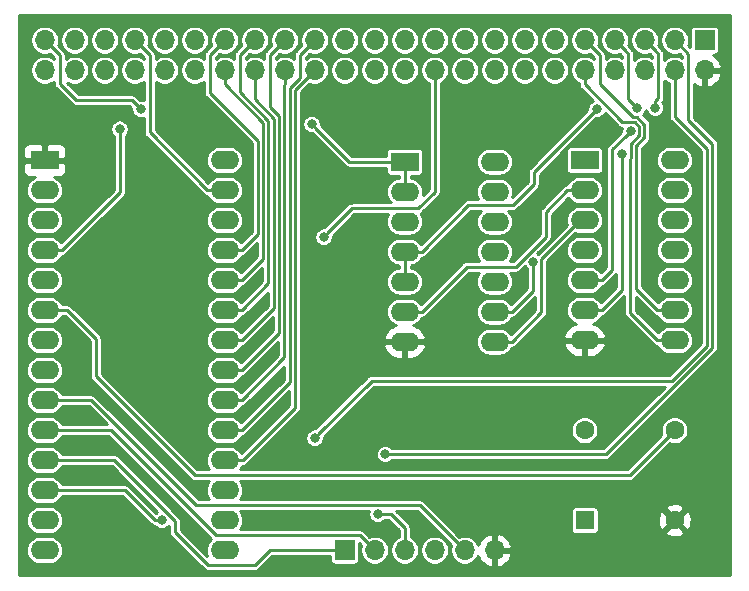
<source format=gbr>
G04 #@! TF.GenerationSoftware,KiCad,Pcbnew,5.1.5+dfsg1-2build2*
G04 #@! TF.CreationDate,2021-06-17T20:27:07-04:00*
G04 #@! TF.ProjectId,SerialBoard,53657269-616c-4426-9f61-72642e6b6963,rev?*
G04 #@! TF.SameCoordinates,Original*
G04 #@! TF.FileFunction,Copper,L1,Top*
G04 #@! TF.FilePolarity,Positive*
%FSLAX46Y46*%
G04 Gerber Fmt 4.6, Leading zero omitted, Abs format (unit mm)*
G04 Created by KiCad (PCBNEW 5.1.5+dfsg1-2build2) date 2021-06-17 20:27:07*
%MOMM*%
%LPD*%
G04 APERTURE LIST*
%ADD10R,1.700000X1.700000*%
%ADD11O,1.700000X1.700000*%
%ADD12O,2.400000X1.600000*%
%ADD13R,2.400000X1.600000*%
%ADD14R,1.600000X1.600000*%
%ADD15C,1.600000*%
%ADD16C,0.800000*%
%ADD17C,0.250000*%
%ADD18C,0.254000*%
G04 APERTURE END LIST*
D10*
X93980000Y-101600000D03*
D11*
X96520000Y-101600000D03*
X99060000Y-101600000D03*
X101600000Y-101600000D03*
X104140000Y-101600000D03*
X106680000Y-101600000D03*
D10*
X124460000Y-58420000D03*
D11*
X124460000Y-60960000D03*
X121920000Y-58420000D03*
X121920000Y-60960000D03*
X119380000Y-58420000D03*
X119380000Y-60960000D03*
X116840000Y-58420000D03*
X116840000Y-60960000D03*
X114300000Y-58420000D03*
X114300000Y-60960000D03*
X111760000Y-58420000D03*
X111760000Y-60960000D03*
X109220000Y-58420000D03*
X109220000Y-60960000D03*
X106680000Y-58420000D03*
X106680000Y-60960000D03*
X104140000Y-58420000D03*
X104140000Y-60960000D03*
X101600000Y-58420000D03*
X101600000Y-60960000D03*
X99060000Y-58420000D03*
X99060000Y-60960000D03*
X96520000Y-58420000D03*
X96520000Y-60960000D03*
X93980000Y-58420000D03*
X93980000Y-60960000D03*
X91440000Y-58420000D03*
X91440000Y-60960000D03*
X88900000Y-58420000D03*
X88900000Y-60960000D03*
X86360000Y-58420000D03*
X86360000Y-60960000D03*
X83820000Y-58420000D03*
X83820000Y-60960000D03*
X81280000Y-58420000D03*
X81280000Y-60960000D03*
X78740000Y-58420000D03*
X78740000Y-60960000D03*
X76200000Y-58420000D03*
X76200000Y-60960000D03*
X73660000Y-58420000D03*
X73660000Y-60960000D03*
X71120000Y-58420000D03*
X71120000Y-60960000D03*
X68580000Y-58420000D03*
X68580000Y-60960000D03*
D12*
X121920000Y-68580000D03*
X114300000Y-83820000D03*
X121920000Y-71120000D03*
X114300000Y-81280000D03*
X121920000Y-73660000D03*
X114300000Y-78740000D03*
X121920000Y-76200000D03*
X114300000Y-76200000D03*
X121920000Y-78740000D03*
X114300000Y-73660000D03*
X121920000Y-81280000D03*
X114300000Y-71120000D03*
X121920000Y-83820000D03*
D13*
X114300000Y-68580000D03*
X99060000Y-68707000D03*
D12*
X106680000Y-83947000D03*
X99060000Y-71247000D03*
X106680000Y-81407000D03*
X99060000Y-73787000D03*
X106680000Y-78867000D03*
X99060000Y-76327000D03*
X106680000Y-76327000D03*
X99060000Y-78867000D03*
X106680000Y-73787000D03*
X99060000Y-81407000D03*
X106680000Y-71247000D03*
X99060000Y-83947000D03*
X106680000Y-68707000D03*
D13*
X68580000Y-68580000D03*
D12*
X83820000Y-101600000D03*
X68580000Y-71120000D03*
X83820000Y-99060000D03*
X68580000Y-73660000D03*
X83820000Y-96520000D03*
X68580000Y-76200000D03*
X83820000Y-93980000D03*
X68580000Y-78740000D03*
X83820000Y-91440000D03*
X68580000Y-81280000D03*
X83820000Y-88900000D03*
X68580000Y-83820000D03*
X83820000Y-86360000D03*
X68580000Y-86360000D03*
X83820000Y-83820000D03*
X68580000Y-88900000D03*
X83820000Y-81280000D03*
X68580000Y-91440000D03*
X83820000Y-78740000D03*
X68580000Y-93980000D03*
X83820000Y-76200000D03*
X68580000Y-96520000D03*
X83820000Y-73660000D03*
X68580000Y-99060000D03*
X83820000Y-71120000D03*
X68580000Y-101600000D03*
X83820000Y-68580000D03*
D14*
X114300000Y-99060000D03*
D15*
X114300000Y-91440000D03*
X121920000Y-91440000D03*
X121920000Y-99060000D03*
D16*
X96774000Y-98515010D03*
X78486000Y-99060000D03*
X97409000Y-93472000D03*
X91440000Y-92075000D03*
X120269000Y-64135000D03*
X118200010Y-66095917D03*
X117475000Y-68072000D03*
X118745000Y-64135000D03*
X115316000Y-64262000D03*
X92202000Y-75057000D03*
X74930000Y-65913000D03*
X76708000Y-64262000D03*
X91186000Y-65532000D03*
X109923160Y-77157160D03*
D17*
X74479004Y-93980000D02*
X70030000Y-93980000D01*
X79629000Y-99129996D02*
X74479004Y-93980000D01*
X79629000Y-100076000D02*
X79629000Y-99129996D01*
X82423000Y-102870000D02*
X79629000Y-100076000D01*
X70030000Y-93980000D02*
X68580000Y-93980000D01*
X86360000Y-102870000D02*
X82423000Y-102870000D01*
X87630000Y-101600000D02*
X86360000Y-102870000D01*
X93980000Y-101600000D02*
X87630000Y-101600000D01*
X70030000Y-91440000D02*
X68580000Y-91440000D01*
X74168000Y-91440000D02*
X70030000Y-91440000D01*
X83058000Y-100330000D02*
X74168000Y-91440000D01*
X95250000Y-100330000D02*
X83058000Y-100330000D01*
X96520000Y-101600000D02*
X95250000Y-100330000D01*
X77920315Y-99060000D02*
X78486000Y-99060000D01*
X75380315Y-96520000D02*
X77920315Y-99060000D01*
X68580000Y-96520000D02*
X75380315Y-96520000D01*
X97880010Y-98515010D02*
X96774000Y-98515010D01*
X99060000Y-99695000D02*
X97880010Y-98515010D01*
X99060000Y-101600000D02*
X99060000Y-99695000D01*
X72515589Y-88900000D02*
X70030000Y-88900000D01*
X81405589Y-97790000D02*
X72515589Y-88900000D01*
X70030000Y-88900000D02*
X68580000Y-88900000D01*
X100330000Y-97790000D02*
X81405589Y-97790000D01*
X104140000Y-101600000D02*
X100330000Y-97790000D01*
X125095000Y-84455000D02*
X116078000Y-93472000D01*
X116078000Y-93472000D02*
X97409000Y-93472000D01*
X123095001Y-65183001D02*
X125095000Y-67183000D01*
X121920000Y-58420000D02*
X123095001Y-59595001D01*
X125095000Y-67183000D02*
X125095000Y-84455000D01*
X123095001Y-59595001D02*
X123095001Y-65183001D01*
X96266000Y-87249000D02*
X91839999Y-91675001D01*
X121664590Y-87249000D02*
X96266000Y-87249000D01*
X124644989Y-84268601D02*
X121664590Y-87249000D01*
X91839999Y-91675001D02*
X91440000Y-92075000D01*
X121920000Y-64897000D02*
X124644989Y-67621989D01*
X124644989Y-67621989D02*
X124644989Y-84268601D01*
X121920000Y-60960000D02*
X121920000Y-64897000D01*
X120229999Y-59269999D02*
X119380000Y-58420000D01*
X120555001Y-59595001D02*
X120229999Y-59269999D01*
X120555001Y-63283314D02*
X120555001Y-59595001D01*
X120269000Y-63569315D02*
X120555001Y-63283314D01*
X120269000Y-64135000D02*
X120269000Y-63569315D01*
X116622998Y-67672929D02*
X117800011Y-66495916D01*
X117800011Y-66495916D02*
X118200010Y-66095917D01*
X116622998Y-77867002D02*
X116622998Y-67672929D01*
X114300000Y-78740000D02*
X115750000Y-78740000D01*
X115750000Y-78740000D02*
X116622998Y-77867002D01*
X117475000Y-79555000D02*
X117475000Y-68072000D01*
X114300000Y-81280000D02*
X115750000Y-81280000D01*
X115750000Y-81280000D02*
X117475000Y-79555000D01*
X117689999Y-59269999D02*
X116840000Y-58420000D01*
X118015001Y-59595001D02*
X117689999Y-59269999D01*
X118015001Y-63405001D02*
X118015001Y-59595001D01*
X118745000Y-64135000D02*
X118015001Y-63405001D01*
X99060000Y-77817000D02*
X99060000Y-76327000D01*
X99060000Y-78867000D02*
X99060000Y-77817000D01*
X104464990Y-72372010D02*
X108221990Y-72372010D01*
X100510000Y-76327000D02*
X104464990Y-72372010D01*
X99060000Y-76327000D02*
X100510000Y-76327000D01*
X108221990Y-72372010D02*
X109982000Y-70612000D01*
X109982000Y-69596000D02*
X115316000Y-64262000D01*
X109982000Y-70612000D02*
X109982000Y-69596000D01*
X118650013Y-67355329D02*
X118650013Y-79460013D01*
X114300000Y-58420000D02*
X115570000Y-59690000D01*
X120470000Y-81280000D02*
X121920000Y-81280000D01*
X115570000Y-59690000D02*
X115570000Y-62103000D01*
X118387904Y-64920904D02*
X118734412Y-64920904D01*
X118734412Y-64920904D02*
X119375023Y-65561515D01*
X119375023Y-66630319D02*
X118650013Y-67355329D01*
X118650013Y-79460013D02*
X120470000Y-81280000D01*
X119375023Y-65561515D02*
X119375023Y-66630319D01*
X115570000Y-62103000D02*
X118387904Y-64920904D01*
X118200002Y-67168929D02*
X118200002Y-68420002D01*
X118200002Y-68420002D02*
X118167989Y-68452015D01*
X120470000Y-83820000D02*
X121920000Y-83820000D01*
X114300000Y-62162081D02*
X117508834Y-65370915D01*
X114300000Y-60960000D02*
X114300000Y-62162081D01*
X118925012Y-65747915D02*
X118925012Y-66443919D01*
X118925012Y-66443919D02*
X118200002Y-67168929D01*
X118548012Y-65370915D02*
X118925012Y-65747915D01*
X118167989Y-68452015D02*
X118167989Y-81517989D01*
X118167989Y-81517989D02*
X120470000Y-83820000D01*
X117508834Y-65370915D02*
X118548012Y-65370915D01*
X100185010Y-72661990D02*
X94597010Y-72661990D01*
X101600000Y-60960000D02*
X101600000Y-71247000D01*
X101600000Y-71247000D02*
X100185010Y-72661990D01*
X94597010Y-72661990D02*
X92601999Y-74657001D01*
X92601999Y-74657001D02*
X92202000Y-75057000D01*
X85270000Y-91440000D02*
X83820000Y-91440000D01*
X89338989Y-87371011D02*
X85270000Y-91440000D01*
X90170000Y-61593589D02*
X89338989Y-62424600D01*
X89338989Y-62424600D02*
X89338989Y-87371011D01*
X90170000Y-59690000D02*
X90170000Y-61593589D01*
X91440000Y-58420000D02*
X90170000Y-59690000D01*
X89789000Y-89535000D02*
X85344000Y-93980000D01*
X89789000Y-62611000D02*
X89789000Y-89535000D01*
X85344000Y-93980000D02*
X83820000Y-93980000D01*
X91440000Y-60960000D02*
X89789000Y-62611000D01*
X85270000Y-86360000D02*
X83820000Y-86360000D01*
X88438967Y-83191033D02*
X85270000Y-86360000D01*
X88438967Y-64871815D02*
X88438967Y-83191033D01*
X87630000Y-64062848D02*
X88438967Y-64871815D01*
X87630000Y-59690000D02*
X87630000Y-64062848D01*
X88900000Y-58420000D02*
X87630000Y-59690000D01*
X88900000Y-62162081D02*
X88888978Y-62173103D01*
X88900000Y-60960000D02*
X88900000Y-62162081D01*
X88888978Y-62173103D02*
X88888978Y-85281022D01*
X85270000Y-88900000D02*
X83820000Y-88900000D01*
X88888978Y-85281022D02*
X85270000Y-88900000D01*
X85270000Y-81280000D02*
X83820000Y-81280000D01*
X87538945Y-79011055D02*
X85270000Y-81280000D01*
X87538945Y-65244615D02*
X87538945Y-79011055D01*
X85090000Y-62795670D02*
X87538945Y-65244615D01*
X85090000Y-59690000D02*
X85090000Y-62795670D01*
X86360000Y-58420000D02*
X85090000Y-59690000D01*
X87988956Y-81101044D02*
X85270000Y-83820000D01*
X86360000Y-63429259D02*
X87988956Y-65058215D01*
X87988956Y-65058215D02*
X87988956Y-81101044D01*
X86360000Y-60960000D02*
X86360000Y-63429259D01*
X85270000Y-83820000D02*
X83820000Y-83820000D01*
X85270000Y-76200000D02*
X83820000Y-76200000D01*
X86638923Y-74831077D02*
X85270000Y-76200000D01*
X86638923Y-66953923D02*
X86638923Y-74831077D01*
X82550000Y-62865000D02*
X86638923Y-66953923D01*
X82550000Y-59690000D02*
X82550000Y-62865000D01*
X83820000Y-58420000D02*
X82550000Y-59690000D01*
X83820000Y-60960000D02*
X83820000Y-62162081D01*
X83820000Y-62162081D02*
X87088934Y-65431015D01*
X87088934Y-65431015D02*
X87088934Y-76921066D01*
X87088934Y-76921066D02*
X85270000Y-78740000D01*
X85270000Y-78740000D02*
X83820000Y-78740000D01*
X74930000Y-71300000D02*
X74930000Y-66478685D01*
X68580000Y-76200000D02*
X70030000Y-76200000D01*
X70030000Y-76200000D02*
X74930000Y-71300000D01*
X74930000Y-66478685D02*
X74930000Y-65913000D01*
X82358998Y-71120000D02*
X83820000Y-71120000D01*
X77470000Y-66231002D02*
X82358998Y-71120000D01*
X77470000Y-59690000D02*
X77470000Y-66231002D01*
X76200000Y-58420000D02*
X77470000Y-59690000D01*
X99060000Y-70197000D02*
X99060000Y-68707000D01*
X99060000Y-71247000D02*
X99060000Y-70197000D01*
X75946000Y-63500000D02*
X76708000Y-64262000D01*
X71247000Y-63500000D02*
X75946000Y-63500000D01*
X69850000Y-62103000D02*
X71247000Y-63500000D01*
X69850000Y-59690000D02*
X69850000Y-62103000D01*
X68580000Y-58420000D02*
X69850000Y-59690000D01*
X99060000Y-68707000D02*
X94361000Y-68707000D01*
X94361000Y-68707000D02*
X91585999Y-65931999D01*
X91585999Y-65931999D02*
X91186000Y-65532000D01*
X109923160Y-77722845D02*
X109923160Y-77157160D01*
X109923160Y-79613840D02*
X109923160Y-77722845D01*
X108130000Y-81407000D02*
X109923160Y-79613840D01*
X106680000Y-81407000D02*
X108130000Y-81407000D01*
X106680000Y-83947000D02*
X108130000Y-83947000D01*
X110648161Y-76911839D02*
X113900000Y-73660000D01*
X110648161Y-77505161D02*
X110648161Y-76911839D01*
X110617000Y-77536322D02*
X110648161Y-77505161D01*
X110617000Y-81460000D02*
X110617000Y-77536322D01*
X108130000Y-83947000D02*
X110617000Y-81460000D01*
X113900000Y-73660000D02*
X114300000Y-73660000D01*
X108458000Y-77597000D02*
X110998000Y-75057000D01*
X100510000Y-81407000D02*
X104320000Y-77597000D01*
X99060000Y-81407000D02*
X100510000Y-81407000D01*
X104320000Y-77597000D02*
X108458000Y-77597000D01*
X110998000Y-72972000D02*
X112850000Y-71120000D01*
X110998000Y-75057000D02*
X110998000Y-72972000D01*
X112850000Y-71120000D02*
X114300000Y-71120000D01*
X70485000Y-81280000D02*
X68580000Y-81280000D01*
X72898000Y-83693000D02*
X70485000Y-81280000D01*
X72898000Y-86868000D02*
X72898000Y-83693000D01*
X81280000Y-95250000D02*
X72898000Y-86868000D01*
X118110000Y-95250000D02*
X81280000Y-95250000D01*
X121920000Y-91440000D02*
X118110000Y-95250000D01*
D18*
G36*
X126594001Y-103734000D02*
G01*
X66446000Y-103734000D01*
X66446000Y-101600000D01*
X66993286Y-101600000D01*
X67016088Y-101831516D01*
X67083619Y-102054136D01*
X67193283Y-102259303D01*
X67340866Y-102439134D01*
X67520697Y-102586717D01*
X67725864Y-102696381D01*
X67948484Y-102763912D01*
X68121984Y-102781000D01*
X69038016Y-102781000D01*
X69211516Y-102763912D01*
X69434136Y-102696381D01*
X69639303Y-102586717D01*
X69819134Y-102439134D01*
X69966717Y-102259303D01*
X70076381Y-102054136D01*
X70143912Y-101831516D01*
X70166714Y-101600000D01*
X70143912Y-101368484D01*
X70076381Y-101145864D01*
X69966717Y-100940697D01*
X69819134Y-100760866D01*
X69639303Y-100613283D01*
X69434136Y-100503619D01*
X69211516Y-100436088D01*
X69038016Y-100419000D01*
X68121984Y-100419000D01*
X67948484Y-100436088D01*
X67725864Y-100503619D01*
X67520697Y-100613283D01*
X67340866Y-100760866D01*
X67193283Y-100940697D01*
X67083619Y-101145864D01*
X67016088Y-101368484D01*
X66993286Y-101600000D01*
X66446000Y-101600000D01*
X66446000Y-99060000D01*
X66993286Y-99060000D01*
X67016088Y-99291516D01*
X67083619Y-99514136D01*
X67193283Y-99719303D01*
X67340866Y-99899134D01*
X67520697Y-100046717D01*
X67725864Y-100156381D01*
X67948484Y-100223912D01*
X68121984Y-100241000D01*
X69038016Y-100241000D01*
X69211516Y-100223912D01*
X69434136Y-100156381D01*
X69639303Y-100046717D01*
X69819134Y-99899134D01*
X69966717Y-99719303D01*
X70076381Y-99514136D01*
X70143912Y-99291516D01*
X70166714Y-99060000D01*
X70143912Y-98828484D01*
X70076381Y-98605864D01*
X69966717Y-98400697D01*
X69819134Y-98220866D01*
X69639303Y-98073283D01*
X69434136Y-97963619D01*
X69211516Y-97896088D01*
X69038016Y-97879000D01*
X68121984Y-97879000D01*
X67948484Y-97896088D01*
X67725864Y-97963619D01*
X67520697Y-98073283D01*
X67340866Y-98220866D01*
X67193283Y-98400697D01*
X67083619Y-98605864D01*
X67016088Y-98828484D01*
X66993286Y-99060000D01*
X66446000Y-99060000D01*
X66446000Y-86360000D01*
X66993286Y-86360000D01*
X67016088Y-86591516D01*
X67083619Y-86814136D01*
X67193283Y-87019303D01*
X67340866Y-87199134D01*
X67520697Y-87346717D01*
X67725864Y-87456381D01*
X67948484Y-87523912D01*
X68121984Y-87541000D01*
X69038016Y-87541000D01*
X69211516Y-87523912D01*
X69434136Y-87456381D01*
X69639303Y-87346717D01*
X69819134Y-87199134D01*
X69966717Y-87019303D01*
X70076381Y-86814136D01*
X70143912Y-86591516D01*
X70166714Y-86360000D01*
X70143912Y-86128484D01*
X70076381Y-85905864D01*
X69966717Y-85700697D01*
X69819134Y-85520866D01*
X69639303Y-85373283D01*
X69434136Y-85263619D01*
X69211516Y-85196088D01*
X69038016Y-85179000D01*
X68121984Y-85179000D01*
X67948484Y-85196088D01*
X67725864Y-85263619D01*
X67520697Y-85373283D01*
X67340866Y-85520866D01*
X67193283Y-85700697D01*
X67083619Y-85905864D01*
X67016088Y-86128484D01*
X66993286Y-86360000D01*
X66446000Y-86360000D01*
X66446000Y-83820000D01*
X66993286Y-83820000D01*
X67016088Y-84051516D01*
X67083619Y-84274136D01*
X67193283Y-84479303D01*
X67340866Y-84659134D01*
X67520697Y-84806717D01*
X67725864Y-84916381D01*
X67948484Y-84983912D01*
X68121984Y-85001000D01*
X69038016Y-85001000D01*
X69211516Y-84983912D01*
X69434136Y-84916381D01*
X69639303Y-84806717D01*
X69819134Y-84659134D01*
X69966717Y-84479303D01*
X70076381Y-84274136D01*
X70143912Y-84051516D01*
X70166714Y-83820000D01*
X70143912Y-83588484D01*
X70076381Y-83365864D01*
X69966717Y-83160697D01*
X69819134Y-82980866D01*
X69639303Y-82833283D01*
X69434136Y-82723619D01*
X69211516Y-82656088D01*
X69038016Y-82639000D01*
X68121984Y-82639000D01*
X67948484Y-82656088D01*
X67725864Y-82723619D01*
X67520697Y-82833283D01*
X67340866Y-82980866D01*
X67193283Y-83160697D01*
X67083619Y-83365864D01*
X67016088Y-83588484D01*
X66993286Y-83820000D01*
X66446000Y-83820000D01*
X66446000Y-81280000D01*
X66993286Y-81280000D01*
X67016088Y-81511516D01*
X67083619Y-81734136D01*
X67193283Y-81939303D01*
X67340866Y-82119134D01*
X67520697Y-82266717D01*
X67725864Y-82376381D01*
X67948484Y-82443912D01*
X68121984Y-82461000D01*
X69038016Y-82461000D01*
X69211516Y-82443912D01*
X69434136Y-82376381D01*
X69639303Y-82266717D01*
X69819134Y-82119134D01*
X69966717Y-81939303D01*
X70048659Y-81786000D01*
X70275409Y-81786000D01*
X72392001Y-83902593D01*
X72392000Y-86843154D01*
X72389553Y-86868000D01*
X72392000Y-86892846D01*
X72392000Y-86892853D01*
X72399322Y-86967192D01*
X72428255Y-87062574D01*
X72475241Y-87150479D01*
X72538473Y-87227527D01*
X72557785Y-87243376D01*
X80904628Y-95590220D01*
X80920473Y-95609527D01*
X80997521Y-95672759D01*
X81085425Y-95719745D01*
X81180807Y-95748678D01*
X81255146Y-95756000D01*
X81255153Y-95756000D01*
X81279999Y-95758447D01*
X81304845Y-95756000D01*
X82519205Y-95756000D01*
X82433283Y-95860697D01*
X82323619Y-96065864D01*
X82256088Y-96288484D01*
X82233286Y-96520000D01*
X82256088Y-96751516D01*
X82323619Y-96974136D01*
X82433283Y-97179303D01*
X82519205Y-97284000D01*
X81615181Y-97284000D01*
X72890965Y-88559785D01*
X72875116Y-88540473D01*
X72798068Y-88477241D01*
X72710164Y-88430255D01*
X72614782Y-88401322D01*
X72540443Y-88394000D01*
X72540435Y-88394000D01*
X72515589Y-88391553D01*
X72490743Y-88394000D01*
X70048659Y-88394000D01*
X69966717Y-88240697D01*
X69819134Y-88060866D01*
X69639303Y-87913283D01*
X69434136Y-87803619D01*
X69211516Y-87736088D01*
X69038016Y-87719000D01*
X68121984Y-87719000D01*
X67948484Y-87736088D01*
X67725864Y-87803619D01*
X67520697Y-87913283D01*
X67340866Y-88060866D01*
X67193283Y-88240697D01*
X67083619Y-88445864D01*
X67016088Y-88668484D01*
X66993286Y-88900000D01*
X67016088Y-89131516D01*
X67083619Y-89354136D01*
X67193283Y-89559303D01*
X67340866Y-89739134D01*
X67520697Y-89886717D01*
X67725864Y-89996381D01*
X67948484Y-90063912D01*
X68121984Y-90081000D01*
X69038016Y-90081000D01*
X69211516Y-90063912D01*
X69434136Y-89996381D01*
X69639303Y-89886717D01*
X69819134Y-89739134D01*
X69966717Y-89559303D01*
X70048659Y-89406000D01*
X72305998Y-89406000D01*
X73833998Y-90934000D01*
X70048659Y-90934000D01*
X69966717Y-90780697D01*
X69819134Y-90600866D01*
X69639303Y-90453283D01*
X69434136Y-90343619D01*
X69211516Y-90276088D01*
X69038016Y-90259000D01*
X68121984Y-90259000D01*
X67948484Y-90276088D01*
X67725864Y-90343619D01*
X67520697Y-90453283D01*
X67340866Y-90600866D01*
X67193283Y-90780697D01*
X67083619Y-90985864D01*
X67016088Y-91208484D01*
X66993286Y-91440000D01*
X67016088Y-91671516D01*
X67083619Y-91894136D01*
X67193283Y-92099303D01*
X67340866Y-92279134D01*
X67520697Y-92426717D01*
X67725864Y-92536381D01*
X67948484Y-92603912D01*
X68121984Y-92621000D01*
X69038016Y-92621000D01*
X69211516Y-92603912D01*
X69434136Y-92536381D01*
X69639303Y-92426717D01*
X69819134Y-92279134D01*
X69966717Y-92099303D01*
X70048659Y-91946000D01*
X73958409Y-91946000D01*
X82682628Y-100670220D01*
X82686126Y-100674482D01*
X82580866Y-100760866D01*
X82433283Y-100940697D01*
X82323619Y-101145864D01*
X82256088Y-101368484D01*
X82233286Y-101600000D01*
X82256088Y-101831516D01*
X82323619Y-102054136D01*
X82324642Y-102056050D01*
X80135000Y-99866409D01*
X80135000Y-99154841D01*
X80137447Y-99129995D01*
X80135000Y-99105149D01*
X80135000Y-99105142D01*
X80127678Y-99030803D01*
X80124708Y-99021010D01*
X80098745Y-98935421D01*
X80051759Y-98847517D01*
X79988527Y-98770469D01*
X79969220Y-98754624D01*
X74854380Y-93639785D01*
X74838531Y-93620473D01*
X74761483Y-93557241D01*
X74673579Y-93510255D01*
X74578197Y-93481322D01*
X74503858Y-93474000D01*
X74503850Y-93474000D01*
X74479004Y-93471553D01*
X74454158Y-93474000D01*
X70048659Y-93474000D01*
X69966717Y-93320697D01*
X69819134Y-93140866D01*
X69639303Y-92993283D01*
X69434136Y-92883619D01*
X69211516Y-92816088D01*
X69038016Y-92799000D01*
X68121984Y-92799000D01*
X67948484Y-92816088D01*
X67725864Y-92883619D01*
X67520697Y-92993283D01*
X67340866Y-93140866D01*
X67193283Y-93320697D01*
X67083619Y-93525864D01*
X67016088Y-93748484D01*
X66993286Y-93980000D01*
X67016088Y-94211516D01*
X67083619Y-94434136D01*
X67193283Y-94639303D01*
X67340866Y-94819134D01*
X67520697Y-94966717D01*
X67725864Y-95076381D01*
X67948484Y-95143912D01*
X68121984Y-95161000D01*
X69038016Y-95161000D01*
X69211516Y-95143912D01*
X69434136Y-95076381D01*
X69639303Y-94966717D01*
X69819134Y-94819134D01*
X69966717Y-94639303D01*
X70048659Y-94486000D01*
X74269413Y-94486000D01*
X78140977Y-98357565D01*
X78116058Y-98367887D01*
X78012793Y-98436886D01*
X75755691Y-96179785D01*
X75739842Y-96160473D01*
X75662794Y-96097241D01*
X75574890Y-96050255D01*
X75479508Y-96021322D01*
X75405169Y-96014000D01*
X75405161Y-96014000D01*
X75380315Y-96011553D01*
X75355469Y-96014000D01*
X70048659Y-96014000D01*
X69966717Y-95860697D01*
X69819134Y-95680866D01*
X69639303Y-95533283D01*
X69434136Y-95423619D01*
X69211516Y-95356088D01*
X69038016Y-95339000D01*
X68121984Y-95339000D01*
X67948484Y-95356088D01*
X67725864Y-95423619D01*
X67520697Y-95533283D01*
X67340866Y-95680866D01*
X67193283Y-95860697D01*
X67083619Y-96065864D01*
X67016088Y-96288484D01*
X66993286Y-96520000D01*
X67016088Y-96751516D01*
X67083619Y-96974136D01*
X67193283Y-97179303D01*
X67340866Y-97359134D01*
X67520697Y-97506717D01*
X67725864Y-97616381D01*
X67948484Y-97683912D01*
X68121984Y-97701000D01*
X69038016Y-97701000D01*
X69211516Y-97683912D01*
X69434136Y-97616381D01*
X69639303Y-97506717D01*
X69819134Y-97359134D01*
X69966717Y-97179303D01*
X70048659Y-97026000D01*
X75170724Y-97026000D01*
X77544943Y-99400220D01*
X77560788Y-99419527D01*
X77637836Y-99482759D01*
X77725740Y-99529745D01*
X77798922Y-99551944D01*
X77821121Y-99558678D01*
X77831009Y-99559652D01*
X77886629Y-99565130D01*
X77988141Y-99666642D01*
X78116058Y-99752113D01*
X78258191Y-99810987D01*
X78409078Y-99841000D01*
X78562922Y-99841000D01*
X78713809Y-99810987D01*
X78855942Y-99752113D01*
X78983859Y-99666642D01*
X79092642Y-99557859D01*
X79123001Y-99512424D01*
X79123000Y-100051153D01*
X79120553Y-100076000D01*
X79123000Y-100100846D01*
X79123000Y-100100853D01*
X79130322Y-100175192D01*
X79159255Y-100270574D01*
X79206241Y-100358479D01*
X79269473Y-100435527D01*
X79288785Y-100451376D01*
X82047628Y-103210220D01*
X82063473Y-103229527D01*
X82140521Y-103292759D01*
X82228425Y-103339745D01*
X82323807Y-103368678D01*
X82423000Y-103378448D01*
X82447854Y-103376000D01*
X86335154Y-103376000D01*
X86360000Y-103378447D01*
X86384846Y-103376000D01*
X86384854Y-103376000D01*
X86459193Y-103368678D01*
X86554575Y-103339745D01*
X86642479Y-103292759D01*
X86719527Y-103229527D01*
X86735376Y-103210215D01*
X87839592Y-102106000D01*
X92747157Y-102106000D01*
X92747157Y-102450000D01*
X92754513Y-102524689D01*
X92776299Y-102596508D01*
X92811678Y-102662696D01*
X92859289Y-102720711D01*
X92917304Y-102768322D01*
X92983492Y-102803701D01*
X93055311Y-102825487D01*
X93130000Y-102832843D01*
X94830000Y-102832843D01*
X94904689Y-102825487D01*
X94976508Y-102803701D01*
X95042696Y-102768322D01*
X95100711Y-102720711D01*
X95148322Y-102662696D01*
X95183701Y-102596508D01*
X95205487Y-102524689D01*
X95212843Y-102450000D01*
X95212843Y-101008434D01*
X95368242Y-101163833D01*
X95336307Y-101240931D01*
X95289000Y-101478757D01*
X95289000Y-101721243D01*
X95336307Y-101959069D01*
X95429102Y-102183097D01*
X95563820Y-102384717D01*
X95735283Y-102556180D01*
X95936903Y-102690898D01*
X96160931Y-102783693D01*
X96398757Y-102831000D01*
X96641243Y-102831000D01*
X96879069Y-102783693D01*
X97103097Y-102690898D01*
X97304717Y-102556180D01*
X97476180Y-102384717D01*
X97610898Y-102183097D01*
X97703693Y-101959069D01*
X97751000Y-101721243D01*
X97751000Y-101478757D01*
X97703693Y-101240931D01*
X97610898Y-101016903D01*
X97476180Y-100815283D01*
X97304717Y-100643820D01*
X97103097Y-100509102D01*
X96879069Y-100416307D01*
X96641243Y-100369000D01*
X96398757Y-100369000D01*
X96160931Y-100416307D01*
X96083833Y-100448242D01*
X95625376Y-99989785D01*
X95609527Y-99970473D01*
X95532479Y-99907241D01*
X95444575Y-99860255D01*
X95349193Y-99831322D01*
X95274854Y-99824000D01*
X95274846Y-99824000D01*
X95250000Y-99821553D01*
X95225154Y-99824000D01*
X85120795Y-99824000D01*
X85206717Y-99719303D01*
X85316381Y-99514136D01*
X85383912Y-99291516D01*
X85406714Y-99060000D01*
X85383912Y-98828484D01*
X85316381Y-98605864D01*
X85206717Y-98400697D01*
X85120795Y-98296000D01*
X96021263Y-98296000D01*
X95993000Y-98438088D01*
X95993000Y-98591932D01*
X96023013Y-98742819D01*
X96081887Y-98884952D01*
X96167358Y-99012869D01*
X96276141Y-99121652D01*
X96404058Y-99207123D01*
X96546191Y-99265997D01*
X96697078Y-99296010D01*
X96850922Y-99296010D01*
X97001809Y-99265997D01*
X97143942Y-99207123D01*
X97271859Y-99121652D01*
X97372501Y-99021010D01*
X97670419Y-99021010D01*
X98554001Y-99904593D01*
X98554001Y-100477167D01*
X98476903Y-100509102D01*
X98275283Y-100643820D01*
X98103820Y-100815283D01*
X97969102Y-101016903D01*
X97876307Y-101240931D01*
X97829000Y-101478757D01*
X97829000Y-101721243D01*
X97876307Y-101959069D01*
X97969102Y-102183097D01*
X98103820Y-102384717D01*
X98275283Y-102556180D01*
X98476903Y-102690898D01*
X98700931Y-102783693D01*
X98938757Y-102831000D01*
X99181243Y-102831000D01*
X99419069Y-102783693D01*
X99643097Y-102690898D01*
X99844717Y-102556180D01*
X100016180Y-102384717D01*
X100150898Y-102183097D01*
X100243693Y-101959069D01*
X100291000Y-101721243D01*
X100291000Y-101478757D01*
X100369000Y-101478757D01*
X100369000Y-101721243D01*
X100416307Y-101959069D01*
X100509102Y-102183097D01*
X100643820Y-102384717D01*
X100815283Y-102556180D01*
X101016903Y-102690898D01*
X101240931Y-102783693D01*
X101478757Y-102831000D01*
X101721243Y-102831000D01*
X101959069Y-102783693D01*
X102183097Y-102690898D01*
X102384717Y-102556180D01*
X102556180Y-102384717D01*
X102690898Y-102183097D01*
X102783693Y-101959069D01*
X102831000Y-101721243D01*
X102831000Y-101478757D01*
X102783693Y-101240931D01*
X102690898Y-101016903D01*
X102556180Y-100815283D01*
X102384717Y-100643820D01*
X102183097Y-100509102D01*
X101959069Y-100416307D01*
X101721243Y-100369000D01*
X101478757Y-100369000D01*
X101240931Y-100416307D01*
X101016903Y-100509102D01*
X100815283Y-100643820D01*
X100643820Y-100815283D01*
X100509102Y-101016903D01*
X100416307Y-101240931D01*
X100369000Y-101478757D01*
X100291000Y-101478757D01*
X100243693Y-101240931D01*
X100150898Y-101016903D01*
X100016180Y-100815283D01*
X99844717Y-100643820D01*
X99643097Y-100509102D01*
X99566000Y-100477168D01*
X99566000Y-99719854D01*
X99568448Y-99695000D01*
X99558678Y-99595807D01*
X99529745Y-99500425D01*
X99520302Y-99482758D01*
X99482759Y-99412521D01*
X99419527Y-99335473D01*
X99400220Y-99319628D01*
X98376591Y-98296000D01*
X100120409Y-98296000D01*
X102988242Y-101163833D01*
X102956307Y-101240931D01*
X102909000Y-101478757D01*
X102909000Y-101721243D01*
X102956307Y-101959069D01*
X103049102Y-102183097D01*
X103183820Y-102384717D01*
X103355283Y-102556180D01*
X103556903Y-102690898D01*
X103780931Y-102783693D01*
X104018757Y-102831000D01*
X104261243Y-102831000D01*
X104499069Y-102783693D01*
X104723097Y-102690898D01*
X104924717Y-102556180D01*
X105096180Y-102384717D01*
X105230898Y-102183097D01*
X105278228Y-102068832D01*
X105335843Y-102231252D01*
X105484822Y-102481355D01*
X105679731Y-102697588D01*
X105913080Y-102871641D01*
X106175901Y-102996825D01*
X106323110Y-103041476D01*
X106553000Y-102920155D01*
X106553000Y-101727000D01*
X106807000Y-101727000D01*
X106807000Y-102920155D01*
X107036890Y-103041476D01*
X107184099Y-102996825D01*
X107446920Y-102871641D01*
X107680269Y-102697588D01*
X107875178Y-102481355D01*
X108024157Y-102231252D01*
X108121481Y-101956891D01*
X108000814Y-101727000D01*
X106807000Y-101727000D01*
X106553000Y-101727000D01*
X106533000Y-101727000D01*
X106533000Y-101473000D01*
X106553000Y-101473000D01*
X106553000Y-100279845D01*
X106807000Y-100279845D01*
X106807000Y-101473000D01*
X108000814Y-101473000D01*
X108121481Y-101243109D01*
X108024157Y-100968748D01*
X107875178Y-100718645D01*
X107680269Y-100502412D01*
X107446920Y-100328359D01*
X107184099Y-100203175D01*
X107036890Y-100158524D01*
X106807000Y-100279845D01*
X106553000Y-100279845D01*
X106323110Y-100158524D01*
X106175901Y-100203175D01*
X105913080Y-100328359D01*
X105679731Y-100502412D01*
X105484822Y-100718645D01*
X105335843Y-100968748D01*
X105278228Y-101131168D01*
X105230898Y-101016903D01*
X105096180Y-100815283D01*
X104924717Y-100643820D01*
X104723097Y-100509102D01*
X104499069Y-100416307D01*
X104261243Y-100369000D01*
X104018757Y-100369000D01*
X103780931Y-100416307D01*
X103703833Y-100448242D01*
X101515591Y-98260000D01*
X113117157Y-98260000D01*
X113117157Y-99860000D01*
X113124513Y-99934689D01*
X113146299Y-100006508D01*
X113181678Y-100072696D01*
X113229289Y-100130711D01*
X113287304Y-100178322D01*
X113353492Y-100213701D01*
X113425311Y-100235487D01*
X113500000Y-100242843D01*
X115100000Y-100242843D01*
X115174689Y-100235487D01*
X115246508Y-100213701D01*
X115312696Y-100178322D01*
X115370711Y-100130711D01*
X115418322Y-100072696D01*
X115429009Y-100052702D01*
X121106903Y-100052702D01*
X121178486Y-100296671D01*
X121433996Y-100417571D01*
X121708184Y-100486300D01*
X121990512Y-100500217D01*
X122270130Y-100458787D01*
X122536292Y-100363603D01*
X122661514Y-100296671D01*
X122733097Y-100052702D01*
X121920000Y-99239605D01*
X121106903Y-100052702D01*
X115429009Y-100052702D01*
X115453701Y-100006508D01*
X115475487Y-99934689D01*
X115482843Y-99860000D01*
X115482843Y-99130512D01*
X120479783Y-99130512D01*
X120521213Y-99410130D01*
X120616397Y-99676292D01*
X120683329Y-99801514D01*
X120927298Y-99873097D01*
X121740395Y-99060000D01*
X122099605Y-99060000D01*
X122912702Y-99873097D01*
X123156671Y-99801514D01*
X123277571Y-99546004D01*
X123346300Y-99271816D01*
X123360217Y-98989488D01*
X123318787Y-98709870D01*
X123223603Y-98443708D01*
X123156671Y-98318486D01*
X122912702Y-98246903D01*
X122099605Y-99060000D01*
X121740395Y-99060000D01*
X120927298Y-98246903D01*
X120683329Y-98318486D01*
X120562429Y-98573996D01*
X120493700Y-98848184D01*
X120479783Y-99130512D01*
X115482843Y-99130512D01*
X115482843Y-98260000D01*
X115475487Y-98185311D01*
X115453701Y-98113492D01*
X115429010Y-98067298D01*
X121106903Y-98067298D01*
X121920000Y-98880395D01*
X122733097Y-98067298D01*
X122661514Y-97823329D01*
X122406004Y-97702429D01*
X122131816Y-97633700D01*
X121849488Y-97619783D01*
X121569870Y-97661213D01*
X121303708Y-97756397D01*
X121178486Y-97823329D01*
X121106903Y-98067298D01*
X115429010Y-98067298D01*
X115418322Y-98047304D01*
X115370711Y-97989289D01*
X115312696Y-97941678D01*
X115246508Y-97906299D01*
X115174689Y-97884513D01*
X115100000Y-97877157D01*
X113500000Y-97877157D01*
X113425311Y-97884513D01*
X113353492Y-97906299D01*
X113287304Y-97941678D01*
X113229289Y-97989289D01*
X113181678Y-98047304D01*
X113146299Y-98113492D01*
X113124513Y-98185311D01*
X113117157Y-98260000D01*
X101515591Y-98260000D01*
X100705376Y-97449785D01*
X100689527Y-97430473D01*
X100612479Y-97367241D01*
X100524575Y-97320255D01*
X100429193Y-97291322D01*
X100354854Y-97284000D01*
X100354846Y-97284000D01*
X100330000Y-97281553D01*
X100305154Y-97284000D01*
X85120795Y-97284000D01*
X85206717Y-97179303D01*
X85316381Y-96974136D01*
X85383912Y-96751516D01*
X85406714Y-96520000D01*
X85383912Y-96288484D01*
X85316381Y-96065864D01*
X85206717Y-95860697D01*
X85120795Y-95756000D01*
X118085154Y-95756000D01*
X118110000Y-95758447D01*
X118134846Y-95756000D01*
X118134854Y-95756000D01*
X118209193Y-95748678D01*
X118304575Y-95719745D01*
X118392479Y-95672759D01*
X118469527Y-95609527D01*
X118485376Y-95590215D01*
X121522102Y-92553490D01*
X121575515Y-92575614D01*
X121803682Y-92621000D01*
X122036318Y-92621000D01*
X122264485Y-92575614D01*
X122479413Y-92486588D01*
X122672843Y-92357342D01*
X122837342Y-92192843D01*
X122966588Y-91999413D01*
X123055614Y-91784485D01*
X123101000Y-91556318D01*
X123101000Y-91323682D01*
X123055614Y-91095515D01*
X122966588Y-90880587D01*
X122837342Y-90687157D01*
X122672843Y-90522658D01*
X122479413Y-90393412D01*
X122264485Y-90304386D01*
X122036318Y-90259000D01*
X121803682Y-90259000D01*
X121575515Y-90304386D01*
X121360587Y-90393412D01*
X121167157Y-90522658D01*
X121002658Y-90687157D01*
X120873412Y-90880587D01*
X120784386Y-91095515D01*
X120739000Y-91323682D01*
X120739000Y-91556318D01*
X120784386Y-91784485D01*
X120806510Y-91837898D01*
X117900409Y-94744000D01*
X85120795Y-94744000D01*
X85206717Y-94639303D01*
X85288659Y-94486000D01*
X85319154Y-94486000D01*
X85344000Y-94488447D01*
X85368846Y-94486000D01*
X85368854Y-94486000D01*
X85443193Y-94478678D01*
X85538575Y-94449745D01*
X85626479Y-94402759D01*
X85703527Y-94339527D01*
X85719376Y-94320215D01*
X88041513Y-91998078D01*
X90659000Y-91998078D01*
X90659000Y-92151922D01*
X90689013Y-92302809D01*
X90747887Y-92444942D01*
X90833358Y-92572859D01*
X90942141Y-92681642D01*
X91070058Y-92767113D01*
X91212191Y-92825987D01*
X91363078Y-92856000D01*
X91516922Y-92856000D01*
X91667809Y-92825987D01*
X91809942Y-92767113D01*
X91937859Y-92681642D01*
X92046642Y-92572859D01*
X92132113Y-92444942D01*
X92190987Y-92302809D01*
X92221000Y-92151922D01*
X92221000Y-92009591D01*
X92906909Y-91323682D01*
X113119000Y-91323682D01*
X113119000Y-91556318D01*
X113164386Y-91784485D01*
X113253412Y-91999413D01*
X113382658Y-92192843D01*
X113547157Y-92357342D01*
X113740587Y-92486588D01*
X113955515Y-92575614D01*
X114183682Y-92621000D01*
X114416318Y-92621000D01*
X114644485Y-92575614D01*
X114859413Y-92486588D01*
X115052843Y-92357342D01*
X115217342Y-92192843D01*
X115346588Y-91999413D01*
X115435614Y-91784485D01*
X115481000Y-91556318D01*
X115481000Y-91323682D01*
X115435614Y-91095515D01*
X115346588Y-90880587D01*
X115217342Y-90687157D01*
X115052843Y-90522658D01*
X114859413Y-90393412D01*
X114644485Y-90304386D01*
X114416318Y-90259000D01*
X114183682Y-90259000D01*
X113955515Y-90304386D01*
X113740587Y-90393412D01*
X113547157Y-90522658D01*
X113382658Y-90687157D01*
X113253412Y-90880587D01*
X113164386Y-91095515D01*
X113119000Y-91323682D01*
X92906909Y-91323682D01*
X96475592Y-87755000D01*
X121079408Y-87755000D01*
X115868409Y-92966000D01*
X98007501Y-92966000D01*
X97906859Y-92865358D01*
X97778942Y-92779887D01*
X97636809Y-92721013D01*
X97485922Y-92691000D01*
X97332078Y-92691000D01*
X97181191Y-92721013D01*
X97039058Y-92779887D01*
X96911141Y-92865358D01*
X96802358Y-92974141D01*
X96716887Y-93102058D01*
X96658013Y-93244191D01*
X96628000Y-93395078D01*
X96628000Y-93548922D01*
X96658013Y-93699809D01*
X96716887Y-93841942D01*
X96802358Y-93969859D01*
X96911141Y-94078642D01*
X97039058Y-94164113D01*
X97181191Y-94222987D01*
X97332078Y-94253000D01*
X97485922Y-94253000D01*
X97636809Y-94222987D01*
X97778942Y-94164113D01*
X97906859Y-94078642D01*
X98007501Y-93978000D01*
X116053154Y-93978000D01*
X116078000Y-93980447D01*
X116102846Y-93978000D01*
X116102854Y-93978000D01*
X116177193Y-93970678D01*
X116272575Y-93941745D01*
X116360479Y-93894759D01*
X116437527Y-93831527D01*
X116453376Y-93812215D01*
X125435220Y-84830372D01*
X125454527Y-84814527D01*
X125517759Y-84737479D01*
X125564745Y-84649575D01*
X125593678Y-84554193D01*
X125601000Y-84479854D01*
X125603448Y-84455000D01*
X125601000Y-84430146D01*
X125601000Y-67207854D01*
X125603448Y-67183000D01*
X125593678Y-67083807D01*
X125564745Y-66988425D01*
X125552577Y-66965661D01*
X125517759Y-66900521D01*
X125454527Y-66823473D01*
X125435220Y-66807628D01*
X123601001Y-64973410D01*
X123601001Y-62162960D01*
X123693080Y-62231641D01*
X123955901Y-62356825D01*
X124103110Y-62401476D01*
X124333000Y-62280155D01*
X124333000Y-61087000D01*
X124587000Y-61087000D01*
X124587000Y-62280155D01*
X124816890Y-62401476D01*
X124964099Y-62356825D01*
X125226920Y-62231641D01*
X125460269Y-62057588D01*
X125655178Y-61841355D01*
X125804157Y-61591252D01*
X125901481Y-61316891D01*
X125780814Y-61087000D01*
X124587000Y-61087000D01*
X124333000Y-61087000D01*
X124313000Y-61087000D01*
X124313000Y-60833000D01*
X124333000Y-60833000D01*
X124333000Y-60813000D01*
X124587000Y-60813000D01*
X124587000Y-60833000D01*
X125780814Y-60833000D01*
X125901481Y-60603109D01*
X125804157Y-60328748D01*
X125655178Y-60078645D01*
X125460269Y-59862412D01*
X125226920Y-59688359D01*
X125152355Y-59652843D01*
X125310000Y-59652843D01*
X125384689Y-59645487D01*
X125456508Y-59623701D01*
X125522696Y-59588322D01*
X125580711Y-59540711D01*
X125628322Y-59482696D01*
X125663701Y-59416508D01*
X125685487Y-59344689D01*
X125692843Y-59270000D01*
X125692843Y-57570000D01*
X125685487Y-57495311D01*
X125663701Y-57423492D01*
X125628322Y-57357304D01*
X125580711Y-57299289D01*
X125522696Y-57251678D01*
X125456508Y-57216299D01*
X125384689Y-57194513D01*
X125310000Y-57187157D01*
X123610000Y-57187157D01*
X123535311Y-57194513D01*
X123463492Y-57216299D01*
X123397304Y-57251678D01*
X123339289Y-57299289D01*
X123291678Y-57357304D01*
X123256299Y-57423492D01*
X123234513Y-57495311D01*
X123227157Y-57570000D01*
X123227157Y-59011565D01*
X123071758Y-58856167D01*
X123103693Y-58779069D01*
X123151000Y-58541243D01*
X123151000Y-58298757D01*
X123103693Y-58060931D01*
X123010898Y-57836903D01*
X122876180Y-57635283D01*
X122704717Y-57463820D01*
X122503097Y-57329102D01*
X122279069Y-57236307D01*
X122041243Y-57189000D01*
X121798757Y-57189000D01*
X121560931Y-57236307D01*
X121336903Y-57329102D01*
X121135283Y-57463820D01*
X120963820Y-57635283D01*
X120829102Y-57836903D01*
X120736307Y-58060931D01*
X120689000Y-58298757D01*
X120689000Y-58541243D01*
X120736307Y-58779069D01*
X120829102Y-59003097D01*
X120963820Y-59204717D01*
X121135283Y-59376180D01*
X121336903Y-59510898D01*
X121560931Y-59603693D01*
X121798757Y-59651000D01*
X122041243Y-59651000D01*
X122279069Y-59603693D01*
X122356167Y-59571758D01*
X122589001Y-59804593D01*
X122589001Y-59926501D01*
X122503097Y-59869102D01*
X122279069Y-59776307D01*
X122041243Y-59729000D01*
X121798757Y-59729000D01*
X121560931Y-59776307D01*
X121336903Y-59869102D01*
X121135283Y-60003820D01*
X121061001Y-60078102D01*
X121061001Y-59619846D01*
X121063448Y-59595000D01*
X121061001Y-59570154D01*
X121061001Y-59570147D01*
X121053679Y-59495808D01*
X121026899Y-59407522D01*
X121024746Y-59400426D01*
X120997674Y-59349779D01*
X120977760Y-59312522D01*
X120914528Y-59235474D01*
X120895216Y-59219625D01*
X120605374Y-58929783D01*
X120605369Y-58929777D01*
X120531758Y-58856166D01*
X120563693Y-58779069D01*
X120611000Y-58541243D01*
X120611000Y-58298757D01*
X120563693Y-58060931D01*
X120470898Y-57836903D01*
X120336180Y-57635283D01*
X120164717Y-57463820D01*
X119963097Y-57329102D01*
X119739069Y-57236307D01*
X119501243Y-57189000D01*
X119258757Y-57189000D01*
X119020931Y-57236307D01*
X118796903Y-57329102D01*
X118595283Y-57463820D01*
X118423820Y-57635283D01*
X118289102Y-57836903D01*
X118196307Y-58060931D01*
X118149000Y-58298757D01*
X118149000Y-58541243D01*
X118196307Y-58779069D01*
X118289102Y-59003097D01*
X118423820Y-59204717D01*
X118595283Y-59376180D01*
X118796903Y-59510898D01*
X119020931Y-59603693D01*
X119258757Y-59651000D01*
X119501243Y-59651000D01*
X119739069Y-59603693D01*
X119816166Y-59571758D01*
X119889777Y-59645369D01*
X119889783Y-59645374D01*
X120049002Y-59804593D01*
X120049002Y-59926502D01*
X119963097Y-59869102D01*
X119739069Y-59776307D01*
X119501243Y-59729000D01*
X119258757Y-59729000D01*
X119020931Y-59776307D01*
X118796903Y-59869102D01*
X118595283Y-60003820D01*
X118521001Y-60078102D01*
X118521001Y-59619846D01*
X118523448Y-59595000D01*
X118521001Y-59570154D01*
X118521001Y-59570147D01*
X118513679Y-59495808D01*
X118486899Y-59407522D01*
X118484746Y-59400426D01*
X118457674Y-59349779D01*
X118437760Y-59312522D01*
X118374528Y-59235474D01*
X118355216Y-59219625D01*
X118065374Y-58929783D01*
X118065369Y-58929777D01*
X117991758Y-58856166D01*
X118023693Y-58779069D01*
X118071000Y-58541243D01*
X118071000Y-58298757D01*
X118023693Y-58060931D01*
X117930898Y-57836903D01*
X117796180Y-57635283D01*
X117624717Y-57463820D01*
X117423097Y-57329102D01*
X117199069Y-57236307D01*
X116961243Y-57189000D01*
X116718757Y-57189000D01*
X116480931Y-57236307D01*
X116256903Y-57329102D01*
X116055283Y-57463820D01*
X115883820Y-57635283D01*
X115749102Y-57836903D01*
X115656307Y-58060931D01*
X115609000Y-58298757D01*
X115609000Y-58541243D01*
X115656307Y-58779069D01*
X115749102Y-59003097D01*
X115883820Y-59204717D01*
X116055283Y-59376180D01*
X116256903Y-59510898D01*
X116480931Y-59603693D01*
X116718757Y-59651000D01*
X116961243Y-59651000D01*
X117199069Y-59603693D01*
X117276166Y-59571758D01*
X117349777Y-59645369D01*
X117349783Y-59645374D01*
X117509002Y-59804593D01*
X117509002Y-59926502D01*
X117423097Y-59869102D01*
X117199069Y-59776307D01*
X116961243Y-59729000D01*
X116718757Y-59729000D01*
X116480931Y-59776307D01*
X116256903Y-59869102D01*
X116076000Y-59989977D01*
X116076000Y-59714845D01*
X116078447Y-59689999D01*
X116076000Y-59665153D01*
X116076000Y-59665146D01*
X116068678Y-59590807D01*
X116067925Y-59588322D01*
X116039745Y-59495425D01*
X116023254Y-59464573D01*
X115992759Y-59407521D01*
X115929527Y-59330473D01*
X115910220Y-59314628D01*
X115451758Y-58856167D01*
X115483693Y-58779069D01*
X115531000Y-58541243D01*
X115531000Y-58298757D01*
X115483693Y-58060931D01*
X115390898Y-57836903D01*
X115256180Y-57635283D01*
X115084717Y-57463820D01*
X114883097Y-57329102D01*
X114659069Y-57236307D01*
X114421243Y-57189000D01*
X114178757Y-57189000D01*
X113940931Y-57236307D01*
X113716903Y-57329102D01*
X113515283Y-57463820D01*
X113343820Y-57635283D01*
X113209102Y-57836903D01*
X113116307Y-58060931D01*
X113069000Y-58298757D01*
X113069000Y-58541243D01*
X113116307Y-58779069D01*
X113209102Y-59003097D01*
X113343820Y-59204717D01*
X113515283Y-59376180D01*
X113716903Y-59510898D01*
X113940931Y-59603693D01*
X114178757Y-59651000D01*
X114421243Y-59651000D01*
X114659069Y-59603693D01*
X114736167Y-59571758D01*
X115064000Y-59899592D01*
X115064000Y-59989977D01*
X114883097Y-59869102D01*
X114659069Y-59776307D01*
X114421243Y-59729000D01*
X114178757Y-59729000D01*
X113940931Y-59776307D01*
X113716903Y-59869102D01*
X113515283Y-60003820D01*
X113343820Y-60175283D01*
X113209102Y-60376903D01*
X113116307Y-60600931D01*
X113069000Y-60838757D01*
X113069000Y-61081243D01*
X113116307Y-61319069D01*
X113209102Y-61543097D01*
X113343820Y-61744717D01*
X113515283Y-61916180D01*
X113716903Y-62050898D01*
X113794001Y-62082833D01*
X113794001Y-62137225D01*
X113791553Y-62162081D01*
X113801322Y-62261273D01*
X113830255Y-62356655D01*
X113836147Y-62367677D01*
X113877242Y-62444560D01*
X113940474Y-62521608D01*
X113959781Y-62537453D01*
X114978696Y-63556368D01*
X114946058Y-63569887D01*
X114818141Y-63655358D01*
X114709358Y-63764141D01*
X114623887Y-63892058D01*
X114565013Y-64034191D01*
X114535000Y-64185078D01*
X114535000Y-64327408D01*
X109641781Y-69220628D01*
X109622474Y-69236473D01*
X109559242Y-69313521D01*
X109534127Y-69360508D01*
X109512255Y-69401426D01*
X109483322Y-69496808D01*
X109473553Y-69596000D01*
X109476001Y-69620856D01*
X109476000Y-70402408D01*
X108175357Y-71703052D01*
X108176381Y-71701136D01*
X108243912Y-71478516D01*
X108266714Y-71247000D01*
X108243912Y-71015484D01*
X108176381Y-70792864D01*
X108066717Y-70587697D01*
X107919134Y-70407866D01*
X107739303Y-70260283D01*
X107534136Y-70150619D01*
X107311516Y-70083088D01*
X107138016Y-70066000D01*
X106221984Y-70066000D01*
X106048484Y-70083088D01*
X105825864Y-70150619D01*
X105620697Y-70260283D01*
X105440866Y-70407866D01*
X105293283Y-70587697D01*
X105183619Y-70792864D01*
X105116088Y-71015484D01*
X105093286Y-71247000D01*
X105116088Y-71478516D01*
X105183619Y-71701136D01*
X105271746Y-71866010D01*
X104489835Y-71866010D01*
X104464989Y-71863563D01*
X104440143Y-71866010D01*
X104440136Y-71866010D01*
X104375684Y-71872358D01*
X104365796Y-71873332D01*
X104343597Y-71880066D01*
X104270415Y-71902265D01*
X104182511Y-71949251D01*
X104105463Y-72012483D01*
X104089619Y-72031789D01*
X100449154Y-75672255D01*
X100446717Y-75667697D01*
X100299134Y-75487866D01*
X100119303Y-75340283D01*
X99914136Y-75230619D01*
X99691516Y-75163088D01*
X99518016Y-75146000D01*
X98601984Y-75146000D01*
X98428484Y-75163088D01*
X98205864Y-75230619D01*
X98000697Y-75340283D01*
X97820866Y-75487866D01*
X97673283Y-75667697D01*
X97563619Y-75872864D01*
X97496088Y-76095484D01*
X97473286Y-76327000D01*
X97496088Y-76558516D01*
X97563619Y-76781136D01*
X97673283Y-76986303D01*
X97820866Y-77166134D01*
X98000697Y-77313717D01*
X98205864Y-77423381D01*
X98428484Y-77490912D01*
X98554000Y-77503274D01*
X98554000Y-77690726D01*
X98428484Y-77703088D01*
X98205864Y-77770619D01*
X98000697Y-77880283D01*
X97820866Y-78027866D01*
X97673283Y-78207697D01*
X97563619Y-78412864D01*
X97496088Y-78635484D01*
X97473286Y-78867000D01*
X97496088Y-79098516D01*
X97563619Y-79321136D01*
X97673283Y-79526303D01*
X97820866Y-79706134D01*
X98000697Y-79853717D01*
X98205864Y-79963381D01*
X98428484Y-80030912D01*
X98601984Y-80048000D01*
X99518016Y-80048000D01*
X99691516Y-80030912D01*
X99914136Y-79963381D01*
X100119303Y-79853717D01*
X100299134Y-79706134D01*
X100446717Y-79526303D01*
X100556381Y-79321136D01*
X100623912Y-79098516D01*
X100646714Y-78867000D01*
X100623912Y-78635484D01*
X100556381Y-78412864D01*
X100446717Y-78207697D01*
X100299134Y-78027866D01*
X100119303Y-77880283D01*
X99914136Y-77770619D01*
X99691516Y-77703088D01*
X99566000Y-77690726D01*
X99566000Y-77503274D01*
X99691516Y-77490912D01*
X99914136Y-77423381D01*
X100119303Y-77313717D01*
X100299134Y-77166134D01*
X100446717Y-76986303D01*
X100528315Y-76833643D01*
X100534846Y-76833000D01*
X100534854Y-76833000D01*
X100609193Y-76825678D01*
X100704575Y-76796745D01*
X100792479Y-76749759D01*
X100869527Y-76686527D01*
X100885376Y-76667215D01*
X104674582Y-72878010D01*
X105525986Y-72878010D01*
X105440866Y-72947866D01*
X105293283Y-73127697D01*
X105183619Y-73332864D01*
X105116088Y-73555484D01*
X105093286Y-73787000D01*
X105116088Y-74018516D01*
X105183619Y-74241136D01*
X105293283Y-74446303D01*
X105440866Y-74626134D01*
X105620697Y-74773717D01*
X105825864Y-74883381D01*
X106048484Y-74950912D01*
X106221984Y-74968000D01*
X107138016Y-74968000D01*
X107311516Y-74950912D01*
X107534136Y-74883381D01*
X107739303Y-74773717D01*
X107919134Y-74626134D01*
X108066717Y-74446303D01*
X108176381Y-74241136D01*
X108243912Y-74018516D01*
X108266714Y-73787000D01*
X108243912Y-73555484D01*
X108176381Y-73332864D01*
X108066717Y-73127697D01*
X107919134Y-72947866D01*
X107834014Y-72878010D01*
X108197144Y-72878010D01*
X108221990Y-72880457D01*
X108246836Y-72878010D01*
X108246844Y-72878010D01*
X108321183Y-72870688D01*
X108416565Y-72841755D01*
X108504469Y-72794769D01*
X108581517Y-72731537D01*
X108597366Y-72712225D01*
X110322220Y-70987372D01*
X110341527Y-70971527D01*
X110404759Y-70894479D01*
X110451745Y-70806575D01*
X110480678Y-70711193D01*
X110488000Y-70636854D01*
X110488000Y-70636847D01*
X110490447Y-70612001D01*
X110488000Y-70587155D01*
X110488000Y-69805591D01*
X112513591Y-67780000D01*
X112717157Y-67780000D01*
X112717157Y-69380000D01*
X112724513Y-69454689D01*
X112746299Y-69526508D01*
X112781678Y-69592696D01*
X112829289Y-69650711D01*
X112887304Y-69698322D01*
X112953492Y-69733701D01*
X113025311Y-69755487D01*
X113100000Y-69762843D01*
X115500000Y-69762843D01*
X115574689Y-69755487D01*
X115646508Y-69733701D01*
X115712696Y-69698322D01*
X115770711Y-69650711D01*
X115818322Y-69592696D01*
X115853701Y-69526508D01*
X115875487Y-69454689D01*
X115882843Y-69380000D01*
X115882843Y-67780000D01*
X115875487Y-67705311D01*
X115853701Y-67633492D01*
X115818322Y-67567304D01*
X115770711Y-67509289D01*
X115712696Y-67461678D01*
X115646508Y-67426299D01*
X115574689Y-67404513D01*
X115500000Y-67397157D01*
X113100000Y-67397157D01*
X113025311Y-67404513D01*
X112953492Y-67426299D01*
X112887304Y-67461678D01*
X112829289Y-67509289D01*
X112781678Y-67567304D01*
X112746299Y-67633492D01*
X112724513Y-67705311D01*
X112717157Y-67780000D01*
X112513591Y-67780000D01*
X115250592Y-65043000D01*
X115392922Y-65043000D01*
X115543809Y-65012987D01*
X115685942Y-64954113D01*
X115813859Y-64868642D01*
X115922642Y-64759859D01*
X116008113Y-64631942D01*
X116021632Y-64599305D01*
X117133462Y-65711135D01*
X117149307Y-65730442D01*
X117226355Y-65793674D01*
X117299567Y-65832807D01*
X117314259Y-65840660D01*
X117409641Y-65869593D01*
X117447977Y-65873369D01*
X117419010Y-66018995D01*
X117419010Y-66161325D01*
X116282778Y-67297558D01*
X116263472Y-67313402D01*
X116200240Y-67390450D01*
X116196655Y-67397157D01*
X116153253Y-67478355D01*
X116124320Y-67573737D01*
X116114551Y-67672929D01*
X116116999Y-67697785D01*
X116116998Y-77657410D01*
X115689153Y-78085255D01*
X115686717Y-78080697D01*
X115539134Y-77900866D01*
X115359303Y-77753283D01*
X115154136Y-77643619D01*
X114931516Y-77576088D01*
X114758016Y-77559000D01*
X113841984Y-77559000D01*
X113668484Y-77576088D01*
X113445864Y-77643619D01*
X113240697Y-77753283D01*
X113060866Y-77900866D01*
X112913283Y-78080697D01*
X112803619Y-78285864D01*
X112736088Y-78508484D01*
X112713286Y-78740000D01*
X112736088Y-78971516D01*
X112803619Y-79194136D01*
X112913283Y-79399303D01*
X113060866Y-79579134D01*
X113240697Y-79726717D01*
X113445864Y-79836381D01*
X113668484Y-79903912D01*
X113841984Y-79921000D01*
X114758016Y-79921000D01*
X114931516Y-79903912D01*
X115154136Y-79836381D01*
X115359303Y-79726717D01*
X115539134Y-79579134D01*
X115686717Y-79399303D01*
X115768315Y-79246643D01*
X115774846Y-79246000D01*
X115774854Y-79246000D01*
X115849193Y-79238678D01*
X115944575Y-79209745D01*
X116032479Y-79162759D01*
X116109527Y-79099527D01*
X116125376Y-79080215D01*
X116963218Y-78242374D01*
X116969000Y-78237629D01*
X116969000Y-79345408D01*
X115689153Y-80625255D01*
X115686717Y-80620697D01*
X115539134Y-80440866D01*
X115359303Y-80293283D01*
X115154136Y-80183619D01*
X114931516Y-80116088D01*
X114758016Y-80099000D01*
X113841984Y-80099000D01*
X113668484Y-80116088D01*
X113445864Y-80183619D01*
X113240697Y-80293283D01*
X113060866Y-80440866D01*
X112913283Y-80620697D01*
X112803619Y-80825864D01*
X112736088Y-81048484D01*
X112713286Y-81280000D01*
X112736088Y-81511516D01*
X112803619Y-81734136D01*
X112913283Y-81939303D01*
X113060866Y-82119134D01*
X113240697Y-82266717D01*
X113445864Y-82376381D01*
X113588815Y-82419745D01*
X113495486Y-82437350D01*
X113233517Y-82542834D01*
X112997161Y-82697399D01*
X112795500Y-82895105D01*
X112636285Y-83128354D01*
X112525633Y-83388182D01*
X112508096Y-83470961D01*
X112630085Y-83693000D01*
X114173000Y-83693000D01*
X114173000Y-83673000D01*
X114427000Y-83673000D01*
X114427000Y-83693000D01*
X115969915Y-83693000D01*
X116091904Y-83470961D01*
X116074367Y-83388182D01*
X115963715Y-83128354D01*
X115804500Y-82895105D01*
X115602839Y-82697399D01*
X115366483Y-82542834D01*
X115104514Y-82437350D01*
X115011185Y-82419745D01*
X115154136Y-82376381D01*
X115359303Y-82266717D01*
X115539134Y-82119134D01*
X115686717Y-81939303D01*
X115768315Y-81786643D01*
X115774846Y-81786000D01*
X115774854Y-81786000D01*
X115849193Y-81778678D01*
X115944575Y-81749745D01*
X116032479Y-81702759D01*
X116109527Y-81639527D01*
X116125376Y-81620215D01*
X117661990Y-80083602D01*
X117661990Y-81493133D01*
X117659542Y-81517989D01*
X117669311Y-81617181D01*
X117698244Y-81712563D01*
X117714235Y-81742479D01*
X117745231Y-81800468D01*
X117808463Y-81877516D01*
X117827770Y-81893361D01*
X120094628Y-84160220D01*
X120110473Y-84179527D01*
X120187521Y-84242759D01*
X120235868Y-84268601D01*
X120275425Y-84289745D01*
X120370806Y-84318678D01*
X120380694Y-84319652D01*
X120445146Y-84326000D01*
X120445153Y-84326000D01*
X120451685Y-84326643D01*
X120533283Y-84479303D01*
X120680866Y-84659134D01*
X120860697Y-84806717D01*
X121065864Y-84916381D01*
X121288484Y-84983912D01*
X121461984Y-85001000D01*
X122378016Y-85001000D01*
X122551516Y-84983912D01*
X122774136Y-84916381D01*
X122979303Y-84806717D01*
X123159134Y-84659134D01*
X123306717Y-84479303D01*
X123416381Y-84274136D01*
X123483912Y-84051516D01*
X123506714Y-83820000D01*
X123483912Y-83588484D01*
X123416381Y-83365864D01*
X123306717Y-83160697D01*
X123159134Y-82980866D01*
X122979303Y-82833283D01*
X122774136Y-82723619D01*
X122551516Y-82656088D01*
X122378016Y-82639000D01*
X121461984Y-82639000D01*
X121288484Y-82656088D01*
X121065864Y-82723619D01*
X120860697Y-82833283D01*
X120680866Y-82980866D01*
X120533283Y-83160697D01*
X120530847Y-83165255D01*
X118673989Y-81308398D01*
X118673989Y-80199580D01*
X120094628Y-81620220D01*
X120110473Y-81639527D01*
X120187521Y-81702759D01*
X120275425Y-81749745D01*
X120348607Y-81771944D01*
X120370806Y-81778678D01*
X120380694Y-81779652D01*
X120445146Y-81786000D01*
X120445153Y-81786000D01*
X120451685Y-81786643D01*
X120533283Y-81939303D01*
X120680866Y-82119134D01*
X120860697Y-82266717D01*
X121065864Y-82376381D01*
X121288484Y-82443912D01*
X121461984Y-82461000D01*
X122378016Y-82461000D01*
X122551516Y-82443912D01*
X122774136Y-82376381D01*
X122979303Y-82266717D01*
X123159134Y-82119134D01*
X123306717Y-81939303D01*
X123416381Y-81734136D01*
X123483912Y-81511516D01*
X123506714Y-81280000D01*
X123483912Y-81048484D01*
X123416381Y-80825864D01*
X123306717Y-80620697D01*
X123159134Y-80440866D01*
X122979303Y-80293283D01*
X122774136Y-80183619D01*
X122551516Y-80116088D01*
X122378016Y-80099000D01*
X121461984Y-80099000D01*
X121288484Y-80116088D01*
X121065864Y-80183619D01*
X120860697Y-80293283D01*
X120680866Y-80440866D01*
X120533283Y-80620697D01*
X120530847Y-80625255D01*
X119156013Y-79250422D01*
X119156013Y-78740000D01*
X120333286Y-78740000D01*
X120356088Y-78971516D01*
X120423619Y-79194136D01*
X120533283Y-79399303D01*
X120680866Y-79579134D01*
X120860697Y-79726717D01*
X121065864Y-79836381D01*
X121288484Y-79903912D01*
X121461984Y-79921000D01*
X122378016Y-79921000D01*
X122551516Y-79903912D01*
X122774136Y-79836381D01*
X122979303Y-79726717D01*
X123159134Y-79579134D01*
X123306717Y-79399303D01*
X123416381Y-79194136D01*
X123483912Y-78971516D01*
X123506714Y-78740000D01*
X123483912Y-78508484D01*
X123416381Y-78285864D01*
X123306717Y-78080697D01*
X123159134Y-77900866D01*
X122979303Y-77753283D01*
X122774136Y-77643619D01*
X122551516Y-77576088D01*
X122378016Y-77559000D01*
X121461984Y-77559000D01*
X121288484Y-77576088D01*
X121065864Y-77643619D01*
X120860697Y-77753283D01*
X120680866Y-77900866D01*
X120533283Y-78080697D01*
X120423619Y-78285864D01*
X120356088Y-78508484D01*
X120333286Y-78740000D01*
X119156013Y-78740000D01*
X119156013Y-76200000D01*
X120333286Y-76200000D01*
X120356088Y-76431516D01*
X120423619Y-76654136D01*
X120533283Y-76859303D01*
X120680866Y-77039134D01*
X120860697Y-77186717D01*
X121065864Y-77296381D01*
X121288484Y-77363912D01*
X121461984Y-77381000D01*
X122378016Y-77381000D01*
X122551516Y-77363912D01*
X122774136Y-77296381D01*
X122979303Y-77186717D01*
X123159134Y-77039134D01*
X123306717Y-76859303D01*
X123416381Y-76654136D01*
X123483912Y-76431516D01*
X123506714Y-76200000D01*
X123483912Y-75968484D01*
X123416381Y-75745864D01*
X123306717Y-75540697D01*
X123159134Y-75360866D01*
X122979303Y-75213283D01*
X122774136Y-75103619D01*
X122551516Y-75036088D01*
X122378016Y-75019000D01*
X121461984Y-75019000D01*
X121288484Y-75036088D01*
X121065864Y-75103619D01*
X120860697Y-75213283D01*
X120680866Y-75360866D01*
X120533283Y-75540697D01*
X120423619Y-75745864D01*
X120356088Y-75968484D01*
X120333286Y-76200000D01*
X119156013Y-76200000D01*
X119156013Y-73660000D01*
X120333286Y-73660000D01*
X120356088Y-73891516D01*
X120423619Y-74114136D01*
X120533283Y-74319303D01*
X120680866Y-74499134D01*
X120860697Y-74646717D01*
X121065864Y-74756381D01*
X121288484Y-74823912D01*
X121461984Y-74841000D01*
X122378016Y-74841000D01*
X122551516Y-74823912D01*
X122774136Y-74756381D01*
X122979303Y-74646717D01*
X123159134Y-74499134D01*
X123306717Y-74319303D01*
X123416381Y-74114136D01*
X123483912Y-73891516D01*
X123506714Y-73660000D01*
X123483912Y-73428484D01*
X123416381Y-73205864D01*
X123306717Y-73000697D01*
X123159134Y-72820866D01*
X122979303Y-72673283D01*
X122774136Y-72563619D01*
X122551516Y-72496088D01*
X122378016Y-72479000D01*
X121461984Y-72479000D01*
X121288484Y-72496088D01*
X121065864Y-72563619D01*
X120860697Y-72673283D01*
X120680866Y-72820866D01*
X120533283Y-73000697D01*
X120423619Y-73205864D01*
X120356088Y-73428484D01*
X120333286Y-73660000D01*
X119156013Y-73660000D01*
X119156013Y-71120000D01*
X120333286Y-71120000D01*
X120356088Y-71351516D01*
X120423619Y-71574136D01*
X120533283Y-71779303D01*
X120680866Y-71959134D01*
X120860697Y-72106717D01*
X121065864Y-72216381D01*
X121288484Y-72283912D01*
X121461984Y-72301000D01*
X122378016Y-72301000D01*
X122551516Y-72283912D01*
X122774136Y-72216381D01*
X122979303Y-72106717D01*
X123159134Y-71959134D01*
X123306717Y-71779303D01*
X123416381Y-71574136D01*
X123483912Y-71351516D01*
X123506714Y-71120000D01*
X123483912Y-70888484D01*
X123416381Y-70665864D01*
X123306717Y-70460697D01*
X123159134Y-70280866D01*
X122979303Y-70133283D01*
X122774136Y-70023619D01*
X122551516Y-69956088D01*
X122378016Y-69939000D01*
X121461984Y-69939000D01*
X121288484Y-69956088D01*
X121065864Y-70023619D01*
X120860697Y-70133283D01*
X120680866Y-70280866D01*
X120533283Y-70460697D01*
X120423619Y-70665864D01*
X120356088Y-70888484D01*
X120333286Y-71120000D01*
X119156013Y-71120000D01*
X119156013Y-68580000D01*
X120333286Y-68580000D01*
X120356088Y-68811516D01*
X120423619Y-69034136D01*
X120533283Y-69239303D01*
X120680866Y-69419134D01*
X120860697Y-69566717D01*
X121065864Y-69676381D01*
X121288484Y-69743912D01*
X121461984Y-69761000D01*
X122378016Y-69761000D01*
X122551516Y-69743912D01*
X122774136Y-69676381D01*
X122979303Y-69566717D01*
X123159134Y-69419134D01*
X123306717Y-69239303D01*
X123416381Y-69034136D01*
X123483912Y-68811516D01*
X123506714Y-68580000D01*
X123483912Y-68348484D01*
X123416381Y-68125864D01*
X123306717Y-67920697D01*
X123159134Y-67740866D01*
X122979303Y-67593283D01*
X122774136Y-67483619D01*
X122551516Y-67416088D01*
X122378016Y-67399000D01*
X121461984Y-67399000D01*
X121288484Y-67416088D01*
X121065864Y-67483619D01*
X120860697Y-67593283D01*
X120680866Y-67740866D01*
X120533283Y-67920697D01*
X120423619Y-68125864D01*
X120356088Y-68348484D01*
X120333286Y-68580000D01*
X119156013Y-68580000D01*
X119156013Y-67564920D01*
X119715243Y-67005691D01*
X119734550Y-66989846D01*
X119797782Y-66912798D01*
X119844768Y-66824894D01*
X119873701Y-66729512D01*
X119881023Y-66655173D01*
X119881023Y-66655165D01*
X119883470Y-66630319D01*
X119881023Y-66605473D01*
X119881023Y-65586369D01*
X119883471Y-65561515D01*
X119873701Y-65462322D01*
X119844768Y-65366940D01*
X119832326Y-65343663D01*
X119797782Y-65279036D01*
X119734550Y-65201988D01*
X119715243Y-65186143D01*
X119256800Y-64727701D01*
X119351642Y-64632859D01*
X119437113Y-64504942D01*
X119495987Y-64362809D01*
X119507000Y-64307442D01*
X119518013Y-64362809D01*
X119576887Y-64504942D01*
X119662358Y-64632859D01*
X119771141Y-64741642D01*
X119899058Y-64827113D01*
X120041191Y-64885987D01*
X120192078Y-64916000D01*
X120345922Y-64916000D01*
X120496809Y-64885987D01*
X120638942Y-64827113D01*
X120766859Y-64741642D01*
X120875642Y-64632859D01*
X120961113Y-64504942D01*
X121019987Y-64362809D01*
X121050000Y-64211922D01*
X121050000Y-64058078D01*
X121019987Y-63907191D01*
X120961113Y-63765058D01*
X120892114Y-63661792D01*
X120895216Y-63658690D01*
X120914528Y-63642841D01*
X120977760Y-63565793D01*
X121024746Y-63477889D01*
X121053679Y-63382507D01*
X121061001Y-63308168D01*
X121061001Y-63308161D01*
X121063448Y-63283315D01*
X121061001Y-63258469D01*
X121061001Y-61841898D01*
X121135283Y-61916180D01*
X121336903Y-62050898D01*
X121414000Y-62082833D01*
X121414001Y-64872144D01*
X121411553Y-64897000D01*
X121421322Y-64996192D01*
X121450255Y-65091574D01*
X121463033Y-65115479D01*
X121497242Y-65179479D01*
X121560474Y-65256527D01*
X121579781Y-65272372D01*
X124138989Y-67831581D01*
X124138990Y-84059008D01*
X121454999Y-86743000D01*
X96290854Y-86743000D01*
X96266000Y-86740552D01*
X96241146Y-86743000D01*
X96166807Y-86750322D01*
X96071425Y-86779255D01*
X95983521Y-86826241D01*
X95906473Y-86889473D01*
X95890629Y-86908779D01*
X91505409Y-91294000D01*
X91363078Y-91294000D01*
X91212191Y-91324013D01*
X91070058Y-91382887D01*
X90942141Y-91468358D01*
X90833358Y-91577141D01*
X90747887Y-91705058D01*
X90689013Y-91847191D01*
X90659000Y-91998078D01*
X88041513Y-91998078D01*
X90129220Y-89910372D01*
X90148527Y-89894527D01*
X90211759Y-89817479D01*
X90258745Y-89729575D01*
X90287678Y-89634193D01*
X90295000Y-89559854D01*
X90295000Y-89559847D01*
X90297447Y-89535001D01*
X90295000Y-89510155D01*
X90295000Y-84296039D01*
X97268096Y-84296039D01*
X97285633Y-84378818D01*
X97396285Y-84638646D01*
X97555500Y-84871895D01*
X97757161Y-85069601D01*
X97993517Y-85224166D01*
X98255486Y-85329650D01*
X98533000Y-85382000D01*
X98933000Y-85382000D01*
X98933000Y-84074000D01*
X99187000Y-84074000D01*
X99187000Y-85382000D01*
X99587000Y-85382000D01*
X99864514Y-85329650D01*
X100126483Y-85224166D01*
X100362839Y-85069601D01*
X100564500Y-84871895D01*
X100723715Y-84638646D01*
X100834367Y-84378818D01*
X100851904Y-84296039D01*
X100729915Y-84074000D01*
X99187000Y-84074000D01*
X98933000Y-84074000D01*
X97390085Y-84074000D01*
X97268096Y-84296039D01*
X90295000Y-84296039D01*
X90295000Y-83597961D01*
X97268096Y-83597961D01*
X97390085Y-83820000D01*
X98933000Y-83820000D01*
X98933000Y-83800000D01*
X99187000Y-83800000D01*
X99187000Y-83820000D01*
X100729915Y-83820000D01*
X100851904Y-83597961D01*
X100834367Y-83515182D01*
X100723715Y-83255354D01*
X100564500Y-83022105D01*
X100362839Y-82824399D01*
X100126483Y-82669834D01*
X99864514Y-82564350D01*
X99771185Y-82546745D01*
X99914136Y-82503381D01*
X100119303Y-82393717D01*
X100299134Y-82246134D01*
X100446717Y-82066303D01*
X100528315Y-81913643D01*
X100534846Y-81913000D01*
X100534854Y-81913000D01*
X100609193Y-81905678D01*
X100704575Y-81876745D01*
X100792479Y-81829759D01*
X100869527Y-81766527D01*
X100885376Y-81747215D01*
X104529592Y-78103000D01*
X105379205Y-78103000D01*
X105293283Y-78207697D01*
X105183619Y-78412864D01*
X105116088Y-78635484D01*
X105093286Y-78867000D01*
X105116088Y-79098516D01*
X105183619Y-79321136D01*
X105293283Y-79526303D01*
X105440866Y-79706134D01*
X105620697Y-79853717D01*
X105825864Y-79963381D01*
X106048484Y-80030912D01*
X106221984Y-80048000D01*
X107138016Y-80048000D01*
X107311516Y-80030912D01*
X107534136Y-79963381D01*
X107739303Y-79853717D01*
X107919134Y-79706134D01*
X108066717Y-79526303D01*
X108176381Y-79321136D01*
X108243912Y-79098516D01*
X108266714Y-78867000D01*
X108243912Y-78635484D01*
X108176381Y-78412864D01*
X108066717Y-78207697D01*
X107980795Y-78103000D01*
X108433154Y-78103000D01*
X108458000Y-78105447D01*
X108482846Y-78103000D01*
X108482854Y-78103000D01*
X108557193Y-78095678D01*
X108652575Y-78066745D01*
X108740479Y-78019759D01*
X108817527Y-77956527D01*
X108833376Y-77937215D01*
X109236031Y-77534561D01*
X109316518Y-77655019D01*
X109417161Y-77755662D01*
X109417160Y-79404248D01*
X108069153Y-80752255D01*
X108066717Y-80747697D01*
X107919134Y-80567866D01*
X107739303Y-80420283D01*
X107534136Y-80310619D01*
X107311516Y-80243088D01*
X107138016Y-80226000D01*
X106221984Y-80226000D01*
X106048484Y-80243088D01*
X105825864Y-80310619D01*
X105620697Y-80420283D01*
X105440866Y-80567866D01*
X105293283Y-80747697D01*
X105183619Y-80952864D01*
X105116088Y-81175484D01*
X105093286Y-81407000D01*
X105116088Y-81638516D01*
X105183619Y-81861136D01*
X105293283Y-82066303D01*
X105440866Y-82246134D01*
X105620697Y-82393717D01*
X105825864Y-82503381D01*
X106048484Y-82570912D01*
X106221984Y-82588000D01*
X107138016Y-82588000D01*
X107311516Y-82570912D01*
X107534136Y-82503381D01*
X107739303Y-82393717D01*
X107919134Y-82246134D01*
X108066717Y-82066303D01*
X108148315Y-81913643D01*
X108154846Y-81913000D01*
X108154854Y-81913000D01*
X108229193Y-81905678D01*
X108324575Y-81876745D01*
X108412479Y-81829759D01*
X108489527Y-81766527D01*
X108505376Y-81747215D01*
X110111000Y-80141592D01*
X110111000Y-81250408D01*
X108069154Y-83292255D01*
X108066717Y-83287697D01*
X107919134Y-83107866D01*
X107739303Y-82960283D01*
X107534136Y-82850619D01*
X107311516Y-82783088D01*
X107138016Y-82766000D01*
X106221984Y-82766000D01*
X106048484Y-82783088D01*
X105825864Y-82850619D01*
X105620697Y-82960283D01*
X105440866Y-83107866D01*
X105293283Y-83287697D01*
X105183619Y-83492864D01*
X105116088Y-83715484D01*
X105093286Y-83947000D01*
X105116088Y-84178516D01*
X105183619Y-84401136D01*
X105293283Y-84606303D01*
X105440866Y-84786134D01*
X105620697Y-84933717D01*
X105825864Y-85043381D01*
X106048484Y-85110912D01*
X106221984Y-85128000D01*
X107138016Y-85128000D01*
X107311516Y-85110912D01*
X107534136Y-85043381D01*
X107739303Y-84933717D01*
X107919134Y-84786134D01*
X108066717Y-84606303D01*
X108148315Y-84453643D01*
X108154846Y-84453000D01*
X108154854Y-84453000D01*
X108229193Y-84445678D01*
X108324575Y-84416745D01*
X108412479Y-84369759D01*
X108489527Y-84306527D01*
X108505376Y-84287215D01*
X108623552Y-84169039D01*
X112508096Y-84169039D01*
X112525633Y-84251818D01*
X112636285Y-84511646D01*
X112795500Y-84744895D01*
X112997161Y-84942601D01*
X113233517Y-85097166D01*
X113495486Y-85202650D01*
X113773000Y-85255000D01*
X114173000Y-85255000D01*
X114173000Y-83947000D01*
X114427000Y-83947000D01*
X114427000Y-85255000D01*
X114827000Y-85255000D01*
X115104514Y-85202650D01*
X115366483Y-85097166D01*
X115602839Y-84942601D01*
X115804500Y-84744895D01*
X115963715Y-84511646D01*
X116074367Y-84251818D01*
X116091904Y-84169039D01*
X115969915Y-83947000D01*
X114427000Y-83947000D01*
X114173000Y-83947000D01*
X112630085Y-83947000D01*
X112508096Y-84169039D01*
X108623552Y-84169039D01*
X110957220Y-81835372D01*
X110976527Y-81819527D01*
X111039759Y-81742479D01*
X111086745Y-81654575D01*
X111098088Y-81617181D01*
X111115678Y-81559194D01*
X111117288Y-81542843D01*
X111123000Y-81484854D01*
X111123000Y-81484847D01*
X111125447Y-81460001D01*
X111123000Y-81435155D01*
X111123000Y-77682943D01*
X111146839Y-77604354D01*
X111154161Y-77530015D01*
X111154161Y-77530008D01*
X111156608Y-77505162D01*
X111154161Y-77480316D01*
X111154161Y-77121430D01*
X112075591Y-76200000D01*
X112713286Y-76200000D01*
X112736088Y-76431516D01*
X112803619Y-76654136D01*
X112913283Y-76859303D01*
X113060866Y-77039134D01*
X113240697Y-77186717D01*
X113445864Y-77296381D01*
X113668484Y-77363912D01*
X113841984Y-77381000D01*
X114758016Y-77381000D01*
X114931516Y-77363912D01*
X115154136Y-77296381D01*
X115359303Y-77186717D01*
X115539134Y-77039134D01*
X115686717Y-76859303D01*
X115796381Y-76654136D01*
X115863912Y-76431516D01*
X115886714Y-76200000D01*
X115863912Y-75968484D01*
X115796381Y-75745864D01*
X115686717Y-75540697D01*
X115539134Y-75360866D01*
X115359303Y-75213283D01*
X115154136Y-75103619D01*
X114931516Y-75036088D01*
X114758016Y-75019000D01*
X113841984Y-75019000D01*
X113668484Y-75036088D01*
X113445864Y-75103619D01*
X113240697Y-75213283D01*
X113060866Y-75360866D01*
X112913283Y-75540697D01*
X112803619Y-75745864D01*
X112736088Y-75968484D01*
X112713286Y-76200000D01*
X112075591Y-76200000D01*
X113502140Y-74773452D01*
X113668484Y-74823912D01*
X113841984Y-74841000D01*
X114758016Y-74841000D01*
X114931516Y-74823912D01*
X115154136Y-74756381D01*
X115359303Y-74646717D01*
X115539134Y-74499134D01*
X115686717Y-74319303D01*
X115796381Y-74114136D01*
X115863912Y-73891516D01*
X115886714Y-73660000D01*
X115863912Y-73428484D01*
X115796381Y-73205864D01*
X115686717Y-73000697D01*
X115539134Y-72820866D01*
X115359303Y-72673283D01*
X115154136Y-72563619D01*
X114931516Y-72496088D01*
X114758016Y-72479000D01*
X113841984Y-72479000D01*
X113668484Y-72496088D01*
X113445864Y-72563619D01*
X113240697Y-72673283D01*
X113060866Y-72820866D01*
X112913283Y-73000697D01*
X112803619Y-73205864D01*
X112736088Y-73428484D01*
X112713286Y-73660000D01*
X112736088Y-73891516D01*
X112786548Y-74057860D01*
X110344811Y-76499598D01*
X110300561Y-76470031D01*
X111338222Y-75432370D01*
X111357527Y-75416527D01*
X111420759Y-75339479D01*
X111467745Y-75251575D01*
X111493871Y-75165448D01*
X111496678Y-75156194D01*
X111497682Y-75146000D01*
X111504000Y-75081854D01*
X111504000Y-75081847D01*
X111506447Y-75057001D01*
X111504000Y-75032155D01*
X111504000Y-73181591D01*
X112910847Y-71774745D01*
X112913283Y-71779303D01*
X113060866Y-71959134D01*
X113240697Y-72106717D01*
X113445864Y-72216381D01*
X113668484Y-72283912D01*
X113841984Y-72301000D01*
X114758016Y-72301000D01*
X114931516Y-72283912D01*
X115154136Y-72216381D01*
X115359303Y-72106717D01*
X115539134Y-71959134D01*
X115686717Y-71779303D01*
X115796381Y-71574136D01*
X115863912Y-71351516D01*
X115886714Y-71120000D01*
X115863912Y-70888484D01*
X115796381Y-70665864D01*
X115686717Y-70460697D01*
X115539134Y-70280866D01*
X115359303Y-70133283D01*
X115154136Y-70023619D01*
X114931516Y-69956088D01*
X114758016Y-69939000D01*
X113841984Y-69939000D01*
X113668484Y-69956088D01*
X113445864Y-70023619D01*
X113240697Y-70133283D01*
X113060866Y-70280866D01*
X112913283Y-70460697D01*
X112831685Y-70613356D01*
X112825146Y-70614000D01*
X112750807Y-70621322D01*
X112655425Y-70650255D01*
X112567521Y-70697241D01*
X112490473Y-70760473D01*
X112474630Y-70779778D01*
X110657781Y-72596628D01*
X110638474Y-72612473D01*
X110575242Y-72689521D01*
X110563103Y-72712232D01*
X110528255Y-72777426D01*
X110499322Y-72872808D01*
X110489553Y-72972000D01*
X110492001Y-72996856D01*
X110492000Y-74847408D01*
X108248409Y-77091000D01*
X107980795Y-77091000D01*
X108066717Y-76986303D01*
X108176381Y-76781136D01*
X108243912Y-76558516D01*
X108266714Y-76327000D01*
X108243912Y-76095484D01*
X108176381Y-75872864D01*
X108066717Y-75667697D01*
X107919134Y-75487866D01*
X107739303Y-75340283D01*
X107534136Y-75230619D01*
X107311516Y-75163088D01*
X107138016Y-75146000D01*
X106221984Y-75146000D01*
X106048484Y-75163088D01*
X105825864Y-75230619D01*
X105620697Y-75340283D01*
X105440866Y-75487866D01*
X105293283Y-75667697D01*
X105183619Y-75872864D01*
X105116088Y-76095484D01*
X105093286Y-76327000D01*
X105116088Y-76558516D01*
X105183619Y-76781136D01*
X105293283Y-76986303D01*
X105379205Y-77091000D01*
X104344854Y-77091000D01*
X104320000Y-77088552D01*
X104295146Y-77091000D01*
X104220807Y-77098322D01*
X104125425Y-77127255D01*
X104037521Y-77174241D01*
X103960473Y-77237473D01*
X103944629Y-77256779D01*
X100449154Y-80752255D01*
X100446717Y-80747697D01*
X100299134Y-80567866D01*
X100119303Y-80420283D01*
X99914136Y-80310619D01*
X99691516Y-80243088D01*
X99518016Y-80226000D01*
X98601984Y-80226000D01*
X98428484Y-80243088D01*
X98205864Y-80310619D01*
X98000697Y-80420283D01*
X97820866Y-80567866D01*
X97673283Y-80747697D01*
X97563619Y-80952864D01*
X97496088Y-81175484D01*
X97473286Y-81407000D01*
X97496088Y-81638516D01*
X97563619Y-81861136D01*
X97673283Y-82066303D01*
X97820866Y-82246134D01*
X98000697Y-82393717D01*
X98205864Y-82503381D01*
X98348815Y-82546745D01*
X98255486Y-82564350D01*
X97993517Y-82669834D01*
X97757161Y-82824399D01*
X97555500Y-83022105D01*
X97396285Y-83255354D01*
X97285633Y-83515182D01*
X97268096Y-83597961D01*
X90295000Y-83597961D01*
X90295000Y-65455078D01*
X90405000Y-65455078D01*
X90405000Y-65608922D01*
X90435013Y-65759809D01*
X90493887Y-65901942D01*
X90579358Y-66029859D01*
X90688141Y-66138642D01*
X90816058Y-66224113D01*
X90958191Y-66282987D01*
X91109078Y-66313000D01*
X91251409Y-66313000D01*
X93985628Y-69047220D01*
X94001473Y-69066527D01*
X94078521Y-69129759D01*
X94166425Y-69176745D01*
X94261807Y-69205678D01*
X94336146Y-69213000D01*
X94336153Y-69213000D01*
X94360999Y-69215447D01*
X94385845Y-69213000D01*
X97477157Y-69213000D01*
X97477157Y-69507000D01*
X97484513Y-69581689D01*
X97506299Y-69653508D01*
X97541678Y-69719696D01*
X97589289Y-69777711D01*
X97647304Y-69825322D01*
X97713492Y-69860701D01*
X97785311Y-69882487D01*
X97860000Y-69889843D01*
X98554000Y-69889843D01*
X98554000Y-70070726D01*
X98428484Y-70083088D01*
X98205864Y-70150619D01*
X98000697Y-70260283D01*
X97820866Y-70407866D01*
X97673283Y-70587697D01*
X97563619Y-70792864D01*
X97496088Y-71015484D01*
X97473286Y-71247000D01*
X97496088Y-71478516D01*
X97563619Y-71701136D01*
X97673283Y-71906303D01*
X97820866Y-72086134D01*
X97905986Y-72155990D01*
X94621864Y-72155990D01*
X94597010Y-72153542D01*
X94572156Y-72155990D01*
X94497817Y-72163312D01*
X94402435Y-72192245D01*
X94314531Y-72239231D01*
X94237483Y-72302463D01*
X94221639Y-72321769D01*
X92267409Y-74276000D01*
X92125078Y-74276000D01*
X91974191Y-74306013D01*
X91832058Y-74364887D01*
X91704141Y-74450358D01*
X91595358Y-74559141D01*
X91509887Y-74687058D01*
X91451013Y-74829191D01*
X91421000Y-74980078D01*
X91421000Y-75133922D01*
X91451013Y-75284809D01*
X91509887Y-75426942D01*
X91595358Y-75554859D01*
X91704141Y-75663642D01*
X91832058Y-75749113D01*
X91974191Y-75807987D01*
X92125078Y-75838000D01*
X92278922Y-75838000D01*
X92429809Y-75807987D01*
X92571942Y-75749113D01*
X92699859Y-75663642D01*
X92808642Y-75554859D01*
X92894113Y-75426942D01*
X92952987Y-75284809D01*
X92983000Y-75133922D01*
X92983000Y-74991591D01*
X94806602Y-73167990D01*
X97651746Y-73167990D01*
X97563619Y-73332864D01*
X97496088Y-73555484D01*
X97473286Y-73787000D01*
X97496088Y-74018516D01*
X97563619Y-74241136D01*
X97673283Y-74446303D01*
X97820866Y-74626134D01*
X98000697Y-74773717D01*
X98205864Y-74883381D01*
X98428484Y-74950912D01*
X98601984Y-74968000D01*
X99518016Y-74968000D01*
X99691516Y-74950912D01*
X99914136Y-74883381D01*
X100119303Y-74773717D01*
X100299134Y-74626134D01*
X100446717Y-74446303D01*
X100556381Y-74241136D01*
X100623912Y-74018516D01*
X100646714Y-73787000D01*
X100623912Y-73555484D01*
X100556381Y-73332864D01*
X100446717Y-73127697D01*
X100428551Y-73105562D01*
X100467489Y-73084749D01*
X100544537Y-73021517D01*
X100560386Y-73002205D01*
X101940220Y-71622372D01*
X101959527Y-71606527D01*
X102022759Y-71529479D01*
X102069745Y-71441575D01*
X102098678Y-71346193D01*
X102106000Y-71271854D01*
X102106000Y-71271847D01*
X102108447Y-71247001D01*
X102106000Y-71222155D01*
X102106000Y-68707000D01*
X105093286Y-68707000D01*
X105116088Y-68938516D01*
X105183619Y-69161136D01*
X105293283Y-69366303D01*
X105440866Y-69546134D01*
X105620697Y-69693717D01*
X105825864Y-69803381D01*
X106048484Y-69870912D01*
X106221984Y-69888000D01*
X107138016Y-69888000D01*
X107311516Y-69870912D01*
X107534136Y-69803381D01*
X107739303Y-69693717D01*
X107919134Y-69546134D01*
X108066717Y-69366303D01*
X108176381Y-69161136D01*
X108243912Y-68938516D01*
X108266714Y-68707000D01*
X108243912Y-68475484D01*
X108176381Y-68252864D01*
X108066717Y-68047697D01*
X107919134Y-67867866D01*
X107739303Y-67720283D01*
X107534136Y-67610619D01*
X107311516Y-67543088D01*
X107138016Y-67526000D01*
X106221984Y-67526000D01*
X106048484Y-67543088D01*
X105825864Y-67610619D01*
X105620697Y-67720283D01*
X105440866Y-67867866D01*
X105293283Y-68047697D01*
X105183619Y-68252864D01*
X105116088Y-68475484D01*
X105093286Y-68707000D01*
X102106000Y-68707000D01*
X102106000Y-62082832D01*
X102183097Y-62050898D01*
X102384717Y-61916180D01*
X102556180Y-61744717D01*
X102690898Y-61543097D01*
X102783693Y-61319069D01*
X102831000Y-61081243D01*
X102831000Y-60838757D01*
X102909000Y-60838757D01*
X102909000Y-61081243D01*
X102956307Y-61319069D01*
X103049102Y-61543097D01*
X103183820Y-61744717D01*
X103355283Y-61916180D01*
X103556903Y-62050898D01*
X103780931Y-62143693D01*
X104018757Y-62191000D01*
X104261243Y-62191000D01*
X104499069Y-62143693D01*
X104723097Y-62050898D01*
X104924717Y-61916180D01*
X105096180Y-61744717D01*
X105230898Y-61543097D01*
X105323693Y-61319069D01*
X105371000Y-61081243D01*
X105371000Y-60838757D01*
X105449000Y-60838757D01*
X105449000Y-61081243D01*
X105496307Y-61319069D01*
X105589102Y-61543097D01*
X105723820Y-61744717D01*
X105895283Y-61916180D01*
X106096903Y-62050898D01*
X106320931Y-62143693D01*
X106558757Y-62191000D01*
X106801243Y-62191000D01*
X107039069Y-62143693D01*
X107263097Y-62050898D01*
X107464717Y-61916180D01*
X107636180Y-61744717D01*
X107770898Y-61543097D01*
X107863693Y-61319069D01*
X107911000Y-61081243D01*
X107911000Y-60838757D01*
X107989000Y-60838757D01*
X107989000Y-61081243D01*
X108036307Y-61319069D01*
X108129102Y-61543097D01*
X108263820Y-61744717D01*
X108435283Y-61916180D01*
X108636903Y-62050898D01*
X108860931Y-62143693D01*
X109098757Y-62191000D01*
X109341243Y-62191000D01*
X109579069Y-62143693D01*
X109803097Y-62050898D01*
X110004717Y-61916180D01*
X110176180Y-61744717D01*
X110310898Y-61543097D01*
X110403693Y-61319069D01*
X110451000Y-61081243D01*
X110451000Y-60838757D01*
X110529000Y-60838757D01*
X110529000Y-61081243D01*
X110576307Y-61319069D01*
X110669102Y-61543097D01*
X110803820Y-61744717D01*
X110975283Y-61916180D01*
X111176903Y-62050898D01*
X111400931Y-62143693D01*
X111638757Y-62191000D01*
X111881243Y-62191000D01*
X112119069Y-62143693D01*
X112343097Y-62050898D01*
X112544717Y-61916180D01*
X112716180Y-61744717D01*
X112850898Y-61543097D01*
X112943693Y-61319069D01*
X112991000Y-61081243D01*
X112991000Y-60838757D01*
X112943693Y-60600931D01*
X112850898Y-60376903D01*
X112716180Y-60175283D01*
X112544717Y-60003820D01*
X112343097Y-59869102D01*
X112119069Y-59776307D01*
X111881243Y-59729000D01*
X111638757Y-59729000D01*
X111400931Y-59776307D01*
X111176903Y-59869102D01*
X110975283Y-60003820D01*
X110803820Y-60175283D01*
X110669102Y-60376903D01*
X110576307Y-60600931D01*
X110529000Y-60838757D01*
X110451000Y-60838757D01*
X110403693Y-60600931D01*
X110310898Y-60376903D01*
X110176180Y-60175283D01*
X110004717Y-60003820D01*
X109803097Y-59869102D01*
X109579069Y-59776307D01*
X109341243Y-59729000D01*
X109098757Y-59729000D01*
X108860931Y-59776307D01*
X108636903Y-59869102D01*
X108435283Y-60003820D01*
X108263820Y-60175283D01*
X108129102Y-60376903D01*
X108036307Y-60600931D01*
X107989000Y-60838757D01*
X107911000Y-60838757D01*
X107863693Y-60600931D01*
X107770898Y-60376903D01*
X107636180Y-60175283D01*
X107464717Y-60003820D01*
X107263097Y-59869102D01*
X107039069Y-59776307D01*
X106801243Y-59729000D01*
X106558757Y-59729000D01*
X106320931Y-59776307D01*
X106096903Y-59869102D01*
X105895283Y-60003820D01*
X105723820Y-60175283D01*
X105589102Y-60376903D01*
X105496307Y-60600931D01*
X105449000Y-60838757D01*
X105371000Y-60838757D01*
X105323693Y-60600931D01*
X105230898Y-60376903D01*
X105096180Y-60175283D01*
X104924717Y-60003820D01*
X104723097Y-59869102D01*
X104499069Y-59776307D01*
X104261243Y-59729000D01*
X104018757Y-59729000D01*
X103780931Y-59776307D01*
X103556903Y-59869102D01*
X103355283Y-60003820D01*
X103183820Y-60175283D01*
X103049102Y-60376903D01*
X102956307Y-60600931D01*
X102909000Y-60838757D01*
X102831000Y-60838757D01*
X102783693Y-60600931D01*
X102690898Y-60376903D01*
X102556180Y-60175283D01*
X102384717Y-60003820D01*
X102183097Y-59869102D01*
X101959069Y-59776307D01*
X101721243Y-59729000D01*
X101478757Y-59729000D01*
X101240931Y-59776307D01*
X101016903Y-59869102D01*
X100815283Y-60003820D01*
X100643820Y-60175283D01*
X100509102Y-60376903D01*
X100416307Y-60600931D01*
X100369000Y-60838757D01*
X100369000Y-61081243D01*
X100416307Y-61319069D01*
X100509102Y-61543097D01*
X100643820Y-61744717D01*
X100815283Y-61916180D01*
X101016903Y-62050898D01*
X101094000Y-62082833D01*
X101094001Y-71037407D01*
X100611293Y-71520116D01*
X100623912Y-71478516D01*
X100646714Y-71247000D01*
X100623912Y-71015484D01*
X100556381Y-70792864D01*
X100446717Y-70587697D01*
X100299134Y-70407866D01*
X100119303Y-70260283D01*
X99914136Y-70150619D01*
X99691516Y-70083088D01*
X99566000Y-70070726D01*
X99566000Y-69889843D01*
X100260000Y-69889843D01*
X100334689Y-69882487D01*
X100406508Y-69860701D01*
X100472696Y-69825322D01*
X100530711Y-69777711D01*
X100578322Y-69719696D01*
X100613701Y-69653508D01*
X100635487Y-69581689D01*
X100642843Y-69507000D01*
X100642843Y-67907000D01*
X100635487Y-67832311D01*
X100613701Y-67760492D01*
X100578322Y-67694304D01*
X100530711Y-67636289D01*
X100472696Y-67588678D01*
X100406508Y-67553299D01*
X100334689Y-67531513D01*
X100260000Y-67524157D01*
X97860000Y-67524157D01*
X97785311Y-67531513D01*
X97713492Y-67553299D01*
X97647304Y-67588678D01*
X97589289Y-67636289D01*
X97541678Y-67694304D01*
X97506299Y-67760492D01*
X97484513Y-67832311D01*
X97477157Y-67907000D01*
X97477157Y-68201000D01*
X94570592Y-68201000D01*
X91967000Y-65597409D01*
X91967000Y-65455078D01*
X91936987Y-65304191D01*
X91878113Y-65162058D01*
X91792642Y-65034141D01*
X91683859Y-64925358D01*
X91555942Y-64839887D01*
X91413809Y-64781013D01*
X91262922Y-64751000D01*
X91109078Y-64751000D01*
X90958191Y-64781013D01*
X90816058Y-64839887D01*
X90688141Y-64925358D01*
X90579358Y-65034141D01*
X90493887Y-65162058D01*
X90435013Y-65304191D01*
X90405000Y-65455078D01*
X90295000Y-65455078D01*
X90295000Y-62820591D01*
X91003833Y-62111758D01*
X91080931Y-62143693D01*
X91318757Y-62191000D01*
X91561243Y-62191000D01*
X91799069Y-62143693D01*
X92023097Y-62050898D01*
X92224717Y-61916180D01*
X92396180Y-61744717D01*
X92530898Y-61543097D01*
X92623693Y-61319069D01*
X92671000Y-61081243D01*
X92671000Y-60838757D01*
X92749000Y-60838757D01*
X92749000Y-61081243D01*
X92796307Y-61319069D01*
X92889102Y-61543097D01*
X93023820Y-61744717D01*
X93195283Y-61916180D01*
X93396903Y-62050898D01*
X93620931Y-62143693D01*
X93858757Y-62191000D01*
X94101243Y-62191000D01*
X94339069Y-62143693D01*
X94563097Y-62050898D01*
X94764717Y-61916180D01*
X94936180Y-61744717D01*
X95070898Y-61543097D01*
X95163693Y-61319069D01*
X95211000Y-61081243D01*
X95211000Y-60838757D01*
X95289000Y-60838757D01*
X95289000Y-61081243D01*
X95336307Y-61319069D01*
X95429102Y-61543097D01*
X95563820Y-61744717D01*
X95735283Y-61916180D01*
X95936903Y-62050898D01*
X96160931Y-62143693D01*
X96398757Y-62191000D01*
X96641243Y-62191000D01*
X96879069Y-62143693D01*
X97103097Y-62050898D01*
X97304717Y-61916180D01*
X97476180Y-61744717D01*
X97610898Y-61543097D01*
X97703693Y-61319069D01*
X97751000Y-61081243D01*
X97751000Y-60838757D01*
X97829000Y-60838757D01*
X97829000Y-61081243D01*
X97876307Y-61319069D01*
X97969102Y-61543097D01*
X98103820Y-61744717D01*
X98275283Y-61916180D01*
X98476903Y-62050898D01*
X98700931Y-62143693D01*
X98938757Y-62191000D01*
X99181243Y-62191000D01*
X99419069Y-62143693D01*
X99643097Y-62050898D01*
X99844717Y-61916180D01*
X100016180Y-61744717D01*
X100150898Y-61543097D01*
X100243693Y-61319069D01*
X100291000Y-61081243D01*
X100291000Y-60838757D01*
X100243693Y-60600931D01*
X100150898Y-60376903D01*
X100016180Y-60175283D01*
X99844717Y-60003820D01*
X99643097Y-59869102D01*
X99419069Y-59776307D01*
X99181243Y-59729000D01*
X98938757Y-59729000D01*
X98700931Y-59776307D01*
X98476903Y-59869102D01*
X98275283Y-60003820D01*
X98103820Y-60175283D01*
X97969102Y-60376903D01*
X97876307Y-60600931D01*
X97829000Y-60838757D01*
X97751000Y-60838757D01*
X97703693Y-60600931D01*
X97610898Y-60376903D01*
X97476180Y-60175283D01*
X97304717Y-60003820D01*
X97103097Y-59869102D01*
X96879069Y-59776307D01*
X96641243Y-59729000D01*
X96398757Y-59729000D01*
X96160931Y-59776307D01*
X95936903Y-59869102D01*
X95735283Y-60003820D01*
X95563820Y-60175283D01*
X95429102Y-60376903D01*
X95336307Y-60600931D01*
X95289000Y-60838757D01*
X95211000Y-60838757D01*
X95163693Y-60600931D01*
X95070898Y-60376903D01*
X94936180Y-60175283D01*
X94764717Y-60003820D01*
X94563097Y-59869102D01*
X94339069Y-59776307D01*
X94101243Y-59729000D01*
X93858757Y-59729000D01*
X93620931Y-59776307D01*
X93396903Y-59869102D01*
X93195283Y-60003820D01*
X93023820Y-60175283D01*
X92889102Y-60376903D01*
X92796307Y-60600931D01*
X92749000Y-60838757D01*
X92671000Y-60838757D01*
X92623693Y-60600931D01*
X92530898Y-60376903D01*
X92396180Y-60175283D01*
X92224717Y-60003820D01*
X92023097Y-59869102D01*
X91799069Y-59776307D01*
X91561243Y-59729000D01*
X91318757Y-59729000D01*
X91080931Y-59776307D01*
X90856903Y-59869102D01*
X90676000Y-59989977D01*
X90676000Y-59899591D01*
X91003833Y-59571758D01*
X91080931Y-59603693D01*
X91318757Y-59651000D01*
X91561243Y-59651000D01*
X91799069Y-59603693D01*
X92023097Y-59510898D01*
X92224717Y-59376180D01*
X92396180Y-59204717D01*
X92530898Y-59003097D01*
X92623693Y-58779069D01*
X92671000Y-58541243D01*
X92671000Y-58298757D01*
X92749000Y-58298757D01*
X92749000Y-58541243D01*
X92796307Y-58779069D01*
X92889102Y-59003097D01*
X93023820Y-59204717D01*
X93195283Y-59376180D01*
X93396903Y-59510898D01*
X93620931Y-59603693D01*
X93858757Y-59651000D01*
X94101243Y-59651000D01*
X94339069Y-59603693D01*
X94563097Y-59510898D01*
X94764717Y-59376180D01*
X94936180Y-59204717D01*
X95070898Y-59003097D01*
X95163693Y-58779069D01*
X95211000Y-58541243D01*
X95211000Y-58298757D01*
X95289000Y-58298757D01*
X95289000Y-58541243D01*
X95336307Y-58779069D01*
X95429102Y-59003097D01*
X95563820Y-59204717D01*
X95735283Y-59376180D01*
X95936903Y-59510898D01*
X96160931Y-59603693D01*
X96398757Y-59651000D01*
X96641243Y-59651000D01*
X96879069Y-59603693D01*
X97103097Y-59510898D01*
X97304717Y-59376180D01*
X97476180Y-59204717D01*
X97610898Y-59003097D01*
X97703693Y-58779069D01*
X97751000Y-58541243D01*
X97751000Y-58298757D01*
X97829000Y-58298757D01*
X97829000Y-58541243D01*
X97876307Y-58779069D01*
X97969102Y-59003097D01*
X98103820Y-59204717D01*
X98275283Y-59376180D01*
X98476903Y-59510898D01*
X98700931Y-59603693D01*
X98938757Y-59651000D01*
X99181243Y-59651000D01*
X99419069Y-59603693D01*
X99643097Y-59510898D01*
X99844717Y-59376180D01*
X100016180Y-59204717D01*
X100150898Y-59003097D01*
X100243693Y-58779069D01*
X100291000Y-58541243D01*
X100291000Y-58298757D01*
X100369000Y-58298757D01*
X100369000Y-58541243D01*
X100416307Y-58779069D01*
X100509102Y-59003097D01*
X100643820Y-59204717D01*
X100815283Y-59376180D01*
X101016903Y-59510898D01*
X101240931Y-59603693D01*
X101478757Y-59651000D01*
X101721243Y-59651000D01*
X101959069Y-59603693D01*
X102183097Y-59510898D01*
X102384717Y-59376180D01*
X102556180Y-59204717D01*
X102690898Y-59003097D01*
X102783693Y-58779069D01*
X102831000Y-58541243D01*
X102831000Y-58298757D01*
X102909000Y-58298757D01*
X102909000Y-58541243D01*
X102956307Y-58779069D01*
X103049102Y-59003097D01*
X103183820Y-59204717D01*
X103355283Y-59376180D01*
X103556903Y-59510898D01*
X103780931Y-59603693D01*
X104018757Y-59651000D01*
X104261243Y-59651000D01*
X104499069Y-59603693D01*
X104723097Y-59510898D01*
X104924717Y-59376180D01*
X105096180Y-59204717D01*
X105230898Y-59003097D01*
X105323693Y-58779069D01*
X105371000Y-58541243D01*
X105371000Y-58298757D01*
X105449000Y-58298757D01*
X105449000Y-58541243D01*
X105496307Y-58779069D01*
X105589102Y-59003097D01*
X105723820Y-59204717D01*
X105895283Y-59376180D01*
X106096903Y-59510898D01*
X106320931Y-59603693D01*
X106558757Y-59651000D01*
X106801243Y-59651000D01*
X107039069Y-59603693D01*
X107263097Y-59510898D01*
X107464717Y-59376180D01*
X107636180Y-59204717D01*
X107770898Y-59003097D01*
X107863693Y-58779069D01*
X107911000Y-58541243D01*
X107911000Y-58298757D01*
X107989000Y-58298757D01*
X107989000Y-58541243D01*
X108036307Y-58779069D01*
X108129102Y-59003097D01*
X108263820Y-59204717D01*
X108435283Y-59376180D01*
X108636903Y-59510898D01*
X108860931Y-59603693D01*
X109098757Y-59651000D01*
X109341243Y-59651000D01*
X109579069Y-59603693D01*
X109803097Y-59510898D01*
X110004717Y-59376180D01*
X110176180Y-59204717D01*
X110310898Y-59003097D01*
X110403693Y-58779069D01*
X110451000Y-58541243D01*
X110451000Y-58298757D01*
X110529000Y-58298757D01*
X110529000Y-58541243D01*
X110576307Y-58779069D01*
X110669102Y-59003097D01*
X110803820Y-59204717D01*
X110975283Y-59376180D01*
X111176903Y-59510898D01*
X111400931Y-59603693D01*
X111638757Y-59651000D01*
X111881243Y-59651000D01*
X112119069Y-59603693D01*
X112343097Y-59510898D01*
X112544717Y-59376180D01*
X112716180Y-59204717D01*
X112850898Y-59003097D01*
X112943693Y-58779069D01*
X112991000Y-58541243D01*
X112991000Y-58298757D01*
X112943693Y-58060931D01*
X112850898Y-57836903D01*
X112716180Y-57635283D01*
X112544717Y-57463820D01*
X112343097Y-57329102D01*
X112119069Y-57236307D01*
X111881243Y-57189000D01*
X111638757Y-57189000D01*
X111400931Y-57236307D01*
X111176903Y-57329102D01*
X110975283Y-57463820D01*
X110803820Y-57635283D01*
X110669102Y-57836903D01*
X110576307Y-58060931D01*
X110529000Y-58298757D01*
X110451000Y-58298757D01*
X110403693Y-58060931D01*
X110310898Y-57836903D01*
X110176180Y-57635283D01*
X110004717Y-57463820D01*
X109803097Y-57329102D01*
X109579069Y-57236307D01*
X109341243Y-57189000D01*
X109098757Y-57189000D01*
X108860931Y-57236307D01*
X108636903Y-57329102D01*
X108435283Y-57463820D01*
X108263820Y-57635283D01*
X108129102Y-57836903D01*
X108036307Y-58060931D01*
X107989000Y-58298757D01*
X107911000Y-58298757D01*
X107863693Y-58060931D01*
X107770898Y-57836903D01*
X107636180Y-57635283D01*
X107464717Y-57463820D01*
X107263097Y-57329102D01*
X107039069Y-57236307D01*
X106801243Y-57189000D01*
X106558757Y-57189000D01*
X106320931Y-57236307D01*
X106096903Y-57329102D01*
X105895283Y-57463820D01*
X105723820Y-57635283D01*
X105589102Y-57836903D01*
X105496307Y-58060931D01*
X105449000Y-58298757D01*
X105371000Y-58298757D01*
X105323693Y-58060931D01*
X105230898Y-57836903D01*
X105096180Y-57635283D01*
X104924717Y-57463820D01*
X104723097Y-57329102D01*
X104499069Y-57236307D01*
X104261243Y-57189000D01*
X104018757Y-57189000D01*
X103780931Y-57236307D01*
X103556903Y-57329102D01*
X103355283Y-57463820D01*
X103183820Y-57635283D01*
X103049102Y-57836903D01*
X102956307Y-58060931D01*
X102909000Y-58298757D01*
X102831000Y-58298757D01*
X102783693Y-58060931D01*
X102690898Y-57836903D01*
X102556180Y-57635283D01*
X102384717Y-57463820D01*
X102183097Y-57329102D01*
X101959069Y-57236307D01*
X101721243Y-57189000D01*
X101478757Y-57189000D01*
X101240931Y-57236307D01*
X101016903Y-57329102D01*
X100815283Y-57463820D01*
X100643820Y-57635283D01*
X100509102Y-57836903D01*
X100416307Y-58060931D01*
X100369000Y-58298757D01*
X100291000Y-58298757D01*
X100243693Y-58060931D01*
X100150898Y-57836903D01*
X100016180Y-57635283D01*
X99844717Y-57463820D01*
X99643097Y-57329102D01*
X99419069Y-57236307D01*
X99181243Y-57189000D01*
X98938757Y-57189000D01*
X98700931Y-57236307D01*
X98476903Y-57329102D01*
X98275283Y-57463820D01*
X98103820Y-57635283D01*
X97969102Y-57836903D01*
X97876307Y-58060931D01*
X97829000Y-58298757D01*
X97751000Y-58298757D01*
X97703693Y-58060931D01*
X97610898Y-57836903D01*
X97476180Y-57635283D01*
X97304717Y-57463820D01*
X97103097Y-57329102D01*
X96879069Y-57236307D01*
X96641243Y-57189000D01*
X96398757Y-57189000D01*
X96160931Y-57236307D01*
X95936903Y-57329102D01*
X95735283Y-57463820D01*
X95563820Y-57635283D01*
X95429102Y-57836903D01*
X95336307Y-58060931D01*
X95289000Y-58298757D01*
X95211000Y-58298757D01*
X95163693Y-58060931D01*
X95070898Y-57836903D01*
X94936180Y-57635283D01*
X94764717Y-57463820D01*
X94563097Y-57329102D01*
X94339069Y-57236307D01*
X94101243Y-57189000D01*
X93858757Y-57189000D01*
X93620931Y-57236307D01*
X93396903Y-57329102D01*
X93195283Y-57463820D01*
X93023820Y-57635283D01*
X92889102Y-57836903D01*
X92796307Y-58060931D01*
X92749000Y-58298757D01*
X92671000Y-58298757D01*
X92623693Y-58060931D01*
X92530898Y-57836903D01*
X92396180Y-57635283D01*
X92224717Y-57463820D01*
X92023097Y-57329102D01*
X91799069Y-57236307D01*
X91561243Y-57189000D01*
X91318757Y-57189000D01*
X91080931Y-57236307D01*
X90856903Y-57329102D01*
X90655283Y-57463820D01*
X90483820Y-57635283D01*
X90349102Y-57836903D01*
X90256307Y-58060931D01*
X90209000Y-58298757D01*
X90209000Y-58541243D01*
X90256307Y-58779069D01*
X90288242Y-58856167D01*
X89829785Y-59314624D01*
X89810473Y-59330473D01*
X89747241Y-59407521D01*
X89700255Y-59495426D01*
X89671322Y-59590808D01*
X89664000Y-59665147D01*
X89664000Y-59665154D01*
X89661553Y-59690000D01*
X89664000Y-59714846D01*
X89664000Y-59989977D01*
X89483097Y-59869102D01*
X89259069Y-59776307D01*
X89021243Y-59729000D01*
X88778757Y-59729000D01*
X88540931Y-59776307D01*
X88316903Y-59869102D01*
X88136000Y-59989977D01*
X88136000Y-59899591D01*
X88463833Y-59571758D01*
X88540931Y-59603693D01*
X88778757Y-59651000D01*
X89021243Y-59651000D01*
X89259069Y-59603693D01*
X89483097Y-59510898D01*
X89684717Y-59376180D01*
X89856180Y-59204717D01*
X89990898Y-59003097D01*
X90083693Y-58779069D01*
X90131000Y-58541243D01*
X90131000Y-58298757D01*
X90083693Y-58060931D01*
X89990898Y-57836903D01*
X89856180Y-57635283D01*
X89684717Y-57463820D01*
X89483097Y-57329102D01*
X89259069Y-57236307D01*
X89021243Y-57189000D01*
X88778757Y-57189000D01*
X88540931Y-57236307D01*
X88316903Y-57329102D01*
X88115283Y-57463820D01*
X87943820Y-57635283D01*
X87809102Y-57836903D01*
X87716307Y-58060931D01*
X87669000Y-58298757D01*
X87669000Y-58541243D01*
X87716307Y-58779069D01*
X87748242Y-58856167D01*
X87289785Y-59314624D01*
X87270473Y-59330473D01*
X87207241Y-59407521D01*
X87160255Y-59495426D01*
X87131322Y-59590808D01*
X87124000Y-59665147D01*
X87124000Y-59665154D01*
X87121553Y-59690000D01*
X87124000Y-59714846D01*
X87124000Y-59989977D01*
X86943097Y-59869102D01*
X86719069Y-59776307D01*
X86481243Y-59729000D01*
X86238757Y-59729000D01*
X86000931Y-59776307D01*
X85776903Y-59869102D01*
X85596000Y-59989977D01*
X85596000Y-59899591D01*
X85923833Y-59571758D01*
X86000931Y-59603693D01*
X86238757Y-59651000D01*
X86481243Y-59651000D01*
X86719069Y-59603693D01*
X86943097Y-59510898D01*
X87144717Y-59376180D01*
X87316180Y-59204717D01*
X87450898Y-59003097D01*
X87543693Y-58779069D01*
X87591000Y-58541243D01*
X87591000Y-58298757D01*
X87543693Y-58060931D01*
X87450898Y-57836903D01*
X87316180Y-57635283D01*
X87144717Y-57463820D01*
X86943097Y-57329102D01*
X86719069Y-57236307D01*
X86481243Y-57189000D01*
X86238757Y-57189000D01*
X86000931Y-57236307D01*
X85776903Y-57329102D01*
X85575283Y-57463820D01*
X85403820Y-57635283D01*
X85269102Y-57836903D01*
X85176307Y-58060931D01*
X85129000Y-58298757D01*
X85129000Y-58541243D01*
X85176307Y-58779069D01*
X85208242Y-58856167D01*
X84749785Y-59314624D01*
X84730473Y-59330473D01*
X84667241Y-59407521D01*
X84620255Y-59495426D01*
X84591322Y-59590808D01*
X84584000Y-59665147D01*
X84584000Y-59665154D01*
X84581553Y-59690000D01*
X84584000Y-59714846D01*
X84584000Y-59989977D01*
X84403097Y-59869102D01*
X84179069Y-59776307D01*
X83941243Y-59729000D01*
X83698757Y-59729000D01*
X83460931Y-59776307D01*
X83236903Y-59869102D01*
X83056000Y-59989977D01*
X83056000Y-59899591D01*
X83383833Y-59571758D01*
X83460931Y-59603693D01*
X83698757Y-59651000D01*
X83941243Y-59651000D01*
X84179069Y-59603693D01*
X84403097Y-59510898D01*
X84604717Y-59376180D01*
X84776180Y-59204717D01*
X84910898Y-59003097D01*
X85003693Y-58779069D01*
X85051000Y-58541243D01*
X85051000Y-58298757D01*
X85003693Y-58060931D01*
X84910898Y-57836903D01*
X84776180Y-57635283D01*
X84604717Y-57463820D01*
X84403097Y-57329102D01*
X84179069Y-57236307D01*
X83941243Y-57189000D01*
X83698757Y-57189000D01*
X83460931Y-57236307D01*
X83236903Y-57329102D01*
X83035283Y-57463820D01*
X82863820Y-57635283D01*
X82729102Y-57836903D01*
X82636307Y-58060931D01*
X82589000Y-58298757D01*
X82589000Y-58541243D01*
X82636307Y-58779069D01*
X82668242Y-58856167D01*
X82209785Y-59314624D01*
X82190473Y-59330473D01*
X82127241Y-59407521D01*
X82080255Y-59495426D01*
X82051322Y-59590808D01*
X82044000Y-59665147D01*
X82044000Y-59665154D01*
X82041553Y-59690000D01*
X82044000Y-59714846D01*
X82044000Y-59989977D01*
X81863097Y-59869102D01*
X81639069Y-59776307D01*
X81401243Y-59729000D01*
X81158757Y-59729000D01*
X80920931Y-59776307D01*
X80696903Y-59869102D01*
X80495283Y-60003820D01*
X80323820Y-60175283D01*
X80189102Y-60376903D01*
X80096307Y-60600931D01*
X80049000Y-60838757D01*
X80049000Y-61081243D01*
X80096307Y-61319069D01*
X80189102Y-61543097D01*
X80323820Y-61744717D01*
X80495283Y-61916180D01*
X80696903Y-62050898D01*
X80920931Y-62143693D01*
X81158757Y-62191000D01*
X81401243Y-62191000D01*
X81639069Y-62143693D01*
X81863097Y-62050898D01*
X82044001Y-61930022D01*
X82044001Y-62840144D01*
X82041553Y-62865000D01*
X82051322Y-62964192D01*
X82080255Y-63059574D01*
X82095845Y-63088740D01*
X82127242Y-63147479D01*
X82190474Y-63224527D01*
X82209781Y-63240372D01*
X86132923Y-67163515D01*
X86132924Y-74621484D01*
X85209153Y-75545255D01*
X85206717Y-75540697D01*
X85059134Y-75360866D01*
X84879303Y-75213283D01*
X84674136Y-75103619D01*
X84451516Y-75036088D01*
X84278016Y-75019000D01*
X83361984Y-75019000D01*
X83188484Y-75036088D01*
X82965864Y-75103619D01*
X82760697Y-75213283D01*
X82580866Y-75360866D01*
X82433283Y-75540697D01*
X82323619Y-75745864D01*
X82256088Y-75968484D01*
X82233286Y-76200000D01*
X82256088Y-76431516D01*
X82323619Y-76654136D01*
X82433283Y-76859303D01*
X82580866Y-77039134D01*
X82760697Y-77186717D01*
X82965864Y-77296381D01*
X83188484Y-77363912D01*
X83361984Y-77381000D01*
X84278016Y-77381000D01*
X84451516Y-77363912D01*
X84674136Y-77296381D01*
X84879303Y-77186717D01*
X85059134Y-77039134D01*
X85206717Y-76859303D01*
X85288315Y-76706643D01*
X85294846Y-76706000D01*
X85294854Y-76706000D01*
X85369193Y-76698678D01*
X85464575Y-76669745D01*
X85552479Y-76622759D01*
X85629527Y-76559527D01*
X85645376Y-76540215D01*
X86582935Y-75602657D01*
X86582935Y-76711473D01*
X85209153Y-78085255D01*
X85206717Y-78080697D01*
X85059134Y-77900866D01*
X84879303Y-77753283D01*
X84674136Y-77643619D01*
X84451516Y-77576088D01*
X84278016Y-77559000D01*
X83361984Y-77559000D01*
X83188484Y-77576088D01*
X82965864Y-77643619D01*
X82760697Y-77753283D01*
X82580866Y-77900866D01*
X82433283Y-78080697D01*
X82323619Y-78285864D01*
X82256088Y-78508484D01*
X82233286Y-78740000D01*
X82256088Y-78971516D01*
X82323619Y-79194136D01*
X82433283Y-79399303D01*
X82580866Y-79579134D01*
X82760697Y-79726717D01*
X82965864Y-79836381D01*
X83188484Y-79903912D01*
X83361984Y-79921000D01*
X84278016Y-79921000D01*
X84451516Y-79903912D01*
X84674136Y-79836381D01*
X84879303Y-79726717D01*
X85059134Y-79579134D01*
X85206717Y-79399303D01*
X85288315Y-79246643D01*
X85294846Y-79246000D01*
X85294854Y-79246000D01*
X85369193Y-79238678D01*
X85464575Y-79209745D01*
X85552479Y-79162759D01*
X85629527Y-79099527D01*
X85645376Y-79080215D01*
X87032946Y-77692646D01*
X87032946Y-78801462D01*
X85209153Y-80625255D01*
X85206717Y-80620697D01*
X85059134Y-80440866D01*
X84879303Y-80293283D01*
X84674136Y-80183619D01*
X84451516Y-80116088D01*
X84278016Y-80099000D01*
X83361984Y-80099000D01*
X83188484Y-80116088D01*
X82965864Y-80183619D01*
X82760697Y-80293283D01*
X82580866Y-80440866D01*
X82433283Y-80620697D01*
X82323619Y-80825864D01*
X82256088Y-81048484D01*
X82233286Y-81280000D01*
X82256088Y-81511516D01*
X82323619Y-81734136D01*
X82433283Y-81939303D01*
X82580866Y-82119134D01*
X82760697Y-82266717D01*
X82965864Y-82376381D01*
X83188484Y-82443912D01*
X83361984Y-82461000D01*
X84278016Y-82461000D01*
X84451516Y-82443912D01*
X84674136Y-82376381D01*
X84879303Y-82266717D01*
X85059134Y-82119134D01*
X85206717Y-81939303D01*
X85288315Y-81786643D01*
X85294846Y-81786000D01*
X85294854Y-81786000D01*
X85369193Y-81778678D01*
X85464575Y-81749745D01*
X85552479Y-81702759D01*
X85629527Y-81639527D01*
X85645376Y-81620215D01*
X87482957Y-79782635D01*
X87482957Y-80891451D01*
X85209154Y-83165255D01*
X85206717Y-83160697D01*
X85059134Y-82980866D01*
X84879303Y-82833283D01*
X84674136Y-82723619D01*
X84451516Y-82656088D01*
X84278016Y-82639000D01*
X83361984Y-82639000D01*
X83188484Y-82656088D01*
X82965864Y-82723619D01*
X82760697Y-82833283D01*
X82580866Y-82980866D01*
X82433283Y-83160697D01*
X82323619Y-83365864D01*
X82256088Y-83588484D01*
X82233286Y-83820000D01*
X82256088Y-84051516D01*
X82323619Y-84274136D01*
X82433283Y-84479303D01*
X82580866Y-84659134D01*
X82760697Y-84806717D01*
X82965864Y-84916381D01*
X83188484Y-84983912D01*
X83361984Y-85001000D01*
X84278016Y-85001000D01*
X84451516Y-84983912D01*
X84674136Y-84916381D01*
X84879303Y-84806717D01*
X85059134Y-84659134D01*
X85206717Y-84479303D01*
X85288315Y-84326643D01*
X85294846Y-84326000D01*
X85294854Y-84326000D01*
X85369193Y-84318678D01*
X85464575Y-84289745D01*
X85552479Y-84242759D01*
X85629527Y-84179527D01*
X85645376Y-84160215D01*
X87932968Y-81872624D01*
X87932968Y-82981440D01*
X85209154Y-85705255D01*
X85206717Y-85700697D01*
X85059134Y-85520866D01*
X84879303Y-85373283D01*
X84674136Y-85263619D01*
X84451516Y-85196088D01*
X84278016Y-85179000D01*
X83361984Y-85179000D01*
X83188484Y-85196088D01*
X82965864Y-85263619D01*
X82760697Y-85373283D01*
X82580866Y-85520866D01*
X82433283Y-85700697D01*
X82323619Y-85905864D01*
X82256088Y-86128484D01*
X82233286Y-86360000D01*
X82256088Y-86591516D01*
X82323619Y-86814136D01*
X82433283Y-87019303D01*
X82580866Y-87199134D01*
X82760697Y-87346717D01*
X82965864Y-87456381D01*
X83188484Y-87523912D01*
X83361984Y-87541000D01*
X84278016Y-87541000D01*
X84451516Y-87523912D01*
X84674136Y-87456381D01*
X84879303Y-87346717D01*
X85059134Y-87199134D01*
X85206717Y-87019303D01*
X85288315Y-86866643D01*
X85294846Y-86866000D01*
X85294854Y-86866000D01*
X85369193Y-86858678D01*
X85464575Y-86829745D01*
X85552479Y-86782759D01*
X85629527Y-86719527D01*
X85645376Y-86700215D01*
X88382979Y-83962613D01*
X88382979Y-85071429D01*
X85209154Y-88245255D01*
X85206717Y-88240697D01*
X85059134Y-88060866D01*
X84879303Y-87913283D01*
X84674136Y-87803619D01*
X84451516Y-87736088D01*
X84278016Y-87719000D01*
X83361984Y-87719000D01*
X83188484Y-87736088D01*
X82965864Y-87803619D01*
X82760697Y-87913283D01*
X82580866Y-88060866D01*
X82433283Y-88240697D01*
X82323619Y-88445864D01*
X82256088Y-88668484D01*
X82233286Y-88900000D01*
X82256088Y-89131516D01*
X82323619Y-89354136D01*
X82433283Y-89559303D01*
X82580866Y-89739134D01*
X82760697Y-89886717D01*
X82965864Y-89996381D01*
X83188484Y-90063912D01*
X83361984Y-90081000D01*
X84278016Y-90081000D01*
X84451516Y-90063912D01*
X84674136Y-89996381D01*
X84879303Y-89886717D01*
X85059134Y-89739134D01*
X85206717Y-89559303D01*
X85288315Y-89406643D01*
X85294846Y-89406000D01*
X85294854Y-89406000D01*
X85369193Y-89398678D01*
X85464575Y-89369745D01*
X85552479Y-89322759D01*
X85629527Y-89259527D01*
X85645376Y-89240215D01*
X88832990Y-86052602D01*
X88832990Y-87161418D01*
X85209154Y-90785255D01*
X85206717Y-90780697D01*
X85059134Y-90600866D01*
X84879303Y-90453283D01*
X84674136Y-90343619D01*
X84451516Y-90276088D01*
X84278016Y-90259000D01*
X83361984Y-90259000D01*
X83188484Y-90276088D01*
X82965864Y-90343619D01*
X82760697Y-90453283D01*
X82580866Y-90600866D01*
X82433283Y-90780697D01*
X82323619Y-90985864D01*
X82256088Y-91208484D01*
X82233286Y-91440000D01*
X82256088Y-91671516D01*
X82323619Y-91894136D01*
X82433283Y-92099303D01*
X82580866Y-92279134D01*
X82760697Y-92426717D01*
X82965864Y-92536381D01*
X83188484Y-92603912D01*
X83361984Y-92621000D01*
X84278016Y-92621000D01*
X84451516Y-92603912D01*
X84674136Y-92536381D01*
X84879303Y-92426717D01*
X85059134Y-92279134D01*
X85206717Y-92099303D01*
X85288315Y-91946643D01*
X85294846Y-91946000D01*
X85294854Y-91946000D01*
X85369193Y-91938678D01*
X85464575Y-91909745D01*
X85552479Y-91862759D01*
X85629527Y-91799527D01*
X85645376Y-91780215D01*
X89283001Y-88142591D01*
X89283001Y-89325407D01*
X85234930Y-93373479D01*
X85206717Y-93320697D01*
X85059134Y-93140866D01*
X84879303Y-92993283D01*
X84674136Y-92883619D01*
X84451516Y-92816088D01*
X84278016Y-92799000D01*
X83361984Y-92799000D01*
X83188484Y-92816088D01*
X82965864Y-92883619D01*
X82760697Y-92993283D01*
X82580866Y-93140866D01*
X82433283Y-93320697D01*
X82323619Y-93525864D01*
X82256088Y-93748484D01*
X82233286Y-93980000D01*
X82256088Y-94211516D01*
X82323619Y-94434136D01*
X82433283Y-94639303D01*
X82519205Y-94744000D01*
X81489592Y-94744000D01*
X73404000Y-86658409D01*
X73404000Y-83717845D01*
X73406447Y-83692999D01*
X73404000Y-83668153D01*
X73404000Y-83668146D01*
X73396678Y-83593807D01*
X73395064Y-83588484D01*
X73389944Y-83571607D01*
X73367745Y-83498425D01*
X73320759Y-83410521D01*
X73257527Y-83333473D01*
X73238220Y-83317628D01*
X70860376Y-80939785D01*
X70844527Y-80920473D01*
X70767479Y-80857241D01*
X70679575Y-80810255D01*
X70584193Y-80781322D01*
X70509854Y-80774000D01*
X70509846Y-80774000D01*
X70485000Y-80771553D01*
X70460154Y-80774000D01*
X70048659Y-80774000D01*
X69966717Y-80620697D01*
X69819134Y-80440866D01*
X69639303Y-80293283D01*
X69434136Y-80183619D01*
X69211516Y-80116088D01*
X69038016Y-80099000D01*
X68121984Y-80099000D01*
X67948484Y-80116088D01*
X67725864Y-80183619D01*
X67520697Y-80293283D01*
X67340866Y-80440866D01*
X67193283Y-80620697D01*
X67083619Y-80825864D01*
X67016088Y-81048484D01*
X66993286Y-81280000D01*
X66446000Y-81280000D01*
X66446000Y-78740000D01*
X66993286Y-78740000D01*
X67016088Y-78971516D01*
X67083619Y-79194136D01*
X67193283Y-79399303D01*
X67340866Y-79579134D01*
X67520697Y-79726717D01*
X67725864Y-79836381D01*
X67948484Y-79903912D01*
X68121984Y-79921000D01*
X69038016Y-79921000D01*
X69211516Y-79903912D01*
X69434136Y-79836381D01*
X69639303Y-79726717D01*
X69819134Y-79579134D01*
X69966717Y-79399303D01*
X70076381Y-79194136D01*
X70143912Y-78971516D01*
X70166714Y-78740000D01*
X70143912Y-78508484D01*
X70076381Y-78285864D01*
X69966717Y-78080697D01*
X69819134Y-77900866D01*
X69639303Y-77753283D01*
X69434136Y-77643619D01*
X69211516Y-77576088D01*
X69038016Y-77559000D01*
X68121984Y-77559000D01*
X67948484Y-77576088D01*
X67725864Y-77643619D01*
X67520697Y-77753283D01*
X67340866Y-77900866D01*
X67193283Y-78080697D01*
X67083619Y-78285864D01*
X67016088Y-78508484D01*
X66993286Y-78740000D01*
X66446000Y-78740000D01*
X66446000Y-76200000D01*
X66993286Y-76200000D01*
X67016088Y-76431516D01*
X67083619Y-76654136D01*
X67193283Y-76859303D01*
X67340866Y-77039134D01*
X67520697Y-77186717D01*
X67725864Y-77296381D01*
X67948484Y-77363912D01*
X68121984Y-77381000D01*
X69038016Y-77381000D01*
X69211516Y-77363912D01*
X69434136Y-77296381D01*
X69639303Y-77186717D01*
X69819134Y-77039134D01*
X69966717Y-76859303D01*
X70048315Y-76706643D01*
X70054846Y-76706000D01*
X70054854Y-76706000D01*
X70129193Y-76698678D01*
X70224575Y-76669745D01*
X70312479Y-76622759D01*
X70389527Y-76559527D01*
X70405376Y-76540215D01*
X73285591Y-73660000D01*
X82233286Y-73660000D01*
X82256088Y-73891516D01*
X82323619Y-74114136D01*
X82433283Y-74319303D01*
X82580866Y-74499134D01*
X82760697Y-74646717D01*
X82965864Y-74756381D01*
X83188484Y-74823912D01*
X83361984Y-74841000D01*
X84278016Y-74841000D01*
X84451516Y-74823912D01*
X84674136Y-74756381D01*
X84879303Y-74646717D01*
X85059134Y-74499134D01*
X85206717Y-74319303D01*
X85316381Y-74114136D01*
X85383912Y-73891516D01*
X85406714Y-73660000D01*
X85383912Y-73428484D01*
X85316381Y-73205864D01*
X85206717Y-73000697D01*
X85059134Y-72820866D01*
X84879303Y-72673283D01*
X84674136Y-72563619D01*
X84451516Y-72496088D01*
X84278016Y-72479000D01*
X83361984Y-72479000D01*
X83188484Y-72496088D01*
X82965864Y-72563619D01*
X82760697Y-72673283D01*
X82580866Y-72820866D01*
X82433283Y-73000697D01*
X82323619Y-73205864D01*
X82256088Y-73428484D01*
X82233286Y-73660000D01*
X73285591Y-73660000D01*
X75270220Y-71675372D01*
X75289527Y-71659527D01*
X75352759Y-71582479D01*
X75399745Y-71494575D01*
X75428678Y-71399193D01*
X75436000Y-71324854D01*
X75436000Y-71324847D01*
X75438447Y-71300001D01*
X75436000Y-71275155D01*
X75436000Y-66511501D01*
X75536642Y-66410859D01*
X75622113Y-66282942D01*
X75680987Y-66140809D01*
X75711000Y-65989922D01*
X75711000Y-65836078D01*
X75680987Y-65685191D01*
X75622113Y-65543058D01*
X75536642Y-65415141D01*
X75427859Y-65306358D01*
X75299942Y-65220887D01*
X75157809Y-65162013D01*
X75006922Y-65132000D01*
X74853078Y-65132000D01*
X74702191Y-65162013D01*
X74560058Y-65220887D01*
X74432141Y-65306358D01*
X74323358Y-65415141D01*
X74237887Y-65543058D01*
X74179013Y-65685191D01*
X74149000Y-65836078D01*
X74149000Y-65989922D01*
X74179013Y-66140809D01*
X74237887Y-66282942D01*
X74323358Y-66410859D01*
X74424001Y-66511502D01*
X74424000Y-71090408D01*
X69969154Y-75545255D01*
X69966717Y-75540697D01*
X69819134Y-75360866D01*
X69639303Y-75213283D01*
X69434136Y-75103619D01*
X69211516Y-75036088D01*
X69038016Y-75019000D01*
X68121984Y-75019000D01*
X67948484Y-75036088D01*
X67725864Y-75103619D01*
X67520697Y-75213283D01*
X67340866Y-75360866D01*
X67193283Y-75540697D01*
X67083619Y-75745864D01*
X67016088Y-75968484D01*
X66993286Y-76200000D01*
X66446000Y-76200000D01*
X66446000Y-73660000D01*
X66993286Y-73660000D01*
X67016088Y-73891516D01*
X67083619Y-74114136D01*
X67193283Y-74319303D01*
X67340866Y-74499134D01*
X67520697Y-74646717D01*
X67725864Y-74756381D01*
X67948484Y-74823912D01*
X68121984Y-74841000D01*
X69038016Y-74841000D01*
X69211516Y-74823912D01*
X69434136Y-74756381D01*
X69639303Y-74646717D01*
X69819134Y-74499134D01*
X69966717Y-74319303D01*
X70076381Y-74114136D01*
X70143912Y-73891516D01*
X70166714Y-73660000D01*
X70143912Y-73428484D01*
X70076381Y-73205864D01*
X69966717Y-73000697D01*
X69819134Y-72820866D01*
X69639303Y-72673283D01*
X69434136Y-72563619D01*
X69211516Y-72496088D01*
X69038016Y-72479000D01*
X68121984Y-72479000D01*
X67948484Y-72496088D01*
X67725864Y-72563619D01*
X67520697Y-72673283D01*
X67340866Y-72820866D01*
X67193283Y-73000697D01*
X67083619Y-73205864D01*
X67016088Y-73428484D01*
X66993286Y-73660000D01*
X66446000Y-73660000D01*
X66446000Y-69380000D01*
X66741928Y-69380000D01*
X66754188Y-69504482D01*
X66790498Y-69624180D01*
X66849463Y-69734494D01*
X66928815Y-69831185D01*
X67025506Y-69910537D01*
X67135820Y-69969502D01*
X67255518Y-70005812D01*
X67380000Y-70018072D01*
X67748229Y-70016835D01*
X67725864Y-70023619D01*
X67520697Y-70133283D01*
X67340866Y-70280866D01*
X67193283Y-70460697D01*
X67083619Y-70665864D01*
X67016088Y-70888484D01*
X66993286Y-71120000D01*
X67016088Y-71351516D01*
X67083619Y-71574136D01*
X67193283Y-71779303D01*
X67340866Y-71959134D01*
X67520697Y-72106717D01*
X67725864Y-72216381D01*
X67948484Y-72283912D01*
X68121984Y-72301000D01*
X69038016Y-72301000D01*
X69211516Y-72283912D01*
X69434136Y-72216381D01*
X69639303Y-72106717D01*
X69819134Y-71959134D01*
X69966717Y-71779303D01*
X70076381Y-71574136D01*
X70143912Y-71351516D01*
X70166714Y-71120000D01*
X70143912Y-70888484D01*
X70076381Y-70665864D01*
X69966717Y-70460697D01*
X69819134Y-70280866D01*
X69639303Y-70133283D01*
X69434136Y-70023619D01*
X69411771Y-70016835D01*
X69780000Y-70018072D01*
X69904482Y-70005812D01*
X70024180Y-69969502D01*
X70134494Y-69910537D01*
X70231185Y-69831185D01*
X70310537Y-69734494D01*
X70369502Y-69624180D01*
X70405812Y-69504482D01*
X70418072Y-69380000D01*
X70415000Y-68865750D01*
X70256250Y-68707000D01*
X68707000Y-68707000D01*
X68707000Y-68727000D01*
X68453000Y-68727000D01*
X68453000Y-68707000D01*
X66903750Y-68707000D01*
X66745000Y-68865750D01*
X66741928Y-69380000D01*
X66446000Y-69380000D01*
X66446000Y-67780000D01*
X66741928Y-67780000D01*
X66745000Y-68294250D01*
X66903750Y-68453000D01*
X68453000Y-68453000D01*
X68453000Y-67303750D01*
X68707000Y-67303750D01*
X68707000Y-68453000D01*
X70256250Y-68453000D01*
X70415000Y-68294250D01*
X70418072Y-67780000D01*
X70405812Y-67655518D01*
X70369502Y-67535820D01*
X70310537Y-67425506D01*
X70231185Y-67328815D01*
X70134494Y-67249463D01*
X70024180Y-67190498D01*
X69904482Y-67154188D01*
X69780000Y-67141928D01*
X68865750Y-67145000D01*
X68707000Y-67303750D01*
X68453000Y-67303750D01*
X68294250Y-67145000D01*
X67380000Y-67141928D01*
X67255518Y-67154188D01*
X67135820Y-67190498D01*
X67025506Y-67249463D01*
X66928815Y-67328815D01*
X66849463Y-67425506D01*
X66790498Y-67535820D01*
X66754188Y-67655518D01*
X66741928Y-67780000D01*
X66446000Y-67780000D01*
X66446000Y-58298757D01*
X67349000Y-58298757D01*
X67349000Y-58541243D01*
X67396307Y-58779069D01*
X67489102Y-59003097D01*
X67623820Y-59204717D01*
X67795283Y-59376180D01*
X67996903Y-59510898D01*
X68220931Y-59603693D01*
X68458757Y-59651000D01*
X68701243Y-59651000D01*
X68939069Y-59603693D01*
X69016167Y-59571758D01*
X69344000Y-59899592D01*
X69344000Y-59989977D01*
X69163097Y-59869102D01*
X68939069Y-59776307D01*
X68701243Y-59729000D01*
X68458757Y-59729000D01*
X68220931Y-59776307D01*
X67996903Y-59869102D01*
X67795283Y-60003820D01*
X67623820Y-60175283D01*
X67489102Y-60376903D01*
X67396307Y-60600931D01*
X67349000Y-60838757D01*
X67349000Y-61081243D01*
X67396307Y-61319069D01*
X67489102Y-61543097D01*
X67623820Y-61744717D01*
X67795283Y-61916180D01*
X67996903Y-62050898D01*
X68220931Y-62143693D01*
X68458757Y-62191000D01*
X68701243Y-62191000D01*
X68939069Y-62143693D01*
X69163097Y-62050898D01*
X69344001Y-61930022D01*
X69344001Y-62078144D01*
X69341553Y-62103000D01*
X69351322Y-62202192D01*
X69380255Y-62297574D01*
X69395133Y-62325408D01*
X69427242Y-62385479D01*
X69490474Y-62462527D01*
X69509780Y-62478372D01*
X70871628Y-63840220D01*
X70887473Y-63859527D01*
X70964521Y-63922759D01*
X71052425Y-63969745D01*
X71125607Y-63991944D01*
X71147806Y-63998678D01*
X71157694Y-63999652D01*
X71222146Y-64006000D01*
X71222153Y-64006000D01*
X71246999Y-64008447D01*
X71271845Y-64006000D01*
X75736409Y-64006000D01*
X75927000Y-64196591D01*
X75927000Y-64338922D01*
X75957013Y-64489809D01*
X76015887Y-64631942D01*
X76101358Y-64759859D01*
X76210141Y-64868642D01*
X76338058Y-64954113D01*
X76480191Y-65012987D01*
X76631078Y-65043000D01*
X76784922Y-65043000D01*
X76935809Y-65012987D01*
X76964001Y-65001309D01*
X76964001Y-66206146D01*
X76961553Y-66231002D01*
X76971322Y-66330194D01*
X77000255Y-66425576D01*
X77010060Y-66443919D01*
X77047242Y-66513481D01*
X77110474Y-66590529D01*
X77129781Y-66606374D01*
X81983626Y-71460220D01*
X81999471Y-71479527D01*
X82076519Y-71542759D01*
X82164423Y-71589745D01*
X82237605Y-71611944D01*
X82259804Y-71618678D01*
X82269692Y-71619652D01*
X82334144Y-71626000D01*
X82334151Y-71626000D01*
X82352296Y-71627787D01*
X82433283Y-71779303D01*
X82580866Y-71959134D01*
X82760697Y-72106717D01*
X82965864Y-72216381D01*
X83188484Y-72283912D01*
X83361984Y-72301000D01*
X84278016Y-72301000D01*
X84451516Y-72283912D01*
X84674136Y-72216381D01*
X84879303Y-72106717D01*
X85059134Y-71959134D01*
X85206717Y-71779303D01*
X85316381Y-71574136D01*
X85383912Y-71351516D01*
X85406714Y-71120000D01*
X85383912Y-70888484D01*
X85316381Y-70665864D01*
X85206717Y-70460697D01*
X85059134Y-70280866D01*
X84879303Y-70133283D01*
X84674136Y-70023619D01*
X84451516Y-69956088D01*
X84278016Y-69939000D01*
X83361984Y-69939000D01*
X83188484Y-69956088D01*
X82965864Y-70023619D01*
X82760697Y-70133283D01*
X82580866Y-70280866D01*
X82433283Y-70460697D01*
X82427014Y-70472425D01*
X80534589Y-68580000D01*
X82233286Y-68580000D01*
X82256088Y-68811516D01*
X82323619Y-69034136D01*
X82433283Y-69239303D01*
X82580866Y-69419134D01*
X82760697Y-69566717D01*
X82965864Y-69676381D01*
X83188484Y-69743912D01*
X83361984Y-69761000D01*
X84278016Y-69761000D01*
X84451516Y-69743912D01*
X84674136Y-69676381D01*
X84879303Y-69566717D01*
X85059134Y-69419134D01*
X85206717Y-69239303D01*
X85316381Y-69034136D01*
X85383912Y-68811516D01*
X85406714Y-68580000D01*
X85383912Y-68348484D01*
X85316381Y-68125864D01*
X85206717Y-67920697D01*
X85059134Y-67740866D01*
X84879303Y-67593283D01*
X84674136Y-67483619D01*
X84451516Y-67416088D01*
X84278016Y-67399000D01*
X83361984Y-67399000D01*
X83188484Y-67416088D01*
X82965864Y-67483619D01*
X82760697Y-67593283D01*
X82580866Y-67740866D01*
X82433283Y-67920697D01*
X82323619Y-68125864D01*
X82256088Y-68348484D01*
X82233286Y-68580000D01*
X80534589Y-68580000D01*
X77976000Y-66021411D01*
X77976000Y-61930023D01*
X78156903Y-62050898D01*
X78380931Y-62143693D01*
X78618757Y-62191000D01*
X78861243Y-62191000D01*
X79099069Y-62143693D01*
X79323097Y-62050898D01*
X79524717Y-61916180D01*
X79696180Y-61744717D01*
X79830898Y-61543097D01*
X79923693Y-61319069D01*
X79971000Y-61081243D01*
X79971000Y-60838757D01*
X79923693Y-60600931D01*
X79830898Y-60376903D01*
X79696180Y-60175283D01*
X79524717Y-60003820D01*
X79323097Y-59869102D01*
X79099069Y-59776307D01*
X78861243Y-59729000D01*
X78618757Y-59729000D01*
X78380931Y-59776307D01*
X78156903Y-59869102D01*
X77976000Y-59989977D01*
X77976000Y-59714845D01*
X77978447Y-59689999D01*
X77976000Y-59665153D01*
X77976000Y-59665146D01*
X77968678Y-59590807D01*
X77967925Y-59588322D01*
X77939745Y-59495425D01*
X77923254Y-59464573D01*
X77892759Y-59407521D01*
X77829527Y-59330473D01*
X77810220Y-59314628D01*
X77351758Y-58856167D01*
X77383693Y-58779069D01*
X77431000Y-58541243D01*
X77431000Y-58298757D01*
X77509000Y-58298757D01*
X77509000Y-58541243D01*
X77556307Y-58779069D01*
X77649102Y-59003097D01*
X77783820Y-59204717D01*
X77955283Y-59376180D01*
X78156903Y-59510898D01*
X78380931Y-59603693D01*
X78618757Y-59651000D01*
X78861243Y-59651000D01*
X79099069Y-59603693D01*
X79323097Y-59510898D01*
X79524717Y-59376180D01*
X79696180Y-59204717D01*
X79830898Y-59003097D01*
X79923693Y-58779069D01*
X79971000Y-58541243D01*
X79971000Y-58298757D01*
X80049000Y-58298757D01*
X80049000Y-58541243D01*
X80096307Y-58779069D01*
X80189102Y-59003097D01*
X80323820Y-59204717D01*
X80495283Y-59376180D01*
X80696903Y-59510898D01*
X80920931Y-59603693D01*
X81158757Y-59651000D01*
X81401243Y-59651000D01*
X81639069Y-59603693D01*
X81863097Y-59510898D01*
X82064717Y-59376180D01*
X82236180Y-59204717D01*
X82370898Y-59003097D01*
X82463693Y-58779069D01*
X82511000Y-58541243D01*
X82511000Y-58298757D01*
X82463693Y-58060931D01*
X82370898Y-57836903D01*
X82236180Y-57635283D01*
X82064717Y-57463820D01*
X81863097Y-57329102D01*
X81639069Y-57236307D01*
X81401243Y-57189000D01*
X81158757Y-57189000D01*
X80920931Y-57236307D01*
X80696903Y-57329102D01*
X80495283Y-57463820D01*
X80323820Y-57635283D01*
X80189102Y-57836903D01*
X80096307Y-58060931D01*
X80049000Y-58298757D01*
X79971000Y-58298757D01*
X79923693Y-58060931D01*
X79830898Y-57836903D01*
X79696180Y-57635283D01*
X79524717Y-57463820D01*
X79323097Y-57329102D01*
X79099069Y-57236307D01*
X78861243Y-57189000D01*
X78618757Y-57189000D01*
X78380931Y-57236307D01*
X78156903Y-57329102D01*
X77955283Y-57463820D01*
X77783820Y-57635283D01*
X77649102Y-57836903D01*
X77556307Y-58060931D01*
X77509000Y-58298757D01*
X77431000Y-58298757D01*
X77383693Y-58060931D01*
X77290898Y-57836903D01*
X77156180Y-57635283D01*
X76984717Y-57463820D01*
X76783097Y-57329102D01*
X76559069Y-57236307D01*
X76321243Y-57189000D01*
X76078757Y-57189000D01*
X75840931Y-57236307D01*
X75616903Y-57329102D01*
X75415283Y-57463820D01*
X75243820Y-57635283D01*
X75109102Y-57836903D01*
X75016307Y-58060931D01*
X74969000Y-58298757D01*
X74969000Y-58541243D01*
X75016307Y-58779069D01*
X75109102Y-59003097D01*
X75243820Y-59204717D01*
X75415283Y-59376180D01*
X75616903Y-59510898D01*
X75840931Y-59603693D01*
X76078757Y-59651000D01*
X76321243Y-59651000D01*
X76559069Y-59603693D01*
X76636167Y-59571758D01*
X76964000Y-59899592D01*
X76964000Y-59989977D01*
X76783097Y-59869102D01*
X76559069Y-59776307D01*
X76321243Y-59729000D01*
X76078757Y-59729000D01*
X75840931Y-59776307D01*
X75616903Y-59869102D01*
X75415283Y-60003820D01*
X75243820Y-60175283D01*
X75109102Y-60376903D01*
X75016307Y-60600931D01*
X74969000Y-60838757D01*
X74969000Y-61081243D01*
X75016307Y-61319069D01*
X75109102Y-61543097D01*
X75243820Y-61744717D01*
X75415283Y-61916180D01*
X75616903Y-62050898D01*
X75840931Y-62143693D01*
X76078757Y-62191000D01*
X76321243Y-62191000D01*
X76559069Y-62143693D01*
X76783097Y-62050898D01*
X76964000Y-61930022D01*
X76964001Y-63522690D01*
X76935809Y-63511013D01*
X76784922Y-63481000D01*
X76642591Y-63481000D01*
X76321376Y-63159785D01*
X76305527Y-63140473D01*
X76228479Y-63077241D01*
X76140575Y-63030255D01*
X76045193Y-63001322D01*
X75970854Y-62994000D01*
X75970846Y-62994000D01*
X75946000Y-62991553D01*
X75921154Y-62994000D01*
X71456592Y-62994000D01*
X70466342Y-62003751D01*
X70536903Y-62050898D01*
X70760931Y-62143693D01*
X70998757Y-62191000D01*
X71241243Y-62191000D01*
X71479069Y-62143693D01*
X71703097Y-62050898D01*
X71904717Y-61916180D01*
X72076180Y-61744717D01*
X72210898Y-61543097D01*
X72303693Y-61319069D01*
X72351000Y-61081243D01*
X72351000Y-60838757D01*
X72429000Y-60838757D01*
X72429000Y-61081243D01*
X72476307Y-61319069D01*
X72569102Y-61543097D01*
X72703820Y-61744717D01*
X72875283Y-61916180D01*
X73076903Y-62050898D01*
X73300931Y-62143693D01*
X73538757Y-62191000D01*
X73781243Y-62191000D01*
X74019069Y-62143693D01*
X74243097Y-62050898D01*
X74444717Y-61916180D01*
X74616180Y-61744717D01*
X74750898Y-61543097D01*
X74843693Y-61319069D01*
X74891000Y-61081243D01*
X74891000Y-60838757D01*
X74843693Y-60600931D01*
X74750898Y-60376903D01*
X74616180Y-60175283D01*
X74444717Y-60003820D01*
X74243097Y-59869102D01*
X74019069Y-59776307D01*
X73781243Y-59729000D01*
X73538757Y-59729000D01*
X73300931Y-59776307D01*
X73076903Y-59869102D01*
X72875283Y-60003820D01*
X72703820Y-60175283D01*
X72569102Y-60376903D01*
X72476307Y-60600931D01*
X72429000Y-60838757D01*
X72351000Y-60838757D01*
X72303693Y-60600931D01*
X72210898Y-60376903D01*
X72076180Y-60175283D01*
X71904717Y-60003820D01*
X71703097Y-59869102D01*
X71479069Y-59776307D01*
X71241243Y-59729000D01*
X70998757Y-59729000D01*
X70760931Y-59776307D01*
X70536903Y-59869102D01*
X70356000Y-59989977D01*
X70356000Y-59714845D01*
X70358447Y-59689999D01*
X70356000Y-59665153D01*
X70356000Y-59665146D01*
X70348678Y-59590807D01*
X70347925Y-59588322D01*
X70319745Y-59495425D01*
X70303254Y-59464573D01*
X70272759Y-59407521D01*
X70209527Y-59330473D01*
X70190220Y-59314628D01*
X69731758Y-58856167D01*
X69763693Y-58779069D01*
X69811000Y-58541243D01*
X69811000Y-58298757D01*
X69889000Y-58298757D01*
X69889000Y-58541243D01*
X69936307Y-58779069D01*
X70029102Y-59003097D01*
X70163820Y-59204717D01*
X70335283Y-59376180D01*
X70536903Y-59510898D01*
X70760931Y-59603693D01*
X70998757Y-59651000D01*
X71241243Y-59651000D01*
X71479069Y-59603693D01*
X71703097Y-59510898D01*
X71904717Y-59376180D01*
X72076180Y-59204717D01*
X72210898Y-59003097D01*
X72303693Y-58779069D01*
X72351000Y-58541243D01*
X72351000Y-58298757D01*
X72429000Y-58298757D01*
X72429000Y-58541243D01*
X72476307Y-58779069D01*
X72569102Y-59003097D01*
X72703820Y-59204717D01*
X72875283Y-59376180D01*
X73076903Y-59510898D01*
X73300931Y-59603693D01*
X73538757Y-59651000D01*
X73781243Y-59651000D01*
X74019069Y-59603693D01*
X74243097Y-59510898D01*
X74444717Y-59376180D01*
X74616180Y-59204717D01*
X74750898Y-59003097D01*
X74843693Y-58779069D01*
X74891000Y-58541243D01*
X74891000Y-58298757D01*
X74843693Y-58060931D01*
X74750898Y-57836903D01*
X74616180Y-57635283D01*
X74444717Y-57463820D01*
X74243097Y-57329102D01*
X74019069Y-57236307D01*
X73781243Y-57189000D01*
X73538757Y-57189000D01*
X73300931Y-57236307D01*
X73076903Y-57329102D01*
X72875283Y-57463820D01*
X72703820Y-57635283D01*
X72569102Y-57836903D01*
X72476307Y-58060931D01*
X72429000Y-58298757D01*
X72351000Y-58298757D01*
X72303693Y-58060931D01*
X72210898Y-57836903D01*
X72076180Y-57635283D01*
X71904717Y-57463820D01*
X71703097Y-57329102D01*
X71479069Y-57236307D01*
X71241243Y-57189000D01*
X70998757Y-57189000D01*
X70760931Y-57236307D01*
X70536903Y-57329102D01*
X70335283Y-57463820D01*
X70163820Y-57635283D01*
X70029102Y-57836903D01*
X69936307Y-58060931D01*
X69889000Y-58298757D01*
X69811000Y-58298757D01*
X69763693Y-58060931D01*
X69670898Y-57836903D01*
X69536180Y-57635283D01*
X69364717Y-57463820D01*
X69163097Y-57329102D01*
X68939069Y-57236307D01*
X68701243Y-57189000D01*
X68458757Y-57189000D01*
X68220931Y-57236307D01*
X67996903Y-57329102D01*
X67795283Y-57463820D01*
X67623820Y-57635283D01*
X67489102Y-57836903D01*
X67396307Y-58060931D01*
X67349000Y-58298757D01*
X66446000Y-58298757D01*
X66446000Y-56286000D01*
X126594000Y-56286000D01*
X126594001Y-103734000D01*
G37*
X126594001Y-103734000D02*
X66446000Y-103734000D01*
X66446000Y-101600000D01*
X66993286Y-101600000D01*
X67016088Y-101831516D01*
X67083619Y-102054136D01*
X67193283Y-102259303D01*
X67340866Y-102439134D01*
X67520697Y-102586717D01*
X67725864Y-102696381D01*
X67948484Y-102763912D01*
X68121984Y-102781000D01*
X69038016Y-102781000D01*
X69211516Y-102763912D01*
X69434136Y-102696381D01*
X69639303Y-102586717D01*
X69819134Y-102439134D01*
X69966717Y-102259303D01*
X70076381Y-102054136D01*
X70143912Y-101831516D01*
X70166714Y-101600000D01*
X70143912Y-101368484D01*
X70076381Y-101145864D01*
X69966717Y-100940697D01*
X69819134Y-100760866D01*
X69639303Y-100613283D01*
X69434136Y-100503619D01*
X69211516Y-100436088D01*
X69038016Y-100419000D01*
X68121984Y-100419000D01*
X67948484Y-100436088D01*
X67725864Y-100503619D01*
X67520697Y-100613283D01*
X67340866Y-100760866D01*
X67193283Y-100940697D01*
X67083619Y-101145864D01*
X67016088Y-101368484D01*
X66993286Y-101600000D01*
X66446000Y-101600000D01*
X66446000Y-99060000D01*
X66993286Y-99060000D01*
X67016088Y-99291516D01*
X67083619Y-99514136D01*
X67193283Y-99719303D01*
X67340866Y-99899134D01*
X67520697Y-100046717D01*
X67725864Y-100156381D01*
X67948484Y-100223912D01*
X68121984Y-100241000D01*
X69038016Y-100241000D01*
X69211516Y-100223912D01*
X69434136Y-100156381D01*
X69639303Y-100046717D01*
X69819134Y-99899134D01*
X69966717Y-99719303D01*
X70076381Y-99514136D01*
X70143912Y-99291516D01*
X70166714Y-99060000D01*
X70143912Y-98828484D01*
X70076381Y-98605864D01*
X69966717Y-98400697D01*
X69819134Y-98220866D01*
X69639303Y-98073283D01*
X69434136Y-97963619D01*
X69211516Y-97896088D01*
X69038016Y-97879000D01*
X68121984Y-97879000D01*
X67948484Y-97896088D01*
X67725864Y-97963619D01*
X67520697Y-98073283D01*
X67340866Y-98220866D01*
X67193283Y-98400697D01*
X67083619Y-98605864D01*
X67016088Y-98828484D01*
X66993286Y-99060000D01*
X66446000Y-99060000D01*
X66446000Y-86360000D01*
X66993286Y-86360000D01*
X67016088Y-86591516D01*
X67083619Y-86814136D01*
X67193283Y-87019303D01*
X67340866Y-87199134D01*
X67520697Y-87346717D01*
X67725864Y-87456381D01*
X67948484Y-87523912D01*
X68121984Y-87541000D01*
X69038016Y-87541000D01*
X69211516Y-87523912D01*
X69434136Y-87456381D01*
X69639303Y-87346717D01*
X69819134Y-87199134D01*
X69966717Y-87019303D01*
X70076381Y-86814136D01*
X70143912Y-86591516D01*
X70166714Y-86360000D01*
X70143912Y-86128484D01*
X70076381Y-85905864D01*
X69966717Y-85700697D01*
X69819134Y-85520866D01*
X69639303Y-85373283D01*
X69434136Y-85263619D01*
X69211516Y-85196088D01*
X69038016Y-85179000D01*
X68121984Y-85179000D01*
X67948484Y-85196088D01*
X67725864Y-85263619D01*
X67520697Y-85373283D01*
X67340866Y-85520866D01*
X67193283Y-85700697D01*
X67083619Y-85905864D01*
X67016088Y-86128484D01*
X66993286Y-86360000D01*
X66446000Y-86360000D01*
X66446000Y-83820000D01*
X66993286Y-83820000D01*
X67016088Y-84051516D01*
X67083619Y-84274136D01*
X67193283Y-84479303D01*
X67340866Y-84659134D01*
X67520697Y-84806717D01*
X67725864Y-84916381D01*
X67948484Y-84983912D01*
X68121984Y-85001000D01*
X69038016Y-85001000D01*
X69211516Y-84983912D01*
X69434136Y-84916381D01*
X69639303Y-84806717D01*
X69819134Y-84659134D01*
X69966717Y-84479303D01*
X70076381Y-84274136D01*
X70143912Y-84051516D01*
X70166714Y-83820000D01*
X70143912Y-83588484D01*
X70076381Y-83365864D01*
X69966717Y-83160697D01*
X69819134Y-82980866D01*
X69639303Y-82833283D01*
X69434136Y-82723619D01*
X69211516Y-82656088D01*
X69038016Y-82639000D01*
X68121984Y-82639000D01*
X67948484Y-82656088D01*
X67725864Y-82723619D01*
X67520697Y-82833283D01*
X67340866Y-82980866D01*
X67193283Y-83160697D01*
X67083619Y-83365864D01*
X67016088Y-83588484D01*
X66993286Y-83820000D01*
X66446000Y-83820000D01*
X66446000Y-81280000D01*
X66993286Y-81280000D01*
X67016088Y-81511516D01*
X67083619Y-81734136D01*
X67193283Y-81939303D01*
X67340866Y-82119134D01*
X67520697Y-82266717D01*
X67725864Y-82376381D01*
X67948484Y-82443912D01*
X68121984Y-82461000D01*
X69038016Y-82461000D01*
X69211516Y-82443912D01*
X69434136Y-82376381D01*
X69639303Y-82266717D01*
X69819134Y-82119134D01*
X69966717Y-81939303D01*
X70048659Y-81786000D01*
X70275409Y-81786000D01*
X72392001Y-83902593D01*
X72392000Y-86843154D01*
X72389553Y-86868000D01*
X72392000Y-86892846D01*
X72392000Y-86892853D01*
X72399322Y-86967192D01*
X72428255Y-87062574D01*
X72475241Y-87150479D01*
X72538473Y-87227527D01*
X72557785Y-87243376D01*
X80904628Y-95590220D01*
X80920473Y-95609527D01*
X80997521Y-95672759D01*
X81085425Y-95719745D01*
X81180807Y-95748678D01*
X81255146Y-95756000D01*
X81255153Y-95756000D01*
X81279999Y-95758447D01*
X81304845Y-95756000D01*
X82519205Y-95756000D01*
X82433283Y-95860697D01*
X82323619Y-96065864D01*
X82256088Y-96288484D01*
X82233286Y-96520000D01*
X82256088Y-96751516D01*
X82323619Y-96974136D01*
X82433283Y-97179303D01*
X82519205Y-97284000D01*
X81615181Y-97284000D01*
X72890965Y-88559785D01*
X72875116Y-88540473D01*
X72798068Y-88477241D01*
X72710164Y-88430255D01*
X72614782Y-88401322D01*
X72540443Y-88394000D01*
X72540435Y-88394000D01*
X72515589Y-88391553D01*
X72490743Y-88394000D01*
X70048659Y-88394000D01*
X69966717Y-88240697D01*
X69819134Y-88060866D01*
X69639303Y-87913283D01*
X69434136Y-87803619D01*
X69211516Y-87736088D01*
X69038016Y-87719000D01*
X68121984Y-87719000D01*
X67948484Y-87736088D01*
X67725864Y-87803619D01*
X67520697Y-87913283D01*
X67340866Y-88060866D01*
X67193283Y-88240697D01*
X67083619Y-88445864D01*
X67016088Y-88668484D01*
X66993286Y-88900000D01*
X67016088Y-89131516D01*
X67083619Y-89354136D01*
X67193283Y-89559303D01*
X67340866Y-89739134D01*
X67520697Y-89886717D01*
X67725864Y-89996381D01*
X67948484Y-90063912D01*
X68121984Y-90081000D01*
X69038016Y-90081000D01*
X69211516Y-90063912D01*
X69434136Y-89996381D01*
X69639303Y-89886717D01*
X69819134Y-89739134D01*
X69966717Y-89559303D01*
X70048659Y-89406000D01*
X72305998Y-89406000D01*
X73833998Y-90934000D01*
X70048659Y-90934000D01*
X69966717Y-90780697D01*
X69819134Y-90600866D01*
X69639303Y-90453283D01*
X69434136Y-90343619D01*
X69211516Y-90276088D01*
X69038016Y-90259000D01*
X68121984Y-90259000D01*
X67948484Y-90276088D01*
X67725864Y-90343619D01*
X67520697Y-90453283D01*
X67340866Y-90600866D01*
X67193283Y-90780697D01*
X67083619Y-90985864D01*
X67016088Y-91208484D01*
X66993286Y-91440000D01*
X67016088Y-91671516D01*
X67083619Y-91894136D01*
X67193283Y-92099303D01*
X67340866Y-92279134D01*
X67520697Y-92426717D01*
X67725864Y-92536381D01*
X67948484Y-92603912D01*
X68121984Y-92621000D01*
X69038016Y-92621000D01*
X69211516Y-92603912D01*
X69434136Y-92536381D01*
X69639303Y-92426717D01*
X69819134Y-92279134D01*
X69966717Y-92099303D01*
X70048659Y-91946000D01*
X73958409Y-91946000D01*
X82682628Y-100670220D01*
X82686126Y-100674482D01*
X82580866Y-100760866D01*
X82433283Y-100940697D01*
X82323619Y-101145864D01*
X82256088Y-101368484D01*
X82233286Y-101600000D01*
X82256088Y-101831516D01*
X82323619Y-102054136D01*
X82324642Y-102056050D01*
X80135000Y-99866409D01*
X80135000Y-99154841D01*
X80137447Y-99129995D01*
X80135000Y-99105149D01*
X80135000Y-99105142D01*
X80127678Y-99030803D01*
X80124708Y-99021010D01*
X80098745Y-98935421D01*
X80051759Y-98847517D01*
X79988527Y-98770469D01*
X79969220Y-98754624D01*
X74854380Y-93639785D01*
X74838531Y-93620473D01*
X74761483Y-93557241D01*
X74673579Y-93510255D01*
X74578197Y-93481322D01*
X74503858Y-93474000D01*
X74503850Y-93474000D01*
X74479004Y-93471553D01*
X74454158Y-93474000D01*
X70048659Y-93474000D01*
X69966717Y-93320697D01*
X69819134Y-93140866D01*
X69639303Y-92993283D01*
X69434136Y-92883619D01*
X69211516Y-92816088D01*
X69038016Y-92799000D01*
X68121984Y-92799000D01*
X67948484Y-92816088D01*
X67725864Y-92883619D01*
X67520697Y-92993283D01*
X67340866Y-93140866D01*
X67193283Y-93320697D01*
X67083619Y-93525864D01*
X67016088Y-93748484D01*
X66993286Y-93980000D01*
X67016088Y-94211516D01*
X67083619Y-94434136D01*
X67193283Y-94639303D01*
X67340866Y-94819134D01*
X67520697Y-94966717D01*
X67725864Y-95076381D01*
X67948484Y-95143912D01*
X68121984Y-95161000D01*
X69038016Y-95161000D01*
X69211516Y-95143912D01*
X69434136Y-95076381D01*
X69639303Y-94966717D01*
X69819134Y-94819134D01*
X69966717Y-94639303D01*
X70048659Y-94486000D01*
X74269413Y-94486000D01*
X78140977Y-98357565D01*
X78116058Y-98367887D01*
X78012793Y-98436886D01*
X75755691Y-96179785D01*
X75739842Y-96160473D01*
X75662794Y-96097241D01*
X75574890Y-96050255D01*
X75479508Y-96021322D01*
X75405169Y-96014000D01*
X75405161Y-96014000D01*
X75380315Y-96011553D01*
X75355469Y-96014000D01*
X70048659Y-96014000D01*
X69966717Y-95860697D01*
X69819134Y-95680866D01*
X69639303Y-95533283D01*
X69434136Y-95423619D01*
X69211516Y-95356088D01*
X69038016Y-95339000D01*
X68121984Y-95339000D01*
X67948484Y-95356088D01*
X67725864Y-95423619D01*
X67520697Y-95533283D01*
X67340866Y-95680866D01*
X67193283Y-95860697D01*
X67083619Y-96065864D01*
X67016088Y-96288484D01*
X66993286Y-96520000D01*
X67016088Y-96751516D01*
X67083619Y-96974136D01*
X67193283Y-97179303D01*
X67340866Y-97359134D01*
X67520697Y-97506717D01*
X67725864Y-97616381D01*
X67948484Y-97683912D01*
X68121984Y-97701000D01*
X69038016Y-97701000D01*
X69211516Y-97683912D01*
X69434136Y-97616381D01*
X69639303Y-97506717D01*
X69819134Y-97359134D01*
X69966717Y-97179303D01*
X70048659Y-97026000D01*
X75170724Y-97026000D01*
X77544943Y-99400220D01*
X77560788Y-99419527D01*
X77637836Y-99482759D01*
X77725740Y-99529745D01*
X77798922Y-99551944D01*
X77821121Y-99558678D01*
X77831009Y-99559652D01*
X77886629Y-99565130D01*
X77988141Y-99666642D01*
X78116058Y-99752113D01*
X78258191Y-99810987D01*
X78409078Y-99841000D01*
X78562922Y-99841000D01*
X78713809Y-99810987D01*
X78855942Y-99752113D01*
X78983859Y-99666642D01*
X79092642Y-99557859D01*
X79123001Y-99512424D01*
X79123000Y-100051153D01*
X79120553Y-100076000D01*
X79123000Y-100100846D01*
X79123000Y-100100853D01*
X79130322Y-100175192D01*
X79159255Y-100270574D01*
X79206241Y-100358479D01*
X79269473Y-100435527D01*
X79288785Y-100451376D01*
X82047628Y-103210220D01*
X82063473Y-103229527D01*
X82140521Y-103292759D01*
X82228425Y-103339745D01*
X82323807Y-103368678D01*
X82423000Y-103378448D01*
X82447854Y-103376000D01*
X86335154Y-103376000D01*
X86360000Y-103378447D01*
X86384846Y-103376000D01*
X86384854Y-103376000D01*
X86459193Y-103368678D01*
X86554575Y-103339745D01*
X86642479Y-103292759D01*
X86719527Y-103229527D01*
X86735376Y-103210215D01*
X87839592Y-102106000D01*
X92747157Y-102106000D01*
X92747157Y-102450000D01*
X92754513Y-102524689D01*
X92776299Y-102596508D01*
X92811678Y-102662696D01*
X92859289Y-102720711D01*
X92917304Y-102768322D01*
X92983492Y-102803701D01*
X93055311Y-102825487D01*
X93130000Y-102832843D01*
X94830000Y-102832843D01*
X94904689Y-102825487D01*
X94976508Y-102803701D01*
X95042696Y-102768322D01*
X95100711Y-102720711D01*
X95148322Y-102662696D01*
X95183701Y-102596508D01*
X95205487Y-102524689D01*
X95212843Y-102450000D01*
X95212843Y-101008434D01*
X95368242Y-101163833D01*
X95336307Y-101240931D01*
X95289000Y-101478757D01*
X95289000Y-101721243D01*
X95336307Y-101959069D01*
X95429102Y-102183097D01*
X95563820Y-102384717D01*
X95735283Y-102556180D01*
X95936903Y-102690898D01*
X96160931Y-102783693D01*
X96398757Y-102831000D01*
X96641243Y-102831000D01*
X96879069Y-102783693D01*
X97103097Y-102690898D01*
X97304717Y-102556180D01*
X97476180Y-102384717D01*
X97610898Y-102183097D01*
X97703693Y-101959069D01*
X97751000Y-101721243D01*
X97751000Y-101478757D01*
X97703693Y-101240931D01*
X97610898Y-101016903D01*
X97476180Y-100815283D01*
X97304717Y-100643820D01*
X97103097Y-100509102D01*
X96879069Y-100416307D01*
X96641243Y-100369000D01*
X96398757Y-100369000D01*
X96160931Y-100416307D01*
X96083833Y-100448242D01*
X95625376Y-99989785D01*
X95609527Y-99970473D01*
X95532479Y-99907241D01*
X95444575Y-99860255D01*
X95349193Y-99831322D01*
X95274854Y-99824000D01*
X95274846Y-99824000D01*
X95250000Y-99821553D01*
X95225154Y-99824000D01*
X85120795Y-99824000D01*
X85206717Y-99719303D01*
X85316381Y-99514136D01*
X85383912Y-99291516D01*
X85406714Y-99060000D01*
X85383912Y-98828484D01*
X85316381Y-98605864D01*
X85206717Y-98400697D01*
X85120795Y-98296000D01*
X96021263Y-98296000D01*
X95993000Y-98438088D01*
X95993000Y-98591932D01*
X96023013Y-98742819D01*
X96081887Y-98884952D01*
X96167358Y-99012869D01*
X96276141Y-99121652D01*
X96404058Y-99207123D01*
X96546191Y-99265997D01*
X96697078Y-99296010D01*
X96850922Y-99296010D01*
X97001809Y-99265997D01*
X97143942Y-99207123D01*
X97271859Y-99121652D01*
X97372501Y-99021010D01*
X97670419Y-99021010D01*
X98554001Y-99904593D01*
X98554001Y-100477167D01*
X98476903Y-100509102D01*
X98275283Y-100643820D01*
X98103820Y-100815283D01*
X97969102Y-101016903D01*
X97876307Y-101240931D01*
X97829000Y-101478757D01*
X97829000Y-101721243D01*
X97876307Y-101959069D01*
X97969102Y-102183097D01*
X98103820Y-102384717D01*
X98275283Y-102556180D01*
X98476903Y-102690898D01*
X98700931Y-102783693D01*
X98938757Y-102831000D01*
X99181243Y-102831000D01*
X99419069Y-102783693D01*
X99643097Y-102690898D01*
X99844717Y-102556180D01*
X100016180Y-102384717D01*
X100150898Y-102183097D01*
X100243693Y-101959069D01*
X100291000Y-101721243D01*
X100291000Y-101478757D01*
X100369000Y-101478757D01*
X100369000Y-101721243D01*
X100416307Y-101959069D01*
X100509102Y-102183097D01*
X100643820Y-102384717D01*
X100815283Y-102556180D01*
X101016903Y-102690898D01*
X101240931Y-102783693D01*
X101478757Y-102831000D01*
X101721243Y-102831000D01*
X101959069Y-102783693D01*
X102183097Y-102690898D01*
X102384717Y-102556180D01*
X102556180Y-102384717D01*
X102690898Y-102183097D01*
X102783693Y-101959069D01*
X102831000Y-101721243D01*
X102831000Y-101478757D01*
X102783693Y-101240931D01*
X102690898Y-101016903D01*
X102556180Y-100815283D01*
X102384717Y-100643820D01*
X102183097Y-100509102D01*
X101959069Y-100416307D01*
X101721243Y-100369000D01*
X101478757Y-100369000D01*
X101240931Y-100416307D01*
X101016903Y-100509102D01*
X100815283Y-100643820D01*
X100643820Y-100815283D01*
X100509102Y-101016903D01*
X100416307Y-101240931D01*
X100369000Y-101478757D01*
X100291000Y-101478757D01*
X100243693Y-101240931D01*
X100150898Y-101016903D01*
X100016180Y-100815283D01*
X99844717Y-100643820D01*
X99643097Y-100509102D01*
X99566000Y-100477168D01*
X99566000Y-99719854D01*
X99568448Y-99695000D01*
X99558678Y-99595807D01*
X99529745Y-99500425D01*
X99520302Y-99482758D01*
X99482759Y-99412521D01*
X99419527Y-99335473D01*
X99400220Y-99319628D01*
X98376591Y-98296000D01*
X100120409Y-98296000D01*
X102988242Y-101163833D01*
X102956307Y-101240931D01*
X102909000Y-101478757D01*
X102909000Y-101721243D01*
X102956307Y-101959069D01*
X103049102Y-102183097D01*
X103183820Y-102384717D01*
X103355283Y-102556180D01*
X103556903Y-102690898D01*
X103780931Y-102783693D01*
X104018757Y-102831000D01*
X104261243Y-102831000D01*
X104499069Y-102783693D01*
X104723097Y-102690898D01*
X104924717Y-102556180D01*
X105096180Y-102384717D01*
X105230898Y-102183097D01*
X105278228Y-102068832D01*
X105335843Y-102231252D01*
X105484822Y-102481355D01*
X105679731Y-102697588D01*
X105913080Y-102871641D01*
X106175901Y-102996825D01*
X106323110Y-103041476D01*
X106553000Y-102920155D01*
X106553000Y-101727000D01*
X106807000Y-101727000D01*
X106807000Y-102920155D01*
X107036890Y-103041476D01*
X107184099Y-102996825D01*
X107446920Y-102871641D01*
X107680269Y-102697588D01*
X107875178Y-102481355D01*
X108024157Y-102231252D01*
X108121481Y-101956891D01*
X108000814Y-101727000D01*
X106807000Y-101727000D01*
X106553000Y-101727000D01*
X106533000Y-101727000D01*
X106533000Y-101473000D01*
X106553000Y-101473000D01*
X106553000Y-100279845D01*
X106807000Y-100279845D01*
X106807000Y-101473000D01*
X108000814Y-101473000D01*
X108121481Y-101243109D01*
X108024157Y-100968748D01*
X107875178Y-100718645D01*
X107680269Y-100502412D01*
X107446920Y-100328359D01*
X107184099Y-100203175D01*
X107036890Y-100158524D01*
X106807000Y-100279845D01*
X106553000Y-100279845D01*
X106323110Y-100158524D01*
X106175901Y-100203175D01*
X105913080Y-100328359D01*
X105679731Y-100502412D01*
X105484822Y-100718645D01*
X105335843Y-100968748D01*
X105278228Y-101131168D01*
X105230898Y-101016903D01*
X105096180Y-100815283D01*
X104924717Y-100643820D01*
X104723097Y-100509102D01*
X104499069Y-100416307D01*
X104261243Y-100369000D01*
X104018757Y-100369000D01*
X103780931Y-100416307D01*
X103703833Y-100448242D01*
X101515591Y-98260000D01*
X113117157Y-98260000D01*
X113117157Y-99860000D01*
X113124513Y-99934689D01*
X113146299Y-100006508D01*
X113181678Y-100072696D01*
X113229289Y-100130711D01*
X113287304Y-100178322D01*
X113353492Y-100213701D01*
X113425311Y-100235487D01*
X113500000Y-100242843D01*
X115100000Y-100242843D01*
X115174689Y-100235487D01*
X115246508Y-100213701D01*
X115312696Y-100178322D01*
X115370711Y-100130711D01*
X115418322Y-100072696D01*
X115429009Y-100052702D01*
X121106903Y-100052702D01*
X121178486Y-100296671D01*
X121433996Y-100417571D01*
X121708184Y-100486300D01*
X121990512Y-100500217D01*
X122270130Y-100458787D01*
X122536292Y-100363603D01*
X122661514Y-100296671D01*
X122733097Y-100052702D01*
X121920000Y-99239605D01*
X121106903Y-100052702D01*
X115429009Y-100052702D01*
X115453701Y-100006508D01*
X115475487Y-99934689D01*
X115482843Y-99860000D01*
X115482843Y-99130512D01*
X120479783Y-99130512D01*
X120521213Y-99410130D01*
X120616397Y-99676292D01*
X120683329Y-99801514D01*
X120927298Y-99873097D01*
X121740395Y-99060000D01*
X122099605Y-99060000D01*
X122912702Y-99873097D01*
X123156671Y-99801514D01*
X123277571Y-99546004D01*
X123346300Y-99271816D01*
X123360217Y-98989488D01*
X123318787Y-98709870D01*
X123223603Y-98443708D01*
X123156671Y-98318486D01*
X122912702Y-98246903D01*
X122099605Y-99060000D01*
X121740395Y-99060000D01*
X120927298Y-98246903D01*
X120683329Y-98318486D01*
X120562429Y-98573996D01*
X120493700Y-98848184D01*
X120479783Y-99130512D01*
X115482843Y-99130512D01*
X115482843Y-98260000D01*
X115475487Y-98185311D01*
X115453701Y-98113492D01*
X115429010Y-98067298D01*
X121106903Y-98067298D01*
X121920000Y-98880395D01*
X122733097Y-98067298D01*
X122661514Y-97823329D01*
X122406004Y-97702429D01*
X122131816Y-97633700D01*
X121849488Y-97619783D01*
X121569870Y-97661213D01*
X121303708Y-97756397D01*
X121178486Y-97823329D01*
X121106903Y-98067298D01*
X115429010Y-98067298D01*
X115418322Y-98047304D01*
X115370711Y-97989289D01*
X115312696Y-97941678D01*
X115246508Y-97906299D01*
X115174689Y-97884513D01*
X115100000Y-97877157D01*
X113500000Y-97877157D01*
X113425311Y-97884513D01*
X113353492Y-97906299D01*
X113287304Y-97941678D01*
X113229289Y-97989289D01*
X113181678Y-98047304D01*
X113146299Y-98113492D01*
X113124513Y-98185311D01*
X113117157Y-98260000D01*
X101515591Y-98260000D01*
X100705376Y-97449785D01*
X100689527Y-97430473D01*
X100612479Y-97367241D01*
X100524575Y-97320255D01*
X100429193Y-97291322D01*
X100354854Y-97284000D01*
X100354846Y-97284000D01*
X100330000Y-97281553D01*
X100305154Y-97284000D01*
X85120795Y-97284000D01*
X85206717Y-97179303D01*
X85316381Y-96974136D01*
X85383912Y-96751516D01*
X85406714Y-96520000D01*
X85383912Y-96288484D01*
X85316381Y-96065864D01*
X85206717Y-95860697D01*
X85120795Y-95756000D01*
X118085154Y-95756000D01*
X118110000Y-95758447D01*
X118134846Y-95756000D01*
X118134854Y-95756000D01*
X118209193Y-95748678D01*
X118304575Y-95719745D01*
X118392479Y-95672759D01*
X118469527Y-95609527D01*
X118485376Y-95590215D01*
X121522102Y-92553490D01*
X121575515Y-92575614D01*
X121803682Y-92621000D01*
X122036318Y-92621000D01*
X122264485Y-92575614D01*
X122479413Y-92486588D01*
X122672843Y-92357342D01*
X122837342Y-92192843D01*
X122966588Y-91999413D01*
X123055614Y-91784485D01*
X123101000Y-91556318D01*
X123101000Y-91323682D01*
X123055614Y-91095515D01*
X122966588Y-90880587D01*
X122837342Y-90687157D01*
X122672843Y-90522658D01*
X122479413Y-90393412D01*
X122264485Y-90304386D01*
X122036318Y-90259000D01*
X121803682Y-90259000D01*
X121575515Y-90304386D01*
X121360587Y-90393412D01*
X121167157Y-90522658D01*
X121002658Y-90687157D01*
X120873412Y-90880587D01*
X120784386Y-91095515D01*
X120739000Y-91323682D01*
X120739000Y-91556318D01*
X120784386Y-91784485D01*
X120806510Y-91837898D01*
X117900409Y-94744000D01*
X85120795Y-94744000D01*
X85206717Y-94639303D01*
X85288659Y-94486000D01*
X85319154Y-94486000D01*
X85344000Y-94488447D01*
X85368846Y-94486000D01*
X85368854Y-94486000D01*
X85443193Y-94478678D01*
X85538575Y-94449745D01*
X85626479Y-94402759D01*
X85703527Y-94339527D01*
X85719376Y-94320215D01*
X88041513Y-91998078D01*
X90659000Y-91998078D01*
X90659000Y-92151922D01*
X90689013Y-92302809D01*
X90747887Y-92444942D01*
X90833358Y-92572859D01*
X90942141Y-92681642D01*
X91070058Y-92767113D01*
X91212191Y-92825987D01*
X91363078Y-92856000D01*
X91516922Y-92856000D01*
X91667809Y-92825987D01*
X91809942Y-92767113D01*
X91937859Y-92681642D01*
X92046642Y-92572859D01*
X92132113Y-92444942D01*
X92190987Y-92302809D01*
X92221000Y-92151922D01*
X92221000Y-92009591D01*
X92906909Y-91323682D01*
X113119000Y-91323682D01*
X113119000Y-91556318D01*
X113164386Y-91784485D01*
X113253412Y-91999413D01*
X113382658Y-92192843D01*
X113547157Y-92357342D01*
X113740587Y-92486588D01*
X113955515Y-92575614D01*
X114183682Y-92621000D01*
X114416318Y-92621000D01*
X114644485Y-92575614D01*
X114859413Y-92486588D01*
X115052843Y-92357342D01*
X115217342Y-92192843D01*
X115346588Y-91999413D01*
X115435614Y-91784485D01*
X115481000Y-91556318D01*
X115481000Y-91323682D01*
X115435614Y-91095515D01*
X115346588Y-90880587D01*
X115217342Y-90687157D01*
X115052843Y-90522658D01*
X114859413Y-90393412D01*
X114644485Y-90304386D01*
X114416318Y-90259000D01*
X114183682Y-90259000D01*
X113955515Y-90304386D01*
X113740587Y-90393412D01*
X113547157Y-90522658D01*
X113382658Y-90687157D01*
X113253412Y-90880587D01*
X113164386Y-91095515D01*
X113119000Y-91323682D01*
X92906909Y-91323682D01*
X96475592Y-87755000D01*
X121079408Y-87755000D01*
X115868409Y-92966000D01*
X98007501Y-92966000D01*
X97906859Y-92865358D01*
X97778942Y-92779887D01*
X97636809Y-92721013D01*
X97485922Y-92691000D01*
X97332078Y-92691000D01*
X97181191Y-92721013D01*
X97039058Y-92779887D01*
X96911141Y-92865358D01*
X96802358Y-92974141D01*
X96716887Y-93102058D01*
X96658013Y-93244191D01*
X96628000Y-93395078D01*
X96628000Y-93548922D01*
X96658013Y-93699809D01*
X96716887Y-93841942D01*
X96802358Y-93969859D01*
X96911141Y-94078642D01*
X97039058Y-94164113D01*
X97181191Y-94222987D01*
X97332078Y-94253000D01*
X97485922Y-94253000D01*
X97636809Y-94222987D01*
X97778942Y-94164113D01*
X97906859Y-94078642D01*
X98007501Y-93978000D01*
X116053154Y-93978000D01*
X116078000Y-93980447D01*
X116102846Y-93978000D01*
X116102854Y-93978000D01*
X116177193Y-93970678D01*
X116272575Y-93941745D01*
X116360479Y-93894759D01*
X116437527Y-93831527D01*
X116453376Y-93812215D01*
X125435220Y-84830372D01*
X125454527Y-84814527D01*
X125517759Y-84737479D01*
X125564745Y-84649575D01*
X125593678Y-84554193D01*
X125601000Y-84479854D01*
X125603448Y-84455000D01*
X125601000Y-84430146D01*
X125601000Y-67207854D01*
X125603448Y-67183000D01*
X125593678Y-67083807D01*
X125564745Y-66988425D01*
X125552577Y-66965661D01*
X125517759Y-66900521D01*
X125454527Y-66823473D01*
X125435220Y-66807628D01*
X123601001Y-64973410D01*
X123601001Y-62162960D01*
X123693080Y-62231641D01*
X123955901Y-62356825D01*
X124103110Y-62401476D01*
X124333000Y-62280155D01*
X124333000Y-61087000D01*
X124587000Y-61087000D01*
X124587000Y-62280155D01*
X124816890Y-62401476D01*
X124964099Y-62356825D01*
X125226920Y-62231641D01*
X125460269Y-62057588D01*
X125655178Y-61841355D01*
X125804157Y-61591252D01*
X125901481Y-61316891D01*
X125780814Y-61087000D01*
X124587000Y-61087000D01*
X124333000Y-61087000D01*
X124313000Y-61087000D01*
X124313000Y-60833000D01*
X124333000Y-60833000D01*
X124333000Y-60813000D01*
X124587000Y-60813000D01*
X124587000Y-60833000D01*
X125780814Y-60833000D01*
X125901481Y-60603109D01*
X125804157Y-60328748D01*
X125655178Y-60078645D01*
X125460269Y-59862412D01*
X125226920Y-59688359D01*
X125152355Y-59652843D01*
X125310000Y-59652843D01*
X125384689Y-59645487D01*
X125456508Y-59623701D01*
X125522696Y-59588322D01*
X125580711Y-59540711D01*
X125628322Y-59482696D01*
X125663701Y-59416508D01*
X125685487Y-59344689D01*
X125692843Y-59270000D01*
X125692843Y-57570000D01*
X125685487Y-57495311D01*
X125663701Y-57423492D01*
X125628322Y-57357304D01*
X125580711Y-57299289D01*
X125522696Y-57251678D01*
X125456508Y-57216299D01*
X125384689Y-57194513D01*
X125310000Y-57187157D01*
X123610000Y-57187157D01*
X123535311Y-57194513D01*
X123463492Y-57216299D01*
X123397304Y-57251678D01*
X123339289Y-57299289D01*
X123291678Y-57357304D01*
X123256299Y-57423492D01*
X123234513Y-57495311D01*
X123227157Y-57570000D01*
X123227157Y-59011565D01*
X123071758Y-58856167D01*
X123103693Y-58779069D01*
X123151000Y-58541243D01*
X123151000Y-58298757D01*
X123103693Y-58060931D01*
X123010898Y-57836903D01*
X122876180Y-57635283D01*
X122704717Y-57463820D01*
X122503097Y-57329102D01*
X122279069Y-57236307D01*
X122041243Y-57189000D01*
X121798757Y-57189000D01*
X121560931Y-57236307D01*
X121336903Y-57329102D01*
X121135283Y-57463820D01*
X120963820Y-57635283D01*
X120829102Y-57836903D01*
X120736307Y-58060931D01*
X120689000Y-58298757D01*
X120689000Y-58541243D01*
X120736307Y-58779069D01*
X120829102Y-59003097D01*
X120963820Y-59204717D01*
X121135283Y-59376180D01*
X121336903Y-59510898D01*
X121560931Y-59603693D01*
X121798757Y-59651000D01*
X122041243Y-59651000D01*
X122279069Y-59603693D01*
X122356167Y-59571758D01*
X122589001Y-59804593D01*
X122589001Y-59926501D01*
X122503097Y-59869102D01*
X122279069Y-59776307D01*
X122041243Y-59729000D01*
X121798757Y-59729000D01*
X121560931Y-59776307D01*
X121336903Y-59869102D01*
X121135283Y-60003820D01*
X121061001Y-60078102D01*
X121061001Y-59619846D01*
X121063448Y-59595000D01*
X121061001Y-59570154D01*
X121061001Y-59570147D01*
X121053679Y-59495808D01*
X121026899Y-59407522D01*
X121024746Y-59400426D01*
X120997674Y-59349779D01*
X120977760Y-59312522D01*
X120914528Y-59235474D01*
X120895216Y-59219625D01*
X120605374Y-58929783D01*
X120605369Y-58929777D01*
X120531758Y-58856166D01*
X120563693Y-58779069D01*
X120611000Y-58541243D01*
X120611000Y-58298757D01*
X120563693Y-58060931D01*
X120470898Y-57836903D01*
X120336180Y-57635283D01*
X120164717Y-57463820D01*
X119963097Y-57329102D01*
X119739069Y-57236307D01*
X119501243Y-57189000D01*
X119258757Y-57189000D01*
X119020931Y-57236307D01*
X118796903Y-57329102D01*
X118595283Y-57463820D01*
X118423820Y-57635283D01*
X118289102Y-57836903D01*
X118196307Y-58060931D01*
X118149000Y-58298757D01*
X118149000Y-58541243D01*
X118196307Y-58779069D01*
X118289102Y-59003097D01*
X118423820Y-59204717D01*
X118595283Y-59376180D01*
X118796903Y-59510898D01*
X119020931Y-59603693D01*
X119258757Y-59651000D01*
X119501243Y-59651000D01*
X119739069Y-59603693D01*
X119816166Y-59571758D01*
X119889777Y-59645369D01*
X119889783Y-59645374D01*
X120049002Y-59804593D01*
X120049002Y-59926502D01*
X119963097Y-59869102D01*
X119739069Y-59776307D01*
X119501243Y-59729000D01*
X119258757Y-59729000D01*
X119020931Y-59776307D01*
X118796903Y-59869102D01*
X118595283Y-60003820D01*
X118521001Y-60078102D01*
X118521001Y-59619846D01*
X118523448Y-59595000D01*
X118521001Y-59570154D01*
X118521001Y-59570147D01*
X118513679Y-59495808D01*
X118486899Y-59407522D01*
X118484746Y-59400426D01*
X118457674Y-59349779D01*
X118437760Y-59312522D01*
X118374528Y-59235474D01*
X118355216Y-59219625D01*
X118065374Y-58929783D01*
X118065369Y-58929777D01*
X117991758Y-58856166D01*
X118023693Y-58779069D01*
X118071000Y-58541243D01*
X118071000Y-58298757D01*
X118023693Y-58060931D01*
X117930898Y-57836903D01*
X117796180Y-57635283D01*
X117624717Y-57463820D01*
X117423097Y-57329102D01*
X117199069Y-57236307D01*
X116961243Y-57189000D01*
X116718757Y-57189000D01*
X116480931Y-57236307D01*
X116256903Y-57329102D01*
X116055283Y-57463820D01*
X115883820Y-57635283D01*
X115749102Y-57836903D01*
X115656307Y-58060931D01*
X115609000Y-58298757D01*
X115609000Y-58541243D01*
X115656307Y-58779069D01*
X115749102Y-59003097D01*
X115883820Y-59204717D01*
X116055283Y-59376180D01*
X116256903Y-59510898D01*
X116480931Y-59603693D01*
X116718757Y-59651000D01*
X116961243Y-59651000D01*
X117199069Y-59603693D01*
X117276166Y-59571758D01*
X117349777Y-59645369D01*
X117349783Y-59645374D01*
X117509002Y-59804593D01*
X117509002Y-59926502D01*
X117423097Y-59869102D01*
X117199069Y-59776307D01*
X116961243Y-59729000D01*
X116718757Y-59729000D01*
X116480931Y-59776307D01*
X116256903Y-59869102D01*
X116076000Y-59989977D01*
X116076000Y-59714845D01*
X116078447Y-59689999D01*
X116076000Y-59665153D01*
X116076000Y-59665146D01*
X116068678Y-59590807D01*
X116067925Y-59588322D01*
X116039745Y-59495425D01*
X116023254Y-59464573D01*
X115992759Y-59407521D01*
X115929527Y-59330473D01*
X115910220Y-59314628D01*
X115451758Y-58856167D01*
X115483693Y-58779069D01*
X115531000Y-58541243D01*
X115531000Y-58298757D01*
X115483693Y-58060931D01*
X115390898Y-57836903D01*
X115256180Y-57635283D01*
X115084717Y-57463820D01*
X114883097Y-57329102D01*
X114659069Y-57236307D01*
X114421243Y-57189000D01*
X114178757Y-57189000D01*
X113940931Y-57236307D01*
X113716903Y-57329102D01*
X113515283Y-57463820D01*
X113343820Y-57635283D01*
X113209102Y-57836903D01*
X113116307Y-58060931D01*
X113069000Y-58298757D01*
X113069000Y-58541243D01*
X113116307Y-58779069D01*
X113209102Y-59003097D01*
X113343820Y-59204717D01*
X113515283Y-59376180D01*
X113716903Y-59510898D01*
X113940931Y-59603693D01*
X114178757Y-59651000D01*
X114421243Y-59651000D01*
X114659069Y-59603693D01*
X114736167Y-59571758D01*
X115064000Y-59899592D01*
X115064000Y-59989977D01*
X114883097Y-59869102D01*
X114659069Y-59776307D01*
X114421243Y-59729000D01*
X114178757Y-59729000D01*
X113940931Y-59776307D01*
X113716903Y-59869102D01*
X113515283Y-60003820D01*
X113343820Y-60175283D01*
X113209102Y-60376903D01*
X113116307Y-60600931D01*
X113069000Y-60838757D01*
X113069000Y-61081243D01*
X113116307Y-61319069D01*
X113209102Y-61543097D01*
X113343820Y-61744717D01*
X113515283Y-61916180D01*
X113716903Y-62050898D01*
X113794001Y-62082833D01*
X113794001Y-62137225D01*
X113791553Y-62162081D01*
X113801322Y-62261273D01*
X113830255Y-62356655D01*
X113836147Y-62367677D01*
X113877242Y-62444560D01*
X113940474Y-62521608D01*
X113959781Y-62537453D01*
X114978696Y-63556368D01*
X114946058Y-63569887D01*
X114818141Y-63655358D01*
X114709358Y-63764141D01*
X114623887Y-63892058D01*
X114565013Y-64034191D01*
X114535000Y-64185078D01*
X114535000Y-64327408D01*
X109641781Y-69220628D01*
X109622474Y-69236473D01*
X109559242Y-69313521D01*
X109534127Y-69360508D01*
X109512255Y-69401426D01*
X109483322Y-69496808D01*
X109473553Y-69596000D01*
X109476001Y-69620856D01*
X109476000Y-70402408D01*
X108175357Y-71703052D01*
X108176381Y-71701136D01*
X108243912Y-71478516D01*
X108266714Y-71247000D01*
X108243912Y-71015484D01*
X108176381Y-70792864D01*
X108066717Y-70587697D01*
X107919134Y-70407866D01*
X107739303Y-70260283D01*
X107534136Y-70150619D01*
X107311516Y-70083088D01*
X107138016Y-70066000D01*
X106221984Y-70066000D01*
X106048484Y-70083088D01*
X105825864Y-70150619D01*
X105620697Y-70260283D01*
X105440866Y-70407866D01*
X105293283Y-70587697D01*
X105183619Y-70792864D01*
X105116088Y-71015484D01*
X105093286Y-71247000D01*
X105116088Y-71478516D01*
X105183619Y-71701136D01*
X105271746Y-71866010D01*
X104489835Y-71866010D01*
X104464989Y-71863563D01*
X104440143Y-71866010D01*
X104440136Y-71866010D01*
X104375684Y-71872358D01*
X104365796Y-71873332D01*
X104343597Y-71880066D01*
X104270415Y-71902265D01*
X104182511Y-71949251D01*
X104105463Y-72012483D01*
X104089619Y-72031789D01*
X100449154Y-75672255D01*
X100446717Y-75667697D01*
X100299134Y-75487866D01*
X100119303Y-75340283D01*
X99914136Y-75230619D01*
X99691516Y-75163088D01*
X99518016Y-75146000D01*
X98601984Y-75146000D01*
X98428484Y-75163088D01*
X98205864Y-75230619D01*
X98000697Y-75340283D01*
X97820866Y-75487866D01*
X97673283Y-75667697D01*
X97563619Y-75872864D01*
X97496088Y-76095484D01*
X97473286Y-76327000D01*
X97496088Y-76558516D01*
X97563619Y-76781136D01*
X97673283Y-76986303D01*
X97820866Y-77166134D01*
X98000697Y-77313717D01*
X98205864Y-77423381D01*
X98428484Y-77490912D01*
X98554000Y-77503274D01*
X98554000Y-77690726D01*
X98428484Y-77703088D01*
X98205864Y-77770619D01*
X98000697Y-77880283D01*
X97820866Y-78027866D01*
X97673283Y-78207697D01*
X97563619Y-78412864D01*
X97496088Y-78635484D01*
X97473286Y-78867000D01*
X97496088Y-79098516D01*
X97563619Y-79321136D01*
X97673283Y-79526303D01*
X97820866Y-79706134D01*
X98000697Y-79853717D01*
X98205864Y-79963381D01*
X98428484Y-80030912D01*
X98601984Y-80048000D01*
X99518016Y-80048000D01*
X99691516Y-80030912D01*
X99914136Y-79963381D01*
X100119303Y-79853717D01*
X100299134Y-79706134D01*
X100446717Y-79526303D01*
X100556381Y-79321136D01*
X100623912Y-79098516D01*
X100646714Y-78867000D01*
X100623912Y-78635484D01*
X100556381Y-78412864D01*
X100446717Y-78207697D01*
X100299134Y-78027866D01*
X100119303Y-77880283D01*
X99914136Y-77770619D01*
X99691516Y-77703088D01*
X99566000Y-77690726D01*
X99566000Y-77503274D01*
X99691516Y-77490912D01*
X99914136Y-77423381D01*
X100119303Y-77313717D01*
X100299134Y-77166134D01*
X100446717Y-76986303D01*
X100528315Y-76833643D01*
X100534846Y-76833000D01*
X100534854Y-76833000D01*
X100609193Y-76825678D01*
X100704575Y-76796745D01*
X100792479Y-76749759D01*
X100869527Y-76686527D01*
X100885376Y-76667215D01*
X104674582Y-72878010D01*
X105525986Y-72878010D01*
X105440866Y-72947866D01*
X105293283Y-73127697D01*
X105183619Y-73332864D01*
X105116088Y-73555484D01*
X105093286Y-73787000D01*
X105116088Y-74018516D01*
X105183619Y-74241136D01*
X105293283Y-74446303D01*
X105440866Y-74626134D01*
X105620697Y-74773717D01*
X105825864Y-74883381D01*
X106048484Y-74950912D01*
X106221984Y-74968000D01*
X107138016Y-74968000D01*
X107311516Y-74950912D01*
X107534136Y-74883381D01*
X107739303Y-74773717D01*
X107919134Y-74626134D01*
X108066717Y-74446303D01*
X108176381Y-74241136D01*
X108243912Y-74018516D01*
X108266714Y-73787000D01*
X108243912Y-73555484D01*
X108176381Y-73332864D01*
X108066717Y-73127697D01*
X107919134Y-72947866D01*
X107834014Y-72878010D01*
X108197144Y-72878010D01*
X108221990Y-72880457D01*
X108246836Y-72878010D01*
X108246844Y-72878010D01*
X108321183Y-72870688D01*
X108416565Y-72841755D01*
X108504469Y-72794769D01*
X108581517Y-72731537D01*
X108597366Y-72712225D01*
X110322220Y-70987372D01*
X110341527Y-70971527D01*
X110404759Y-70894479D01*
X110451745Y-70806575D01*
X110480678Y-70711193D01*
X110488000Y-70636854D01*
X110488000Y-70636847D01*
X110490447Y-70612001D01*
X110488000Y-70587155D01*
X110488000Y-69805591D01*
X112513591Y-67780000D01*
X112717157Y-67780000D01*
X112717157Y-69380000D01*
X112724513Y-69454689D01*
X112746299Y-69526508D01*
X112781678Y-69592696D01*
X112829289Y-69650711D01*
X112887304Y-69698322D01*
X112953492Y-69733701D01*
X113025311Y-69755487D01*
X113100000Y-69762843D01*
X115500000Y-69762843D01*
X115574689Y-69755487D01*
X115646508Y-69733701D01*
X115712696Y-69698322D01*
X115770711Y-69650711D01*
X115818322Y-69592696D01*
X115853701Y-69526508D01*
X115875487Y-69454689D01*
X115882843Y-69380000D01*
X115882843Y-67780000D01*
X115875487Y-67705311D01*
X115853701Y-67633492D01*
X115818322Y-67567304D01*
X115770711Y-67509289D01*
X115712696Y-67461678D01*
X115646508Y-67426299D01*
X115574689Y-67404513D01*
X115500000Y-67397157D01*
X113100000Y-67397157D01*
X113025311Y-67404513D01*
X112953492Y-67426299D01*
X112887304Y-67461678D01*
X112829289Y-67509289D01*
X112781678Y-67567304D01*
X112746299Y-67633492D01*
X112724513Y-67705311D01*
X112717157Y-67780000D01*
X112513591Y-67780000D01*
X115250592Y-65043000D01*
X115392922Y-65043000D01*
X115543809Y-65012987D01*
X115685942Y-64954113D01*
X115813859Y-64868642D01*
X115922642Y-64759859D01*
X116008113Y-64631942D01*
X116021632Y-64599305D01*
X117133462Y-65711135D01*
X117149307Y-65730442D01*
X117226355Y-65793674D01*
X117299567Y-65832807D01*
X117314259Y-65840660D01*
X117409641Y-65869593D01*
X117447977Y-65873369D01*
X117419010Y-66018995D01*
X117419010Y-66161325D01*
X116282778Y-67297558D01*
X116263472Y-67313402D01*
X116200240Y-67390450D01*
X116196655Y-67397157D01*
X116153253Y-67478355D01*
X116124320Y-67573737D01*
X116114551Y-67672929D01*
X116116999Y-67697785D01*
X116116998Y-77657410D01*
X115689153Y-78085255D01*
X115686717Y-78080697D01*
X115539134Y-77900866D01*
X115359303Y-77753283D01*
X115154136Y-77643619D01*
X114931516Y-77576088D01*
X114758016Y-77559000D01*
X113841984Y-77559000D01*
X113668484Y-77576088D01*
X113445864Y-77643619D01*
X113240697Y-77753283D01*
X113060866Y-77900866D01*
X112913283Y-78080697D01*
X112803619Y-78285864D01*
X112736088Y-78508484D01*
X112713286Y-78740000D01*
X112736088Y-78971516D01*
X112803619Y-79194136D01*
X112913283Y-79399303D01*
X113060866Y-79579134D01*
X113240697Y-79726717D01*
X113445864Y-79836381D01*
X113668484Y-79903912D01*
X113841984Y-79921000D01*
X114758016Y-79921000D01*
X114931516Y-79903912D01*
X115154136Y-79836381D01*
X115359303Y-79726717D01*
X115539134Y-79579134D01*
X115686717Y-79399303D01*
X115768315Y-79246643D01*
X115774846Y-79246000D01*
X115774854Y-79246000D01*
X115849193Y-79238678D01*
X115944575Y-79209745D01*
X116032479Y-79162759D01*
X116109527Y-79099527D01*
X116125376Y-79080215D01*
X116963218Y-78242374D01*
X116969000Y-78237629D01*
X116969000Y-79345408D01*
X115689153Y-80625255D01*
X115686717Y-80620697D01*
X115539134Y-80440866D01*
X115359303Y-80293283D01*
X115154136Y-80183619D01*
X114931516Y-80116088D01*
X114758016Y-80099000D01*
X113841984Y-80099000D01*
X113668484Y-80116088D01*
X113445864Y-80183619D01*
X113240697Y-80293283D01*
X113060866Y-80440866D01*
X112913283Y-80620697D01*
X112803619Y-80825864D01*
X112736088Y-81048484D01*
X112713286Y-81280000D01*
X112736088Y-81511516D01*
X112803619Y-81734136D01*
X112913283Y-81939303D01*
X113060866Y-82119134D01*
X113240697Y-82266717D01*
X113445864Y-82376381D01*
X113588815Y-82419745D01*
X113495486Y-82437350D01*
X113233517Y-82542834D01*
X112997161Y-82697399D01*
X112795500Y-82895105D01*
X112636285Y-83128354D01*
X112525633Y-83388182D01*
X112508096Y-83470961D01*
X112630085Y-83693000D01*
X114173000Y-83693000D01*
X114173000Y-83673000D01*
X114427000Y-83673000D01*
X114427000Y-83693000D01*
X115969915Y-83693000D01*
X116091904Y-83470961D01*
X116074367Y-83388182D01*
X115963715Y-83128354D01*
X115804500Y-82895105D01*
X115602839Y-82697399D01*
X115366483Y-82542834D01*
X115104514Y-82437350D01*
X115011185Y-82419745D01*
X115154136Y-82376381D01*
X115359303Y-82266717D01*
X115539134Y-82119134D01*
X115686717Y-81939303D01*
X115768315Y-81786643D01*
X115774846Y-81786000D01*
X115774854Y-81786000D01*
X115849193Y-81778678D01*
X115944575Y-81749745D01*
X116032479Y-81702759D01*
X116109527Y-81639527D01*
X116125376Y-81620215D01*
X117661990Y-80083602D01*
X117661990Y-81493133D01*
X117659542Y-81517989D01*
X117669311Y-81617181D01*
X117698244Y-81712563D01*
X117714235Y-81742479D01*
X117745231Y-81800468D01*
X117808463Y-81877516D01*
X117827770Y-81893361D01*
X120094628Y-84160220D01*
X120110473Y-84179527D01*
X120187521Y-84242759D01*
X120235868Y-84268601D01*
X120275425Y-84289745D01*
X120370806Y-84318678D01*
X120380694Y-84319652D01*
X120445146Y-84326000D01*
X120445153Y-84326000D01*
X120451685Y-84326643D01*
X120533283Y-84479303D01*
X120680866Y-84659134D01*
X120860697Y-84806717D01*
X121065864Y-84916381D01*
X121288484Y-84983912D01*
X121461984Y-85001000D01*
X122378016Y-85001000D01*
X122551516Y-84983912D01*
X122774136Y-84916381D01*
X122979303Y-84806717D01*
X123159134Y-84659134D01*
X123306717Y-84479303D01*
X123416381Y-84274136D01*
X123483912Y-84051516D01*
X123506714Y-83820000D01*
X123483912Y-83588484D01*
X123416381Y-83365864D01*
X123306717Y-83160697D01*
X123159134Y-82980866D01*
X122979303Y-82833283D01*
X122774136Y-82723619D01*
X122551516Y-82656088D01*
X122378016Y-82639000D01*
X121461984Y-82639000D01*
X121288484Y-82656088D01*
X121065864Y-82723619D01*
X120860697Y-82833283D01*
X120680866Y-82980866D01*
X120533283Y-83160697D01*
X120530847Y-83165255D01*
X118673989Y-81308398D01*
X118673989Y-80199580D01*
X120094628Y-81620220D01*
X120110473Y-81639527D01*
X120187521Y-81702759D01*
X120275425Y-81749745D01*
X120348607Y-81771944D01*
X120370806Y-81778678D01*
X120380694Y-81779652D01*
X120445146Y-81786000D01*
X120445153Y-81786000D01*
X120451685Y-81786643D01*
X120533283Y-81939303D01*
X120680866Y-82119134D01*
X120860697Y-82266717D01*
X121065864Y-82376381D01*
X121288484Y-82443912D01*
X121461984Y-82461000D01*
X122378016Y-82461000D01*
X122551516Y-82443912D01*
X122774136Y-82376381D01*
X122979303Y-82266717D01*
X123159134Y-82119134D01*
X123306717Y-81939303D01*
X123416381Y-81734136D01*
X123483912Y-81511516D01*
X123506714Y-81280000D01*
X123483912Y-81048484D01*
X123416381Y-80825864D01*
X123306717Y-80620697D01*
X123159134Y-80440866D01*
X122979303Y-80293283D01*
X122774136Y-80183619D01*
X122551516Y-80116088D01*
X122378016Y-80099000D01*
X121461984Y-80099000D01*
X121288484Y-80116088D01*
X121065864Y-80183619D01*
X120860697Y-80293283D01*
X120680866Y-80440866D01*
X120533283Y-80620697D01*
X120530847Y-80625255D01*
X119156013Y-79250422D01*
X119156013Y-78740000D01*
X120333286Y-78740000D01*
X120356088Y-78971516D01*
X120423619Y-79194136D01*
X120533283Y-79399303D01*
X120680866Y-79579134D01*
X120860697Y-79726717D01*
X121065864Y-79836381D01*
X121288484Y-79903912D01*
X121461984Y-79921000D01*
X122378016Y-79921000D01*
X122551516Y-79903912D01*
X122774136Y-79836381D01*
X122979303Y-79726717D01*
X123159134Y-79579134D01*
X123306717Y-79399303D01*
X123416381Y-79194136D01*
X123483912Y-78971516D01*
X123506714Y-78740000D01*
X123483912Y-78508484D01*
X123416381Y-78285864D01*
X123306717Y-78080697D01*
X123159134Y-77900866D01*
X122979303Y-77753283D01*
X122774136Y-77643619D01*
X122551516Y-77576088D01*
X122378016Y-77559000D01*
X121461984Y-77559000D01*
X121288484Y-77576088D01*
X121065864Y-77643619D01*
X120860697Y-77753283D01*
X120680866Y-77900866D01*
X120533283Y-78080697D01*
X120423619Y-78285864D01*
X120356088Y-78508484D01*
X120333286Y-78740000D01*
X119156013Y-78740000D01*
X119156013Y-76200000D01*
X120333286Y-76200000D01*
X120356088Y-76431516D01*
X120423619Y-76654136D01*
X120533283Y-76859303D01*
X120680866Y-77039134D01*
X120860697Y-77186717D01*
X121065864Y-77296381D01*
X121288484Y-77363912D01*
X121461984Y-77381000D01*
X122378016Y-77381000D01*
X122551516Y-77363912D01*
X122774136Y-77296381D01*
X122979303Y-77186717D01*
X123159134Y-77039134D01*
X123306717Y-76859303D01*
X123416381Y-76654136D01*
X123483912Y-76431516D01*
X123506714Y-76200000D01*
X123483912Y-75968484D01*
X123416381Y-75745864D01*
X123306717Y-75540697D01*
X123159134Y-75360866D01*
X122979303Y-75213283D01*
X122774136Y-75103619D01*
X122551516Y-75036088D01*
X122378016Y-75019000D01*
X121461984Y-75019000D01*
X121288484Y-75036088D01*
X121065864Y-75103619D01*
X120860697Y-75213283D01*
X120680866Y-75360866D01*
X120533283Y-75540697D01*
X120423619Y-75745864D01*
X120356088Y-75968484D01*
X120333286Y-76200000D01*
X119156013Y-76200000D01*
X119156013Y-73660000D01*
X120333286Y-73660000D01*
X120356088Y-73891516D01*
X120423619Y-74114136D01*
X120533283Y-74319303D01*
X120680866Y-74499134D01*
X120860697Y-74646717D01*
X121065864Y-74756381D01*
X121288484Y-74823912D01*
X121461984Y-74841000D01*
X122378016Y-74841000D01*
X122551516Y-74823912D01*
X122774136Y-74756381D01*
X122979303Y-74646717D01*
X123159134Y-74499134D01*
X123306717Y-74319303D01*
X123416381Y-74114136D01*
X123483912Y-73891516D01*
X123506714Y-73660000D01*
X123483912Y-73428484D01*
X123416381Y-73205864D01*
X123306717Y-73000697D01*
X123159134Y-72820866D01*
X122979303Y-72673283D01*
X122774136Y-72563619D01*
X122551516Y-72496088D01*
X122378016Y-72479000D01*
X121461984Y-72479000D01*
X121288484Y-72496088D01*
X121065864Y-72563619D01*
X120860697Y-72673283D01*
X120680866Y-72820866D01*
X120533283Y-73000697D01*
X120423619Y-73205864D01*
X120356088Y-73428484D01*
X120333286Y-73660000D01*
X119156013Y-73660000D01*
X119156013Y-71120000D01*
X120333286Y-71120000D01*
X120356088Y-71351516D01*
X120423619Y-71574136D01*
X120533283Y-71779303D01*
X120680866Y-71959134D01*
X120860697Y-72106717D01*
X121065864Y-72216381D01*
X121288484Y-72283912D01*
X121461984Y-72301000D01*
X122378016Y-72301000D01*
X122551516Y-72283912D01*
X122774136Y-72216381D01*
X122979303Y-72106717D01*
X123159134Y-71959134D01*
X123306717Y-71779303D01*
X123416381Y-71574136D01*
X123483912Y-71351516D01*
X123506714Y-71120000D01*
X123483912Y-70888484D01*
X123416381Y-70665864D01*
X123306717Y-70460697D01*
X123159134Y-70280866D01*
X122979303Y-70133283D01*
X122774136Y-70023619D01*
X122551516Y-69956088D01*
X122378016Y-69939000D01*
X121461984Y-69939000D01*
X121288484Y-69956088D01*
X121065864Y-70023619D01*
X120860697Y-70133283D01*
X120680866Y-70280866D01*
X120533283Y-70460697D01*
X120423619Y-70665864D01*
X120356088Y-70888484D01*
X120333286Y-71120000D01*
X119156013Y-71120000D01*
X119156013Y-68580000D01*
X120333286Y-68580000D01*
X120356088Y-68811516D01*
X120423619Y-69034136D01*
X120533283Y-69239303D01*
X120680866Y-69419134D01*
X120860697Y-69566717D01*
X121065864Y-69676381D01*
X121288484Y-69743912D01*
X121461984Y-69761000D01*
X122378016Y-69761000D01*
X122551516Y-69743912D01*
X122774136Y-69676381D01*
X122979303Y-69566717D01*
X123159134Y-69419134D01*
X123306717Y-69239303D01*
X123416381Y-69034136D01*
X123483912Y-68811516D01*
X123506714Y-68580000D01*
X123483912Y-68348484D01*
X123416381Y-68125864D01*
X123306717Y-67920697D01*
X123159134Y-67740866D01*
X122979303Y-67593283D01*
X122774136Y-67483619D01*
X122551516Y-67416088D01*
X122378016Y-67399000D01*
X121461984Y-67399000D01*
X121288484Y-67416088D01*
X121065864Y-67483619D01*
X120860697Y-67593283D01*
X120680866Y-67740866D01*
X120533283Y-67920697D01*
X120423619Y-68125864D01*
X120356088Y-68348484D01*
X120333286Y-68580000D01*
X119156013Y-68580000D01*
X119156013Y-67564920D01*
X119715243Y-67005691D01*
X119734550Y-66989846D01*
X119797782Y-66912798D01*
X119844768Y-66824894D01*
X119873701Y-66729512D01*
X119881023Y-66655173D01*
X119881023Y-66655165D01*
X119883470Y-66630319D01*
X119881023Y-66605473D01*
X119881023Y-65586369D01*
X119883471Y-65561515D01*
X119873701Y-65462322D01*
X119844768Y-65366940D01*
X119832326Y-65343663D01*
X119797782Y-65279036D01*
X119734550Y-65201988D01*
X119715243Y-65186143D01*
X119256800Y-64727701D01*
X119351642Y-64632859D01*
X119437113Y-64504942D01*
X119495987Y-64362809D01*
X119507000Y-64307442D01*
X119518013Y-64362809D01*
X119576887Y-64504942D01*
X119662358Y-64632859D01*
X119771141Y-64741642D01*
X119899058Y-64827113D01*
X120041191Y-64885987D01*
X120192078Y-64916000D01*
X120345922Y-64916000D01*
X120496809Y-64885987D01*
X120638942Y-64827113D01*
X120766859Y-64741642D01*
X120875642Y-64632859D01*
X120961113Y-64504942D01*
X121019987Y-64362809D01*
X121050000Y-64211922D01*
X121050000Y-64058078D01*
X121019987Y-63907191D01*
X120961113Y-63765058D01*
X120892114Y-63661792D01*
X120895216Y-63658690D01*
X120914528Y-63642841D01*
X120977760Y-63565793D01*
X121024746Y-63477889D01*
X121053679Y-63382507D01*
X121061001Y-63308168D01*
X121061001Y-63308161D01*
X121063448Y-63283315D01*
X121061001Y-63258469D01*
X121061001Y-61841898D01*
X121135283Y-61916180D01*
X121336903Y-62050898D01*
X121414000Y-62082833D01*
X121414001Y-64872144D01*
X121411553Y-64897000D01*
X121421322Y-64996192D01*
X121450255Y-65091574D01*
X121463033Y-65115479D01*
X121497242Y-65179479D01*
X121560474Y-65256527D01*
X121579781Y-65272372D01*
X124138989Y-67831581D01*
X124138990Y-84059008D01*
X121454999Y-86743000D01*
X96290854Y-86743000D01*
X96266000Y-86740552D01*
X96241146Y-86743000D01*
X96166807Y-86750322D01*
X96071425Y-86779255D01*
X95983521Y-86826241D01*
X95906473Y-86889473D01*
X95890629Y-86908779D01*
X91505409Y-91294000D01*
X91363078Y-91294000D01*
X91212191Y-91324013D01*
X91070058Y-91382887D01*
X90942141Y-91468358D01*
X90833358Y-91577141D01*
X90747887Y-91705058D01*
X90689013Y-91847191D01*
X90659000Y-91998078D01*
X88041513Y-91998078D01*
X90129220Y-89910372D01*
X90148527Y-89894527D01*
X90211759Y-89817479D01*
X90258745Y-89729575D01*
X90287678Y-89634193D01*
X90295000Y-89559854D01*
X90295000Y-89559847D01*
X90297447Y-89535001D01*
X90295000Y-89510155D01*
X90295000Y-84296039D01*
X97268096Y-84296039D01*
X97285633Y-84378818D01*
X97396285Y-84638646D01*
X97555500Y-84871895D01*
X97757161Y-85069601D01*
X97993517Y-85224166D01*
X98255486Y-85329650D01*
X98533000Y-85382000D01*
X98933000Y-85382000D01*
X98933000Y-84074000D01*
X99187000Y-84074000D01*
X99187000Y-85382000D01*
X99587000Y-85382000D01*
X99864514Y-85329650D01*
X100126483Y-85224166D01*
X100362839Y-85069601D01*
X100564500Y-84871895D01*
X100723715Y-84638646D01*
X100834367Y-84378818D01*
X100851904Y-84296039D01*
X100729915Y-84074000D01*
X99187000Y-84074000D01*
X98933000Y-84074000D01*
X97390085Y-84074000D01*
X97268096Y-84296039D01*
X90295000Y-84296039D01*
X90295000Y-83597961D01*
X97268096Y-83597961D01*
X97390085Y-83820000D01*
X98933000Y-83820000D01*
X98933000Y-83800000D01*
X99187000Y-83800000D01*
X99187000Y-83820000D01*
X100729915Y-83820000D01*
X100851904Y-83597961D01*
X100834367Y-83515182D01*
X100723715Y-83255354D01*
X100564500Y-83022105D01*
X100362839Y-82824399D01*
X100126483Y-82669834D01*
X99864514Y-82564350D01*
X99771185Y-82546745D01*
X99914136Y-82503381D01*
X100119303Y-82393717D01*
X100299134Y-82246134D01*
X100446717Y-82066303D01*
X100528315Y-81913643D01*
X100534846Y-81913000D01*
X100534854Y-81913000D01*
X100609193Y-81905678D01*
X100704575Y-81876745D01*
X100792479Y-81829759D01*
X100869527Y-81766527D01*
X100885376Y-81747215D01*
X104529592Y-78103000D01*
X105379205Y-78103000D01*
X105293283Y-78207697D01*
X105183619Y-78412864D01*
X105116088Y-78635484D01*
X105093286Y-78867000D01*
X105116088Y-79098516D01*
X105183619Y-79321136D01*
X105293283Y-79526303D01*
X105440866Y-79706134D01*
X105620697Y-79853717D01*
X105825864Y-79963381D01*
X106048484Y-80030912D01*
X106221984Y-80048000D01*
X107138016Y-80048000D01*
X107311516Y-80030912D01*
X107534136Y-79963381D01*
X107739303Y-79853717D01*
X107919134Y-79706134D01*
X108066717Y-79526303D01*
X108176381Y-79321136D01*
X108243912Y-79098516D01*
X108266714Y-78867000D01*
X108243912Y-78635484D01*
X108176381Y-78412864D01*
X108066717Y-78207697D01*
X107980795Y-78103000D01*
X108433154Y-78103000D01*
X108458000Y-78105447D01*
X108482846Y-78103000D01*
X108482854Y-78103000D01*
X108557193Y-78095678D01*
X108652575Y-78066745D01*
X108740479Y-78019759D01*
X108817527Y-77956527D01*
X108833376Y-77937215D01*
X109236031Y-77534561D01*
X109316518Y-77655019D01*
X109417161Y-77755662D01*
X109417160Y-79404248D01*
X108069153Y-80752255D01*
X108066717Y-80747697D01*
X107919134Y-80567866D01*
X107739303Y-80420283D01*
X107534136Y-80310619D01*
X107311516Y-80243088D01*
X107138016Y-80226000D01*
X106221984Y-80226000D01*
X106048484Y-80243088D01*
X105825864Y-80310619D01*
X105620697Y-80420283D01*
X105440866Y-80567866D01*
X105293283Y-80747697D01*
X105183619Y-80952864D01*
X105116088Y-81175484D01*
X105093286Y-81407000D01*
X105116088Y-81638516D01*
X105183619Y-81861136D01*
X105293283Y-82066303D01*
X105440866Y-82246134D01*
X105620697Y-82393717D01*
X105825864Y-82503381D01*
X106048484Y-82570912D01*
X106221984Y-82588000D01*
X107138016Y-82588000D01*
X107311516Y-82570912D01*
X107534136Y-82503381D01*
X107739303Y-82393717D01*
X107919134Y-82246134D01*
X108066717Y-82066303D01*
X108148315Y-81913643D01*
X108154846Y-81913000D01*
X108154854Y-81913000D01*
X108229193Y-81905678D01*
X108324575Y-81876745D01*
X108412479Y-81829759D01*
X108489527Y-81766527D01*
X108505376Y-81747215D01*
X110111000Y-80141592D01*
X110111000Y-81250408D01*
X108069154Y-83292255D01*
X108066717Y-83287697D01*
X107919134Y-83107866D01*
X107739303Y-82960283D01*
X107534136Y-82850619D01*
X107311516Y-82783088D01*
X107138016Y-82766000D01*
X106221984Y-82766000D01*
X106048484Y-82783088D01*
X105825864Y-82850619D01*
X105620697Y-82960283D01*
X105440866Y-83107866D01*
X105293283Y-83287697D01*
X105183619Y-83492864D01*
X105116088Y-83715484D01*
X105093286Y-83947000D01*
X105116088Y-84178516D01*
X105183619Y-84401136D01*
X105293283Y-84606303D01*
X105440866Y-84786134D01*
X105620697Y-84933717D01*
X105825864Y-85043381D01*
X106048484Y-85110912D01*
X106221984Y-85128000D01*
X107138016Y-85128000D01*
X107311516Y-85110912D01*
X107534136Y-85043381D01*
X107739303Y-84933717D01*
X107919134Y-84786134D01*
X108066717Y-84606303D01*
X108148315Y-84453643D01*
X108154846Y-84453000D01*
X108154854Y-84453000D01*
X108229193Y-84445678D01*
X108324575Y-84416745D01*
X108412479Y-84369759D01*
X108489527Y-84306527D01*
X108505376Y-84287215D01*
X108623552Y-84169039D01*
X112508096Y-84169039D01*
X112525633Y-84251818D01*
X112636285Y-84511646D01*
X112795500Y-84744895D01*
X112997161Y-84942601D01*
X113233517Y-85097166D01*
X113495486Y-85202650D01*
X113773000Y-85255000D01*
X114173000Y-85255000D01*
X114173000Y-83947000D01*
X114427000Y-83947000D01*
X114427000Y-85255000D01*
X114827000Y-85255000D01*
X115104514Y-85202650D01*
X115366483Y-85097166D01*
X115602839Y-84942601D01*
X115804500Y-84744895D01*
X115963715Y-84511646D01*
X116074367Y-84251818D01*
X116091904Y-84169039D01*
X115969915Y-83947000D01*
X114427000Y-83947000D01*
X114173000Y-83947000D01*
X112630085Y-83947000D01*
X112508096Y-84169039D01*
X108623552Y-84169039D01*
X110957220Y-81835372D01*
X110976527Y-81819527D01*
X111039759Y-81742479D01*
X111086745Y-81654575D01*
X111098088Y-81617181D01*
X111115678Y-81559194D01*
X111117288Y-81542843D01*
X111123000Y-81484854D01*
X111123000Y-81484847D01*
X111125447Y-81460001D01*
X111123000Y-81435155D01*
X111123000Y-77682943D01*
X111146839Y-77604354D01*
X111154161Y-77530015D01*
X111154161Y-77530008D01*
X111156608Y-77505162D01*
X111154161Y-77480316D01*
X111154161Y-77121430D01*
X112075591Y-76200000D01*
X112713286Y-76200000D01*
X112736088Y-76431516D01*
X112803619Y-76654136D01*
X112913283Y-76859303D01*
X113060866Y-77039134D01*
X113240697Y-77186717D01*
X113445864Y-77296381D01*
X113668484Y-77363912D01*
X113841984Y-77381000D01*
X114758016Y-77381000D01*
X114931516Y-77363912D01*
X115154136Y-77296381D01*
X115359303Y-77186717D01*
X115539134Y-77039134D01*
X115686717Y-76859303D01*
X115796381Y-76654136D01*
X115863912Y-76431516D01*
X115886714Y-76200000D01*
X115863912Y-75968484D01*
X115796381Y-75745864D01*
X115686717Y-75540697D01*
X115539134Y-75360866D01*
X115359303Y-75213283D01*
X115154136Y-75103619D01*
X114931516Y-75036088D01*
X114758016Y-75019000D01*
X113841984Y-75019000D01*
X113668484Y-75036088D01*
X113445864Y-75103619D01*
X113240697Y-75213283D01*
X113060866Y-75360866D01*
X112913283Y-75540697D01*
X112803619Y-75745864D01*
X112736088Y-75968484D01*
X112713286Y-76200000D01*
X112075591Y-76200000D01*
X113502140Y-74773452D01*
X113668484Y-74823912D01*
X113841984Y-74841000D01*
X114758016Y-74841000D01*
X114931516Y-74823912D01*
X115154136Y-74756381D01*
X115359303Y-74646717D01*
X115539134Y-74499134D01*
X115686717Y-74319303D01*
X115796381Y-74114136D01*
X115863912Y-73891516D01*
X115886714Y-73660000D01*
X115863912Y-73428484D01*
X115796381Y-73205864D01*
X115686717Y-73000697D01*
X115539134Y-72820866D01*
X115359303Y-72673283D01*
X115154136Y-72563619D01*
X114931516Y-72496088D01*
X114758016Y-72479000D01*
X113841984Y-72479000D01*
X113668484Y-72496088D01*
X113445864Y-72563619D01*
X113240697Y-72673283D01*
X113060866Y-72820866D01*
X112913283Y-73000697D01*
X112803619Y-73205864D01*
X112736088Y-73428484D01*
X112713286Y-73660000D01*
X112736088Y-73891516D01*
X112786548Y-74057860D01*
X110344811Y-76499598D01*
X110300561Y-76470031D01*
X111338222Y-75432370D01*
X111357527Y-75416527D01*
X111420759Y-75339479D01*
X111467745Y-75251575D01*
X111493871Y-75165448D01*
X111496678Y-75156194D01*
X111497682Y-75146000D01*
X111504000Y-75081854D01*
X111504000Y-75081847D01*
X111506447Y-75057001D01*
X111504000Y-75032155D01*
X111504000Y-73181591D01*
X112910847Y-71774745D01*
X112913283Y-71779303D01*
X113060866Y-71959134D01*
X113240697Y-72106717D01*
X113445864Y-72216381D01*
X113668484Y-72283912D01*
X113841984Y-72301000D01*
X114758016Y-72301000D01*
X114931516Y-72283912D01*
X115154136Y-72216381D01*
X115359303Y-72106717D01*
X115539134Y-71959134D01*
X115686717Y-71779303D01*
X115796381Y-71574136D01*
X115863912Y-71351516D01*
X115886714Y-71120000D01*
X115863912Y-70888484D01*
X115796381Y-70665864D01*
X115686717Y-70460697D01*
X115539134Y-70280866D01*
X115359303Y-70133283D01*
X115154136Y-70023619D01*
X114931516Y-69956088D01*
X114758016Y-69939000D01*
X113841984Y-69939000D01*
X113668484Y-69956088D01*
X113445864Y-70023619D01*
X113240697Y-70133283D01*
X113060866Y-70280866D01*
X112913283Y-70460697D01*
X112831685Y-70613356D01*
X112825146Y-70614000D01*
X112750807Y-70621322D01*
X112655425Y-70650255D01*
X112567521Y-70697241D01*
X112490473Y-70760473D01*
X112474630Y-70779778D01*
X110657781Y-72596628D01*
X110638474Y-72612473D01*
X110575242Y-72689521D01*
X110563103Y-72712232D01*
X110528255Y-72777426D01*
X110499322Y-72872808D01*
X110489553Y-72972000D01*
X110492001Y-72996856D01*
X110492000Y-74847408D01*
X108248409Y-77091000D01*
X107980795Y-77091000D01*
X108066717Y-76986303D01*
X108176381Y-76781136D01*
X108243912Y-76558516D01*
X108266714Y-76327000D01*
X108243912Y-76095484D01*
X108176381Y-75872864D01*
X108066717Y-75667697D01*
X107919134Y-75487866D01*
X107739303Y-75340283D01*
X107534136Y-75230619D01*
X107311516Y-75163088D01*
X107138016Y-75146000D01*
X106221984Y-75146000D01*
X106048484Y-75163088D01*
X105825864Y-75230619D01*
X105620697Y-75340283D01*
X105440866Y-75487866D01*
X105293283Y-75667697D01*
X105183619Y-75872864D01*
X105116088Y-76095484D01*
X105093286Y-76327000D01*
X105116088Y-76558516D01*
X105183619Y-76781136D01*
X105293283Y-76986303D01*
X105379205Y-77091000D01*
X104344854Y-77091000D01*
X104320000Y-77088552D01*
X104295146Y-77091000D01*
X104220807Y-77098322D01*
X104125425Y-77127255D01*
X104037521Y-77174241D01*
X103960473Y-77237473D01*
X103944629Y-77256779D01*
X100449154Y-80752255D01*
X100446717Y-80747697D01*
X100299134Y-80567866D01*
X100119303Y-80420283D01*
X99914136Y-80310619D01*
X99691516Y-80243088D01*
X99518016Y-80226000D01*
X98601984Y-80226000D01*
X98428484Y-80243088D01*
X98205864Y-80310619D01*
X98000697Y-80420283D01*
X97820866Y-80567866D01*
X97673283Y-80747697D01*
X97563619Y-80952864D01*
X97496088Y-81175484D01*
X97473286Y-81407000D01*
X97496088Y-81638516D01*
X97563619Y-81861136D01*
X97673283Y-82066303D01*
X97820866Y-82246134D01*
X98000697Y-82393717D01*
X98205864Y-82503381D01*
X98348815Y-82546745D01*
X98255486Y-82564350D01*
X97993517Y-82669834D01*
X97757161Y-82824399D01*
X97555500Y-83022105D01*
X97396285Y-83255354D01*
X97285633Y-83515182D01*
X97268096Y-83597961D01*
X90295000Y-83597961D01*
X90295000Y-65455078D01*
X90405000Y-65455078D01*
X90405000Y-65608922D01*
X90435013Y-65759809D01*
X90493887Y-65901942D01*
X90579358Y-66029859D01*
X90688141Y-66138642D01*
X90816058Y-66224113D01*
X90958191Y-66282987D01*
X91109078Y-66313000D01*
X91251409Y-66313000D01*
X93985628Y-69047220D01*
X94001473Y-69066527D01*
X94078521Y-69129759D01*
X94166425Y-69176745D01*
X94261807Y-69205678D01*
X94336146Y-69213000D01*
X94336153Y-69213000D01*
X94360999Y-69215447D01*
X94385845Y-69213000D01*
X97477157Y-69213000D01*
X97477157Y-69507000D01*
X97484513Y-69581689D01*
X97506299Y-69653508D01*
X97541678Y-69719696D01*
X97589289Y-69777711D01*
X97647304Y-69825322D01*
X97713492Y-69860701D01*
X97785311Y-69882487D01*
X97860000Y-69889843D01*
X98554000Y-69889843D01*
X98554000Y-70070726D01*
X98428484Y-70083088D01*
X98205864Y-70150619D01*
X98000697Y-70260283D01*
X97820866Y-70407866D01*
X97673283Y-70587697D01*
X97563619Y-70792864D01*
X97496088Y-71015484D01*
X97473286Y-71247000D01*
X97496088Y-71478516D01*
X97563619Y-71701136D01*
X97673283Y-71906303D01*
X97820866Y-72086134D01*
X97905986Y-72155990D01*
X94621864Y-72155990D01*
X94597010Y-72153542D01*
X94572156Y-72155990D01*
X94497817Y-72163312D01*
X94402435Y-72192245D01*
X94314531Y-72239231D01*
X94237483Y-72302463D01*
X94221639Y-72321769D01*
X92267409Y-74276000D01*
X92125078Y-74276000D01*
X91974191Y-74306013D01*
X91832058Y-74364887D01*
X91704141Y-74450358D01*
X91595358Y-74559141D01*
X91509887Y-74687058D01*
X91451013Y-74829191D01*
X91421000Y-74980078D01*
X91421000Y-75133922D01*
X91451013Y-75284809D01*
X91509887Y-75426942D01*
X91595358Y-75554859D01*
X91704141Y-75663642D01*
X91832058Y-75749113D01*
X91974191Y-75807987D01*
X92125078Y-75838000D01*
X92278922Y-75838000D01*
X92429809Y-75807987D01*
X92571942Y-75749113D01*
X92699859Y-75663642D01*
X92808642Y-75554859D01*
X92894113Y-75426942D01*
X92952987Y-75284809D01*
X92983000Y-75133922D01*
X92983000Y-74991591D01*
X94806602Y-73167990D01*
X97651746Y-73167990D01*
X97563619Y-73332864D01*
X97496088Y-73555484D01*
X97473286Y-73787000D01*
X97496088Y-74018516D01*
X97563619Y-74241136D01*
X97673283Y-74446303D01*
X97820866Y-74626134D01*
X98000697Y-74773717D01*
X98205864Y-74883381D01*
X98428484Y-74950912D01*
X98601984Y-74968000D01*
X99518016Y-74968000D01*
X99691516Y-74950912D01*
X99914136Y-74883381D01*
X100119303Y-74773717D01*
X100299134Y-74626134D01*
X100446717Y-74446303D01*
X100556381Y-74241136D01*
X100623912Y-74018516D01*
X100646714Y-73787000D01*
X100623912Y-73555484D01*
X100556381Y-73332864D01*
X100446717Y-73127697D01*
X100428551Y-73105562D01*
X100467489Y-73084749D01*
X100544537Y-73021517D01*
X100560386Y-73002205D01*
X101940220Y-71622372D01*
X101959527Y-71606527D01*
X102022759Y-71529479D01*
X102069745Y-71441575D01*
X102098678Y-71346193D01*
X102106000Y-71271854D01*
X102106000Y-71271847D01*
X102108447Y-71247001D01*
X102106000Y-71222155D01*
X102106000Y-68707000D01*
X105093286Y-68707000D01*
X105116088Y-68938516D01*
X105183619Y-69161136D01*
X105293283Y-69366303D01*
X105440866Y-69546134D01*
X105620697Y-69693717D01*
X105825864Y-69803381D01*
X106048484Y-69870912D01*
X106221984Y-69888000D01*
X107138016Y-69888000D01*
X107311516Y-69870912D01*
X107534136Y-69803381D01*
X107739303Y-69693717D01*
X107919134Y-69546134D01*
X108066717Y-69366303D01*
X108176381Y-69161136D01*
X108243912Y-68938516D01*
X108266714Y-68707000D01*
X108243912Y-68475484D01*
X108176381Y-68252864D01*
X108066717Y-68047697D01*
X107919134Y-67867866D01*
X107739303Y-67720283D01*
X107534136Y-67610619D01*
X107311516Y-67543088D01*
X107138016Y-67526000D01*
X106221984Y-67526000D01*
X106048484Y-67543088D01*
X105825864Y-67610619D01*
X105620697Y-67720283D01*
X105440866Y-67867866D01*
X105293283Y-68047697D01*
X105183619Y-68252864D01*
X105116088Y-68475484D01*
X105093286Y-68707000D01*
X102106000Y-68707000D01*
X102106000Y-62082832D01*
X102183097Y-62050898D01*
X102384717Y-61916180D01*
X102556180Y-61744717D01*
X102690898Y-61543097D01*
X102783693Y-61319069D01*
X102831000Y-61081243D01*
X102831000Y-60838757D01*
X102909000Y-60838757D01*
X102909000Y-61081243D01*
X102956307Y-61319069D01*
X103049102Y-61543097D01*
X103183820Y-61744717D01*
X103355283Y-61916180D01*
X103556903Y-62050898D01*
X103780931Y-62143693D01*
X104018757Y-62191000D01*
X104261243Y-62191000D01*
X104499069Y-62143693D01*
X104723097Y-62050898D01*
X104924717Y-61916180D01*
X105096180Y-61744717D01*
X105230898Y-61543097D01*
X105323693Y-61319069D01*
X105371000Y-61081243D01*
X105371000Y-60838757D01*
X105449000Y-60838757D01*
X105449000Y-61081243D01*
X105496307Y-61319069D01*
X105589102Y-61543097D01*
X105723820Y-61744717D01*
X105895283Y-61916180D01*
X106096903Y-62050898D01*
X106320931Y-62143693D01*
X106558757Y-62191000D01*
X106801243Y-62191000D01*
X107039069Y-62143693D01*
X107263097Y-62050898D01*
X107464717Y-61916180D01*
X107636180Y-61744717D01*
X107770898Y-61543097D01*
X107863693Y-61319069D01*
X107911000Y-61081243D01*
X107911000Y-60838757D01*
X107989000Y-60838757D01*
X107989000Y-61081243D01*
X108036307Y-61319069D01*
X108129102Y-61543097D01*
X108263820Y-61744717D01*
X108435283Y-61916180D01*
X108636903Y-62050898D01*
X108860931Y-62143693D01*
X109098757Y-62191000D01*
X109341243Y-62191000D01*
X109579069Y-62143693D01*
X109803097Y-62050898D01*
X110004717Y-61916180D01*
X110176180Y-61744717D01*
X110310898Y-61543097D01*
X110403693Y-61319069D01*
X110451000Y-61081243D01*
X110451000Y-60838757D01*
X110529000Y-60838757D01*
X110529000Y-61081243D01*
X110576307Y-61319069D01*
X110669102Y-61543097D01*
X110803820Y-61744717D01*
X110975283Y-61916180D01*
X111176903Y-62050898D01*
X111400931Y-62143693D01*
X111638757Y-62191000D01*
X111881243Y-62191000D01*
X112119069Y-62143693D01*
X112343097Y-62050898D01*
X112544717Y-61916180D01*
X112716180Y-61744717D01*
X112850898Y-61543097D01*
X112943693Y-61319069D01*
X112991000Y-61081243D01*
X112991000Y-60838757D01*
X112943693Y-60600931D01*
X112850898Y-60376903D01*
X112716180Y-60175283D01*
X112544717Y-60003820D01*
X112343097Y-59869102D01*
X112119069Y-59776307D01*
X111881243Y-59729000D01*
X111638757Y-59729000D01*
X111400931Y-59776307D01*
X111176903Y-59869102D01*
X110975283Y-60003820D01*
X110803820Y-60175283D01*
X110669102Y-60376903D01*
X110576307Y-60600931D01*
X110529000Y-60838757D01*
X110451000Y-60838757D01*
X110403693Y-60600931D01*
X110310898Y-60376903D01*
X110176180Y-60175283D01*
X110004717Y-60003820D01*
X109803097Y-59869102D01*
X109579069Y-59776307D01*
X109341243Y-59729000D01*
X109098757Y-59729000D01*
X108860931Y-59776307D01*
X108636903Y-59869102D01*
X108435283Y-60003820D01*
X108263820Y-60175283D01*
X108129102Y-60376903D01*
X108036307Y-60600931D01*
X107989000Y-60838757D01*
X107911000Y-60838757D01*
X107863693Y-60600931D01*
X107770898Y-60376903D01*
X107636180Y-60175283D01*
X107464717Y-60003820D01*
X107263097Y-59869102D01*
X107039069Y-59776307D01*
X106801243Y-59729000D01*
X106558757Y-59729000D01*
X106320931Y-59776307D01*
X106096903Y-59869102D01*
X105895283Y-60003820D01*
X105723820Y-60175283D01*
X105589102Y-60376903D01*
X105496307Y-60600931D01*
X105449000Y-60838757D01*
X105371000Y-60838757D01*
X105323693Y-60600931D01*
X105230898Y-60376903D01*
X105096180Y-60175283D01*
X104924717Y-60003820D01*
X104723097Y-59869102D01*
X104499069Y-59776307D01*
X104261243Y-59729000D01*
X104018757Y-59729000D01*
X103780931Y-59776307D01*
X103556903Y-59869102D01*
X103355283Y-60003820D01*
X103183820Y-60175283D01*
X103049102Y-60376903D01*
X102956307Y-60600931D01*
X102909000Y-60838757D01*
X102831000Y-60838757D01*
X102783693Y-60600931D01*
X102690898Y-60376903D01*
X102556180Y-60175283D01*
X102384717Y-60003820D01*
X102183097Y-59869102D01*
X101959069Y-59776307D01*
X101721243Y-59729000D01*
X101478757Y-59729000D01*
X101240931Y-59776307D01*
X101016903Y-59869102D01*
X100815283Y-60003820D01*
X100643820Y-60175283D01*
X100509102Y-60376903D01*
X100416307Y-60600931D01*
X100369000Y-60838757D01*
X100369000Y-61081243D01*
X100416307Y-61319069D01*
X100509102Y-61543097D01*
X100643820Y-61744717D01*
X100815283Y-61916180D01*
X101016903Y-62050898D01*
X101094000Y-62082833D01*
X101094001Y-71037407D01*
X100611293Y-71520116D01*
X100623912Y-71478516D01*
X100646714Y-71247000D01*
X100623912Y-71015484D01*
X100556381Y-70792864D01*
X100446717Y-70587697D01*
X100299134Y-70407866D01*
X100119303Y-70260283D01*
X99914136Y-70150619D01*
X99691516Y-70083088D01*
X99566000Y-70070726D01*
X99566000Y-69889843D01*
X100260000Y-69889843D01*
X100334689Y-69882487D01*
X100406508Y-69860701D01*
X100472696Y-69825322D01*
X100530711Y-69777711D01*
X100578322Y-69719696D01*
X100613701Y-69653508D01*
X100635487Y-69581689D01*
X100642843Y-69507000D01*
X100642843Y-67907000D01*
X100635487Y-67832311D01*
X100613701Y-67760492D01*
X100578322Y-67694304D01*
X100530711Y-67636289D01*
X100472696Y-67588678D01*
X100406508Y-67553299D01*
X100334689Y-67531513D01*
X100260000Y-67524157D01*
X97860000Y-67524157D01*
X97785311Y-67531513D01*
X97713492Y-67553299D01*
X97647304Y-67588678D01*
X97589289Y-67636289D01*
X97541678Y-67694304D01*
X97506299Y-67760492D01*
X97484513Y-67832311D01*
X97477157Y-67907000D01*
X97477157Y-68201000D01*
X94570592Y-68201000D01*
X91967000Y-65597409D01*
X91967000Y-65455078D01*
X91936987Y-65304191D01*
X91878113Y-65162058D01*
X91792642Y-65034141D01*
X91683859Y-64925358D01*
X91555942Y-64839887D01*
X91413809Y-64781013D01*
X91262922Y-64751000D01*
X91109078Y-64751000D01*
X90958191Y-64781013D01*
X90816058Y-64839887D01*
X90688141Y-64925358D01*
X90579358Y-65034141D01*
X90493887Y-65162058D01*
X90435013Y-65304191D01*
X90405000Y-65455078D01*
X90295000Y-65455078D01*
X90295000Y-62820591D01*
X91003833Y-62111758D01*
X91080931Y-62143693D01*
X91318757Y-62191000D01*
X91561243Y-62191000D01*
X91799069Y-62143693D01*
X92023097Y-62050898D01*
X92224717Y-61916180D01*
X92396180Y-61744717D01*
X92530898Y-61543097D01*
X92623693Y-61319069D01*
X92671000Y-61081243D01*
X92671000Y-60838757D01*
X92749000Y-60838757D01*
X92749000Y-61081243D01*
X92796307Y-61319069D01*
X92889102Y-61543097D01*
X93023820Y-61744717D01*
X93195283Y-61916180D01*
X93396903Y-62050898D01*
X93620931Y-62143693D01*
X93858757Y-62191000D01*
X94101243Y-62191000D01*
X94339069Y-62143693D01*
X94563097Y-62050898D01*
X94764717Y-61916180D01*
X94936180Y-61744717D01*
X95070898Y-61543097D01*
X95163693Y-61319069D01*
X95211000Y-61081243D01*
X95211000Y-60838757D01*
X95289000Y-60838757D01*
X95289000Y-61081243D01*
X95336307Y-61319069D01*
X95429102Y-61543097D01*
X95563820Y-61744717D01*
X95735283Y-61916180D01*
X95936903Y-62050898D01*
X96160931Y-62143693D01*
X96398757Y-62191000D01*
X96641243Y-62191000D01*
X96879069Y-62143693D01*
X97103097Y-62050898D01*
X97304717Y-61916180D01*
X97476180Y-61744717D01*
X97610898Y-61543097D01*
X97703693Y-61319069D01*
X97751000Y-61081243D01*
X97751000Y-60838757D01*
X97829000Y-60838757D01*
X97829000Y-61081243D01*
X97876307Y-61319069D01*
X97969102Y-61543097D01*
X98103820Y-61744717D01*
X98275283Y-61916180D01*
X98476903Y-62050898D01*
X98700931Y-62143693D01*
X98938757Y-62191000D01*
X99181243Y-62191000D01*
X99419069Y-62143693D01*
X99643097Y-62050898D01*
X99844717Y-61916180D01*
X100016180Y-61744717D01*
X100150898Y-61543097D01*
X100243693Y-61319069D01*
X100291000Y-61081243D01*
X100291000Y-60838757D01*
X100243693Y-60600931D01*
X100150898Y-60376903D01*
X100016180Y-60175283D01*
X99844717Y-60003820D01*
X99643097Y-59869102D01*
X99419069Y-59776307D01*
X99181243Y-59729000D01*
X98938757Y-59729000D01*
X98700931Y-59776307D01*
X98476903Y-59869102D01*
X98275283Y-60003820D01*
X98103820Y-60175283D01*
X97969102Y-60376903D01*
X97876307Y-60600931D01*
X97829000Y-60838757D01*
X97751000Y-60838757D01*
X97703693Y-60600931D01*
X97610898Y-60376903D01*
X97476180Y-60175283D01*
X97304717Y-60003820D01*
X97103097Y-59869102D01*
X96879069Y-59776307D01*
X96641243Y-59729000D01*
X96398757Y-59729000D01*
X96160931Y-59776307D01*
X95936903Y-59869102D01*
X95735283Y-60003820D01*
X95563820Y-60175283D01*
X95429102Y-60376903D01*
X95336307Y-60600931D01*
X95289000Y-60838757D01*
X95211000Y-60838757D01*
X95163693Y-60600931D01*
X95070898Y-60376903D01*
X94936180Y-60175283D01*
X94764717Y-60003820D01*
X94563097Y-59869102D01*
X94339069Y-59776307D01*
X94101243Y-59729000D01*
X93858757Y-59729000D01*
X93620931Y-59776307D01*
X93396903Y-59869102D01*
X93195283Y-60003820D01*
X93023820Y-60175283D01*
X92889102Y-60376903D01*
X92796307Y-60600931D01*
X92749000Y-60838757D01*
X92671000Y-60838757D01*
X92623693Y-60600931D01*
X92530898Y-60376903D01*
X92396180Y-60175283D01*
X92224717Y-60003820D01*
X92023097Y-59869102D01*
X91799069Y-59776307D01*
X91561243Y-59729000D01*
X91318757Y-59729000D01*
X91080931Y-59776307D01*
X90856903Y-59869102D01*
X90676000Y-59989977D01*
X90676000Y-59899591D01*
X91003833Y-59571758D01*
X91080931Y-59603693D01*
X91318757Y-59651000D01*
X91561243Y-59651000D01*
X91799069Y-59603693D01*
X92023097Y-59510898D01*
X92224717Y-59376180D01*
X92396180Y-59204717D01*
X92530898Y-59003097D01*
X92623693Y-58779069D01*
X92671000Y-58541243D01*
X92671000Y-58298757D01*
X92749000Y-58298757D01*
X92749000Y-58541243D01*
X92796307Y-58779069D01*
X92889102Y-59003097D01*
X93023820Y-59204717D01*
X93195283Y-59376180D01*
X93396903Y-59510898D01*
X93620931Y-59603693D01*
X93858757Y-59651000D01*
X94101243Y-59651000D01*
X94339069Y-59603693D01*
X94563097Y-59510898D01*
X94764717Y-59376180D01*
X94936180Y-59204717D01*
X95070898Y-59003097D01*
X95163693Y-58779069D01*
X95211000Y-58541243D01*
X95211000Y-58298757D01*
X95289000Y-58298757D01*
X95289000Y-58541243D01*
X95336307Y-58779069D01*
X95429102Y-59003097D01*
X95563820Y-59204717D01*
X95735283Y-59376180D01*
X95936903Y-59510898D01*
X96160931Y-59603693D01*
X96398757Y-59651000D01*
X96641243Y-59651000D01*
X96879069Y-59603693D01*
X97103097Y-59510898D01*
X97304717Y-59376180D01*
X97476180Y-59204717D01*
X97610898Y-59003097D01*
X97703693Y-58779069D01*
X97751000Y-58541243D01*
X97751000Y-58298757D01*
X97829000Y-58298757D01*
X97829000Y-58541243D01*
X97876307Y-58779069D01*
X97969102Y-59003097D01*
X98103820Y-59204717D01*
X98275283Y-59376180D01*
X98476903Y-59510898D01*
X98700931Y-59603693D01*
X98938757Y-59651000D01*
X99181243Y-59651000D01*
X99419069Y-59603693D01*
X99643097Y-59510898D01*
X99844717Y-59376180D01*
X100016180Y-59204717D01*
X100150898Y-59003097D01*
X100243693Y-58779069D01*
X100291000Y-58541243D01*
X100291000Y-58298757D01*
X100369000Y-58298757D01*
X100369000Y-58541243D01*
X100416307Y-58779069D01*
X100509102Y-59003097D01*
X100643820Y-59204717D01*
X100815283Y-59376180D01*
X101016903Y-59510898D01*
X101240931Y-59603693D01*
X101478757Y-59651000D01*
X101721243Y-59651000D01*
X101959069Y-59603693D01*
X102183097Y-59510898D01*
X102384717Y-59376180D01*
X102556180Y-59204717D01*
X102690898Y-59003097D01*
X102783693Y-58779069D01*
X102831000Y-58541243D01*
X102831000Y-58298757D01*
X102909000Y-58298757D01*
X102909000Y-58541243D01*
X102956307Y-58779069D01*
X103049102Y-59003097D01*
X103183820Y-59204717D01*
X103355283Y-59376180D01*
X103556903Y-59510898D01*
X103780931Y-59603693D01*
X104018757Y-59651000D01*
X104261243Y-59651000D01*
X104499069Y-59603693D01*
X104723097Y-59510898D01*
X104924717Y-59376180D01*
X105096180Y-59204717D01*
X105230898Y-59003097D01*
X105323693Y-58779069D01*
X105371000Y-58541243D01*
X105371000Y-58298757D01*
X105449000Y-58298757D01*
X105449000Y-58541243D01*
X105496307Y-58779069D01*
X105589102Y-59003097D01*
X105723820Y-59204717D01*
X105895283Y-59376180D01*
X106096903Y-59510898D01*
X106320931Y-59603693D01*
X106558757Y-59651000D01*
X106801243Y-59651000D01*
X107039069Y-59603693D01*
X107263097Y-59510898D01*
X107464717Y-59376180D01*
X107636180Y-59204717D01*
X107770898Y-59003097D01*
X107863693Y-58779069D01*
X107911000Y-58541243D01*
X107911000Y-58298757D01*
X107989000Y-58298757D01*
X107989000Y-58541243D01*
X108036307Y-58779069D01*
X108129102Y-59003097D01*
X108263820Y-59204717D01*
X108435283Y-59376180D01*
X108636903Y-59510898D01*
X108860931Y-59603693D01*
X109098757Y-59651000D01*
X109341243Y-59651000D01*
X109579069Y-59603693D01*
X109803097Y-59510898D01*
X110004717Y-59376180D01*
X110176180Y-59204717D01*
X110310898Y-59003097D01*
X110403693Y-58779069D01*
X110451000Y-58541243D01*
X110451000Y-58298757D01*
X110529000Y-58298757D01*
X110529000Y-58541243D01*
X110576307Y-58779069D01*
X110669102Y-59003097D01*
X110803820Y-59204717D01*
X110975283Y-59376180D01*
X111176903Y-59510898D01*
X111400931Y-59603693D01*
X111638757Y-59651000D01*
X111881243Y-59651000D01*
X112119069Y-59603693D01*
X112343097Y-59510898D01*
X112544717Y-59376180D01*
X112716180Y-59204717D01*
X112850898Y-59003097D01*
X112943693Y-58779069D01*
X112991000Y-58541243D01*
X112991000Y-58298757D01*
X112943693Y-58060931D01*
X112850898Y-57836903D01*
X112716180Y-57635283D01*
X112544717Y-57463820D01*
X112343097Y-57329102D01*
X112119069Y-57236307D01*
X111881243Y-57189000D01*
X111638757Y-57189000D01*
X111400931Y-57236307D01*
X111176903Y-57329102D01*
X110975283Y-57463820D01*
X110803820Y-57635283D01*
X110669102Y-57836903D01*
X110576307Y-58060931D01*
X110529000Y-58298757D01*
X110451000Y-58298757D01*
X110403693Y-58060931D01*
X110310898Y-57836903D01*
X110176180Y-57635283D01*
X110004717Y-57463820D01*
X109803097Y-57329102D01*
X109579069Y-57236307D01*
X109341243Y-57189000D01*
X109098757Y-57189000D01*
X108860931Y-57236307D01*
X108636903Y-57329102D01*
X108435283Y-57463820D01*
X108263820Y-57635283D01*
X108129102Y-57836903D01*
X108036307Y-58060931D01*
X107989000Y-58298757D01*
X107911000Y-58298757D01*
X107863693Y-58060931D01*
X107770898Y-57836903D01*
X107636180Y-57635283D01*
X107464717Y-57463820D01*
X107263097Y-57329102D01*
X107039069Y-57236307D01*
X106801243Y-57189000D01*
X106558757Y-57189000D01*
X106320931Y-57236307D01*
X106096903Y-57329102D01*
X105895283Y-57463820D01*
X105723820Y-57635283D01*
X105589102Y-57836903D01*
X105496307Y-58060931D01*
X105449000Y-58298757D01*
X105371000Y-58298757D01*
X105323693Y-58060931D01*
X105230898Y-57836903D01*
X105096180Y-57635283D01*
X104924717Y-57463820D01*
X104723097Y-57329102D01*
X104499069Y-57236307D01*
X104261243Y-57189000D01*
X104018757Y-57189000D01*
X103780931Y-57236307D01*
X103556903Y-57329102D01*
X103355283Y-57463820D01*
X103183820Y-57635283D01*
X103049102Y-57836903D01*
X102956307Y-58060931D01*
X102909000Y-58298757D01*
X102831000Y-58298757D01*
X102783693Y-58060931D01*
X102690898Y-57836903D01*
X102556180Y-57635283D01*
X102384717Y-57463820D01*
X102183097Y-57329102D01*
X101959069Y-57236307D01*
X101721243Y-57189000D01*
X101478757Y-57189000D01*
X101240931Y-57236307D01*
X101016903Y-57329102D01*
X100815283Y-57463820D01*
X100643820Y-57635283D01*
X100509102Y-57836903D01*
X100416307Y-58060931D01*
X100369000Y-58298757D01*
X100291000Y-58298757D01*
X100243693Y-58060931D01*
X100150898Y-57836903D01*
X100016180Y-57635283D01*
X99844717Y-57463820D01*
X99643097Y-57329102D01*
X99419069Y-57236307D01*
X99181243Y-57189000D01*
X98938757Y-57189000D01*
X98700931Y-57236307D01*
X98476903Y-57329102D01*
X98275283Y-57463820D01*
X98103820Y-57635283D01*
X97969102Y-57836903D01*
X97876307Y-58060931D01*
X97829000Y-58298757D01*
X97751000Y-58298757D01*
X97703693Y-58060931D01*
X97610898Y-57836903D01*
X97476180Y-57635283D01*
X97304717Y-57463820D01*
X97103097Y-57329102D01*
X96879069Y-57236307D01*
X96641243Y-57189000D01*
X96398757Y-57189000D01*
X96160931Y-57236307D01*
X95936903Y-57329102D01*
X95735283Y-57463820D01*
X95563820Y-57635283D01*
X95429102Y-57836903D01*
X95336307Y-58060931D01*
X95289000Y-58298757D01*
X95211000Y-58298757D01*
X95163693Y-58060931D01*
X95070898Y-57836903D01*
X94936180Y-57635283D01*
X94764717Y-57463820D01*
X94563097Y-57329102D01*
X94339069Y-57236307D01*
X94101243Y-57189000D01*
X93858757Y-57189000D01*
X93620931Y-57236307D01*
X93396903Y-57329102D01*
X93195283Y-57463820D01*
X93023820Y-57635283D01*
X92889102Y-57836903D01*
X92796307Y-58060931D01*
X92749000Y-58298757D01*
X92671000Y-58298757D01*
X92623693Y-58060931D01*
X92530898Y-57836903D01*
X92396180Y-57635283D01*
X92224717Y-57463820D01*
X92023097Y-57329102D01*
X91799069Y-57236307D01*
X91561243Y-57189000D01*
X91318757Y-57189000D01*
X91080931Y-57236307D01*
X90856903Y-57329102D01*
X90655283Y-57463820D01*
X90483820Y-57635283D01*
X90349102Y-57836903D01*
X90256307Y-58060931D01*
X90209000Y-58298757D01*
X90209000Y-58541243D01*
X90256307Y-58779069D01*
X90288242Y-58856167D01*
X89829785Y-59314624D01*
X89810473Y-59330473D01*
X89747241Y-59407521D01*
X89700255Y-59495426D01*
X89671322Y-59590808D01*
X89664000Y-59665147D01*
X89664000Y-59665154D01*
X89661553Y-59690000D01*
X89664000Y-59714846D01*
X89664000Y-59989977D01*
X89483097Y-59869102D01*
X89259069Y-59776307D01*
X89021243Y-59729000D01*
X88778757Y-59729000D01*
X88540931Y-59776307D01*
X88316903Y-59869102D01*
X88136000Y-59989977D01*
X88136000Y-59899591D01*
X88463833Y-59571758D01*
X88540931Y-59603693D01*
X88778757Y-59651000D01*
X89021243Y-59651000D01*
X89259069Y-59603693D01*
X89483097Y-59510898D01*
X89684717Y-59376180D01*
X89856180Y-59204717D01*
X89990898Y-59003097D01*
X90083693Y-58779069D01*
X90131000Y-58541243D01*
X90131000Y-58298757D01*
X90083693Y-58060931D01*
X89990898Y-57836903D01*
X89856180Y-57635283D01*
X89684717Y-57463820D01*
X89483097Y-57329102D01*
X89259069Y-57236307D01*
X89021243Y-57189000D01*
X88778757Y-57189000D01*
X88540931Y-57236307D01*
X88316903Y-57329102D01*
X88115283Y-57463820D01*
X87943820Y-57635283D01*
X87809102Y-57836903D01*
X87716307Y-58060931D01*
X87669000Y-58298757D01*
X87669000Y-58541243D01*
X87716307Y-58779069D01*
X87748242Y-58856167D01*
X87289785Y-59314624D01*
X87270473Y-59330473D01*
X87207241Y-59407521D01*
X87160255Y-59495426D01*
X87131322Y-59590808D01*
X87124000Y-59665147D01*
X87124000Y-59665154D01*
X87121553Y-59690000D01*
X87124000Y-59714846D01*
X87124000Y-59989977D01*
X86943097Y-59869102D01*
X86719069Y-59776307D01*
X86481243Y-59729000D01*
X86238757Y-59729000D01*
X86000931Y-59776307D01*
X85776903Y-59869102D01*
X85596000Y-59989977D01*
X85596000Y-59899591D01*
X85923833Y-59571758D01*
X86000931Y-59603693D01*
X86238757Y-59651000D01*
X86481243Y-59651000D01*
X86719069Y-59603693D01*
X86943097Y-59510898D01*
X87144717Y-59376180D01*
X87316180Y-59204717D01*
X87450898Y-59003097D01*
X87543693Y-58779069D01*
X87591000Y-58541243D01*
X87591000Y-58298757D01*
X87543693Y-58060931D01*
X87450898Y-57836903D01*
X87316180Y-57635283D01*
X87144717Y-57463820D01*
X86943097Y-57329102D01*
X86719069Y-57236307D01*
X86481243Y-57189000D01*
X86238757Y-57189000D01*
X86000931Y-57236307D01*
X85776903
... [29015 chars truncated]
</source>
